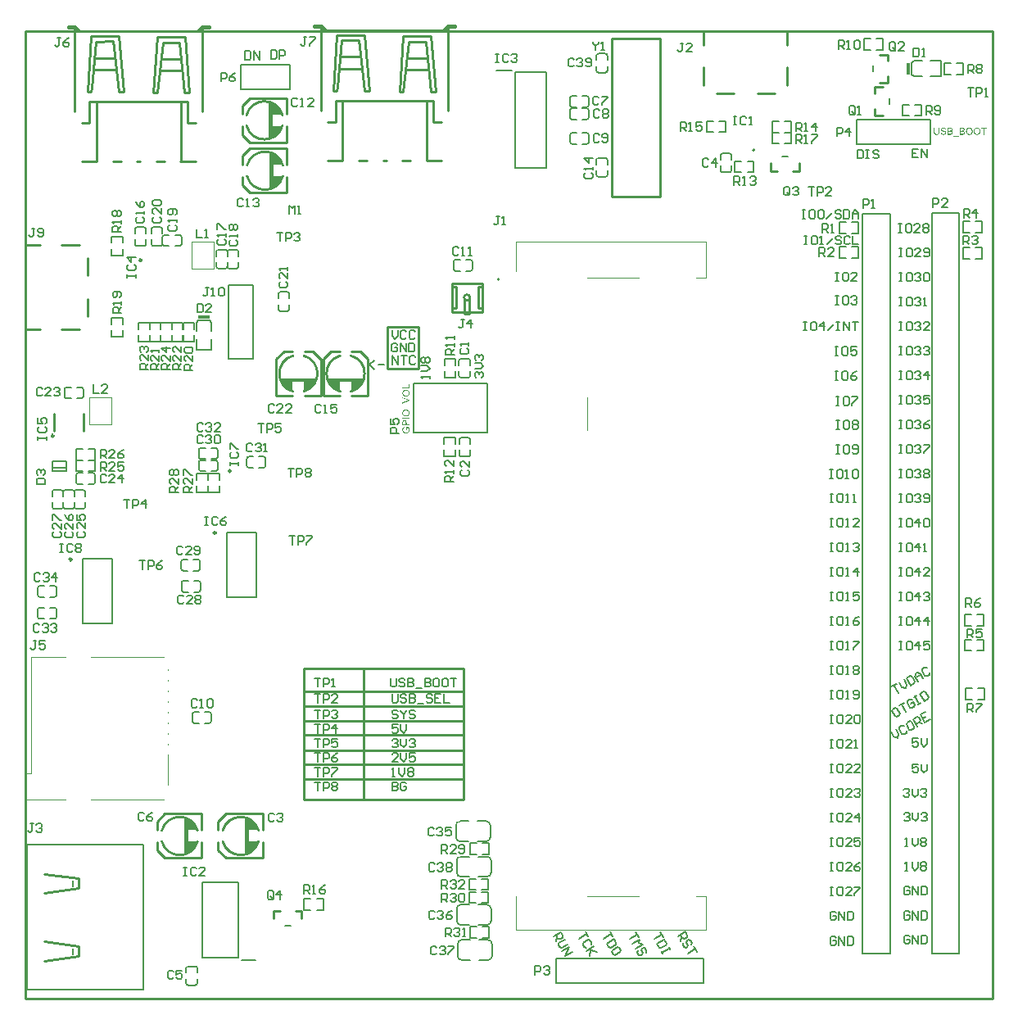
<source format=gto>
G04*
G04 #@! TF.GenerationSoftware,Altium Limited,Altium Designer,21.1.1 (26)*
G04*
G04 Layer_Color=65535*
%FSLAX25Y25*%
%MOIN*%
G70*
G04*
G04 #@! TF.SameCoordinates,B5F5DE5B-2645-439E-AC59-352A346880EA*
G04*
G04*
G04 #@! TF.FilePolarity,Positive*
G04*
G01*
G75*
%ADD10C,0.01000*%
%ADD11C,0.00787*%
%ADD12C,0.00984*%
%ADD13C,0.00400*%
%ADD14C,0.00394*%
%ADD15C,0.00700*%
%ADD16R,0.04724X0.01181*%
%ADD17R,0.01181X0.04724*%
G36*
X100153Y364347D02*
X101806Y363560D01*
X103263Y362064D01*
X104405Y359662D01*
X100665D01*
X100704Y354977D01*
X104444D01*
X104208Y354387D01*
X103263Y353009D01*
X101806Y351237D01*
X99129Y349859D01*
Y364544D01*
X100035D01*
X100153Y364347D01*
D02*
G37*
G36*
X100353Y343847D02*
X102006Y343060D01*
X103463Y341564D01*
X104605Y339162D01*
X100865D01*
X100904Y334477D01*
X104644D01*
X104408Y333887D01*
X103463Y332509D01*
X102006Y330737D01*
X99329Y329359D01*
Y344044D01*
X100235D01*
X100353Y343847D01*
D02*
G37*
G36*
X137544Y251465D02*
X137347Y251347D01*
X136560Y249694D01*
X135064Y248237D01*
X132662Y247095D01*
Y250835D01*
X127977Y250796D01*
Y247056D01*
X127387Y247292D01*
X126009Y248237D01*
X124237Y249694D01*
X122859Y252371D01*
X137544D01*
Y251465D01*
D02*
G37*
G36*
X118344D02*
X118147Y251347D01*
X117360Y249694D01*
X115864Y248237D01*
X113462Y247095D01*
Y250835D01*
X108777Y250796D01*
Y247056D01*
X108187Y247292D01*
X106809Y248237D01*
X105037Y249694D01*
X103659Y252371D01*
X118344D01*
Y251465D01*
D02*
G37*
G36*
X90453Y73147D02*
X92106Y72360D01*
X93563Y70864D01*
X94705Y68462D01*
X90965D01*
X91004Y63777D01*
X94744D01*
X94508Y63187D01*
X93563Y61809D01*
X92106Y60037D01*
X89429Y58659D01*
Y73344D01*
X90335D01*
X90453Y73147D01*
D02*
G37*
G36*
X65653D02*
X67306Y72360D01*
X68763Y70864D01*
X69905Y68462D01*
X66165D01*
X66204Y63777D01*
X69944D01*
X69708Y63187D01*
X68763Y61809D01*
X67306Y60037D01*
X64629Y58659D01*
Y73344D01*
X65535D01*
X65653Y73147D01*
D02*
G37*
G36*
X156300Y248092D02*
X153421D01*
Y248474D01*
X155959D01*
Y249893D01*
X156300D01*
Y248092D01*
D02*
G37*
G36*
X154944Y247613D02*
X154981D01*
X155027Y247609D01*
X155077Y247601D01*
X155131Y247597D01*
X155252Y247576D01*
X155385Y247543D01*
X155518Y247497D01*
X155585Y247472D01*
X155651Y247439D01*
X155655D01*
X155668Y247430D01*
X155684Y247422D01*
X155709Y247405D01*
X155738Y247389D01*
X155768Y247368D01*
X155847Y247310D01*
X155930Y247239D01*
X156017Y247156D01*
X156100Y247056D01*
X156175Y246939D01*
Y246935D01*
X156184Y246927D01*
X156192Y246906D01*
X156204Y246881D01*
X156217Y246852D01*
X156229Y246819D01*
X156246Y246777D01*
X156263Y246731D01*
X156279Y246681D01*
X156296Y246627D01*
X156321Y246507D01*
X156342Y246378D01*
X156350Y246240D01*
Y246199D01*
X156346Y246174D01*
Y246136D01*
X156337Y246095D01*
X156333Y246049D01*
X156325Y245995D01*
X156300Y245883D01*
X156267Y245762D01*
X156217Y245637D01*
X156188Y245575D01*
X156154Y245513D01*
X156150Y245508D01*
X156146Y245500D01*
X156134Y245483D01*
X156117Y245458D01*
X156100Y245433D01*
X156075Y245404D01*
X156013Y245334D01*
X155938Y245255D01*
X155847Y245171D01*
X155743Y245096D01*
X155622Y245026D01*
X155618D01*
X155605Y245017D01*
X155589Y245009D01*
X155564Y245001D01*
X155530Y244988D01*
X155493Y244976D01*
X155451Y244959D01*
X155406Y244947D01*
X155351Y244930D01*
X155297Y244913D01*
X155173Y244888D01*
X155044Y244872D01*
X154902Y244864D01*
X154898D01*
X154894D01*
X154869D01*
X154832Y244868D01*
X154782D01*
X154723Y244876D01*
X154653Y244884D01*
X154574Y244897D01*
X154490Y244913D01*
X154403Y244930D01*
X154312Y244955D01*
X154220Y244988D01*
X154124Y245026D01*
X154033Y245067D01*
X153941Y245121D01*
X153858Y245180D01*
X153779Y245246D01*
X153775Y245250D01*
X153762Y245263D01*
X153742Y245288D01*
X153717Y245317D01*
X153683Y245354D01*
X153650Y245400D01*
X153613Y245454D01*
X153575Y245517D01*
X153538Y245583D01*
X153500Y245658D01*
X153467Y245741D01*
X153434Y245829D01*
X153409Y245924D01*
X153388Y246024D01*
X153375Y246128D01*
X153371Y246240D01*
Y246278D01*
X153375Y246307D01*
Y246344D01*
X153380Y246382D01*
X153388Y246432D01*
X153396Y246482D01*
X153417Y246590D01*
X153450Y246715D01*
X153500Y246835D01*
X153529Y246898D01*
X153563Y246960D01*
X153567Y246964D01*
X153571Y246973D01*
X153584Y246989D01*
X153596Y247014D01*
X153617Y247039D01*
X153642Y247073D01*
X153700Y247143D01*
X153775Y247218D01*
X153866Y247301D01*
X153975Y247380D01*
X154095Y247447D01*
X154099D01*
X154112Y247455D01*
X154129Y247463D01*
X154153Y247472D01*
X154187Y247488D01*
X154224Y247501D01*
X154270Y247518D01*
X154320Y247534D01*
X154374Y247547D01*
X154432Y247563D01*
X154499Y247580D01*
X154565Y247592D01*
X154711Y247609D01*
X154869Y247617D01*
X154873D01*
X154890D01*
X154911D01*
X154944Y247613D01*
D02*
G37*
G36*
X156300Y243512D02*
Y243112D01*
X153421Y241997D01*
Y242413D01*
X155514Y243162D01*
X155518D01*
X155526Y243166D01*
X155539Y243170D01*
X155555Y243179D01*
X155580Y243183D01*
X155605Y243191D01*
X155668Y243212D01*
X155738Y243237D01*
X155817Y243262D01*
X155984Y243312D01*
X155980D01*
X155971Y243316D01*
X155959Y243320D01*
X155942Y243324D01*
X155896Y243337D01*
X155834Y243358D01*
X155763Y243378D01*
X155684Y243403D01*
X155601Y243432D01*
X155514Y243466D01*
X153421Y244248D01*
Y244635D01*
X156300Y243512D01*
D02*
G37*
G36*
X157099Y239684D02*
X156845D01*
Y242026D01*
X157099D01*
Y239684D01*
D02*
G37*
G36*
X154944Y239564D02*
X154981D01*
X155027Y239560D01*
X155077Y239551D01*
X155131Y239547D01*
X155252Y239526D01*
X155385Y239493D01*
X155518Y239447D01*
X155585Y239422D01*
X155651Y239389D01*
X155655D01*
X155668Y239381D01*
X155684Y239372D01*
X155709Y239356D01*
X155738Y239339D01*
X155768Y239318D01*
X155847Y239260D01*
X155930Y239189D01*
X156017Y239106D01*
X156100Y239006D01*
X156175Y238890D01*
Y238886D01*
X156184Y238877D01*
X156192Y238857D01*
X156204Y238831D01*
X156217Y238802D01*
X156229Y238769D01*
X156246Y238727D01*
X156263Y238682D01*
X156279Y238632D01*
X156296Y238578D01*
X156321Y238457D01*
X156342Y238328D01*
X156350Y238191D01*
Y238149D01*
X156346Y238124D01*
Y238087D01*
X156337Y238045D01*
X156333Y238000D01*
X156325Y237945D01*
X156300Y237833D01*
X156267Y237713D01*
X156217Y237588D01*
X156188Y237525D01*
X156154Y237463D01*
X156150Y237459D01*
X156146Y237450D01*
X156134Y237434D01*
X156117Y237409D01*
X156100Y237384D01*
X156075Y237355D01*
X156013Y237284D01*
X155938Y237205D01*
X155847Y237122D01*
X155743Y237047D01*
X155622Y236976D01*
X155618D01*
X155605Y236968D01*
X155589Y236960D01*
X155564Y236951D01*
X155530Y236939D01*
X155493Y236926D01*
X155451Y236910D01*
X155406Y236897D01*
X155351Y236880D01*
X155297Y236864D01*
X155173Y236839D01*
X155044Y236822D01*
X154902Y236814D01*
X154898D01*
X154894D01*
X154869D01*
X154832Y236818D01*
X154782D01*
X154723Y236826D01*
X154653Y236835D01*
X154574Y236847D01*
X154490Y236864D01*
X154403Y236880D01*
X154312Y236905D01*
X154220Y236939D01*
X154124Y236976D01*
X154033Y237018D01*
X153941Y237072D01*
X153858Y237130D01*
X153779Y237197D01*
X153775Y237201D01*
X153762Y237213D01*
X153742Y237238D01*
X153717Y237267D01*
X153683Y237305D01*
X153650Y237351D01*
X153613Y237405D01*
X153575Y237467D01*
X153538Y237534D01*
X153500Y237609D01*
X153467Y237692D01*
X153434Y237779D01*
X153409Y237875D01*
X153388Y237975D01*
X153375Y238079D01*
X153371Y238191D01*
Y238228D01*
X153375Y238257D01*
Y238295D01*
X153380Y238332D01*
X153388Y238382D01*
X153396Y238432D01*
X153417Y238540D01*
X153450Y238665D01*
X153500Y238786D01*
X153529Y238848D01*
X153563Y238911D01*
X153567Y238915D01*
X153571Y238923D01*
X153584Y238940D01*
X153596Y238965D01*
X153617Y238990D01*
X153642Y239023D01*
X153700Y239094D01*
X153775Y239169D01*
X153866Y239252D01*
X153975Y239331D01*
X154095Y239397D01*
X154099D01*
X154112Y239406D01*
X154129Y239414D01*
X154153Y239422D01*
X154187Y239439D01*
X154224Y239451D01*
X154270Y239468D01*
X154320Y239485D01*
X154374Y239497D01*
X154432Y239514D01*
X154499Y239530D01*
X154565Y239543D01*
X154711Y239560D01*
X154869Y239568D01*
X154873D01*
X154890D01*
X154911D01*
X154944Y239564D01*
D02*
G37*
G36*
X156300Y235874D02*
X153421D01*
Y236257D01*
X156300D01*
Y235874D01*
D02*
G37*
G36*
X154320Y235320D02*
X154349Y235316D01*
X154386Y235312D01*
X154428Y235304D01*
X154474Y235296D01*
X154569Y235266D01*
X154619Y235250D01*
X154673Y235225D01*
X154727Y235196D01*
X154777Y235167D01*
X154827Y235129D01*
X154877Y235087D01*
X154881Y235083D01*
X154890Y235075D01*
X154902Y235063D01*
X154915Y235042D01*
X154936Y235017D01*
X154956Y234983D01*
X154981Y234942D01*
X155002Y234896D01*
X155027Y234842D01*
X155052Y234780D01*
X155073Y234713D01*
X155089Y234634D01*
X155106Y234551D01*
X155119Y234459D01*
X155127Y234355D01*
X155131Y234247D01*
Y233511D01*
X156300D01*
Y233128D01*
X153421D01*
Y234310D01*
X153425Y234372D01*
X153430Y234443D01*
X153434Y234518D01*
X153442Y234588D01*
X153450Y234651D01*
Y234659D01*
X153459Y234688D01*
X153467Y234726D01*
X153480Y234775D01*
X153500Y234830D01*
X153525Y234888D01*
X153554Y234950D01*
X153588Y235004D01*
X153592Y235013D01*
X153604Y235029D01*
X153629Y235054D01*
X153658Y235087D01*
X153696Y235125D01*
X153746Y235162D01*
X153800Y235204D01*
X153862Y235237D01*
X153871Y235241D01*
X153891Y235250D01*
X153929Y235266D01*
X153979Y235283D01*
X154037Y235296D01*
X154104Y235312D01*
X154178Y235320D01*
X154257Y235325D01*
X154262D01*
X154274D01*
X154291D01*
X154320Y235320D01*
D02*
G37*
G36*
X155905Y232562D02*
X155909Y232554D01*
X155921Y232537D01*
X155938Y232517D01*
X155955Y232492D01*
X155975Y232463D01*
X156000Y232425D01*
X156025Y232388D01*
X156079Y232300D01*
X156138Y232201D01*
X156192Y232097D01*
X156238Y231984D01*
Y231980D01*
X156242Y231972D01*
X156246Y231955D01*
X156254Y231934D01*
X156263Y231905D01*
X156275Y231872D01*
X156283Y231834D01*
X156292Y231797D01*
X156313Y231705D01*
X156333Y231601D01*
X156346Y231489D01*
X156350Y231373D01*
Y231331D01*
X156346Y231302D01*
Y231264D01*
X156342Y231219D01*
X156333Y231169D01*
X156329Y231115D01*
X156304Y230994D01*
X156275Y230865D01*
X156229Y230732D01*
X156204Y230665D01*
X156171Y230599D01*
X156167Y230595D01*
X156163Y230582D01*
X156150Y230566D01*
X156138Y230541D01*
X156117Y230511D01*
X156096Y230482D01*
X156038Y230403D01*
X155963Y230320D01*
X155871Y230233D01*
X155768Y230150D01*
X155647Y230075D01*
X155643D01*
X155630Y230066D01*
X155614Y230058D01*
X155585Y230046D01*
X155555Y230033D01*
X155514Y230021D01*
X155472Y230004D01*
X155422Y229987D01*
X155368Y229971D01*
X155306Y229954D01*
X155243Y229942D01*
X155177Y229929D01*
X155031Y229908D01*
X154877Y229900D01*
X154873D01*
X154857D01*
X154836D01*
X154807Y229904D01*
X154769D01*
X154723Y229908D01*
X154678Y229917D01*
X154623Y229921D01*
X154565Y229933D01*
X154503Y229942D01*
X154370Y229975D01*
X154233Y230016D01*
X154095Y230075D01*
X154091Y230079D01*
X154079Y230083D01*
X154062Y230091D01*
X154037Y230108D01*
X154004Y230125D01*
X153970Y230145D01*
X153891Y230204D01*
X153800Y230274D01*
X153712Y230362D01*
X153625Y230462D01*
X153588Y230520D01*
X153550Y230578D01*
X153546Y230582D01*
X153542Y230595D01*
X153534Y230611D01*
X153521Y230636D01*
X153509Y230670D01*
X153492Y230707D01*
X153475Y230749D01*
X153459Y230799D01*
X153442Y230853D01*
X153430Y230911D01*
X153413Y230973D01*
X153401Y231040D01*
X153380Y231185D01*
X153371Y231260D01*
Y231393D01*
X153375Y231418D01*
Y231452D01*
X153384Y231531D01*
X153396Y231618D01*
X153417Y231710D01*
X153442Y231809D01*
X153475Y231905D01*
Y231909D01*
X153480Y231918D01*
X153484Y231930D01*
X153492Y231947D01*
X153517Y231993D01*
X153546Y232051D01*
X153588Y232113D01*
X153638Y232180D01*
X153692Y232242D01*
X153758Y232300D01*
X153767Y232309D01*
X153791Y232325D01*
X153829Y232350D01*
X153883Y232383D01*
X153950Y232417D01*
X154033Y232454D01*
X154124Y232492D01*
X154228Y232521D01*
X154320Y232175D01*
X154316D01*
X154312Y232171D01*
X154299Y232167D01*
X154282Y232163D01*
X154245Y232151D01*
X154195Y232134D01*
X154137Y232109D01*
X154083Y232080D01*
X154025Y232051D01*
X153975Y232013D01*
X153970Y232009D01*
X153954Y231997D01*
X153933Y231972D01*
X153904Y231943D01*
X153871Y231905D01*
X153837Y231855D01*
X153804Y231801D01*
X153775Y231739D01*
X153771Y231730D01*
X153762Y231710D01*
X153750Y231672D01*
X153733Y231622D01*
X153721Y231564D01*
X153708Y231497D01*
X153700Y231423D01*
X153696Y231344D01*
Y231298D01*
X153700Y231277D01*
Y231252D01*
X153704Y231190D01*
X153717Y231119D01*
X153729Y231040D01*
X153750Y230965D01*
X153779Y230890D01*
X153783Y230882D01*
X153791Y230857D01*
X153812Y230823D01*
X153833Y230782D01*
X153866Y230732D01*
X153900Y230678D01*
X153941Y230628D01*
X153987Y230582D01*
X153991Y230578D01*
X154008Y230561D01*
X154037Y230541D01*
X154070Y230516D01*
X154112Y230487D01*
X154162Y230457D01*
X154216Y230428D01*
X154274Y230399D01*
X154278D01*
X154287Y230395D01*
X154299Y230391D01*
X154320Y230383D01*
X154345Y230374D01*
X154374Y230366D01*
X154407Y230353D01*
X154445Y230345D01*
X154532Y230324D01*
X154632Y230308D01*
X154736Y230295D01*
X154852Y230291D01*
X154857D01*
X154869D01*
X154890D01*
X154915Y230295D01*
X154948D01*
X154990Y230299D01*
X155031Y230304D01*
X155077Y230308D01*
X155181Y230324D01*
X155289Y230345D01*
X155397Y230378D01*
X155501Y230420D01*
X155505D01*
X155514Y230428D01*
X155526Y230433D01*
X155543Y230445D01*
X155589Y230474D01*
X155647Y230520D01*
X155709Y230574D01*
X155772Y230641D01*
X155830Y230719D01*
X155884Y230807D01*
Y230811D01*
X155888Y230819D01*
X155896Y230832D01*
X155905Y230853D01*
X155913Y230873D01*
X155921Y230903D01*
X155946Y230969D01*
X155967Y231052D01*
X155988Y231144D01*
X156005Y231244D01*
X156009Y231348D01*
Y231389D01*
X156005Y231414D01*
Y231439D01*
X155996Y231502D01*
X155988Y231576D01*
X155971Y231656D01*
X155946Y231743D01*
X155917Y231830D01*
Y231834D01*
X155913Y231843D01*
X155909Y231851D01*
X155901Y231868D01*
X155880Y231913D01*
X155855Y231963D01*
X155826Y232022D01*
X155792Y232084D01*
X155755Y232142D01*
X155713Y232192D01*
X155173D01*
Y231344D01*
X154832D01*
Y232567D01*
X155901D01*
X155905Y232562D01*
D02*
G37*
G36*
X373688Y354325D02*
X373717D01*
X373796Y354316D01*
X373883Y354304D01*
X373975Y354283D01*
X374074Y354258D01*
X374166Y354225D01*
X374170D01*
X374178Y354221D01*
X374191Y354212D01*
X374207Y354204D01*
X374249Y354183D01*
X374303Y354146D01*
X374366Y354104D01*
X374428Y354050D01*
X374486Y353988D01*
X374540Y353917D01*
Y353913D01*
X374545Y353908D01*
X374553Y353896D01*
X374561Y353884D01*
X374582Y353842D01*
X374607Y353788D01*
X374636Y353721D01*
X374657Y353642D01*
X374678Y353559D01*
X374686Y353467D01*
X374320Y353438D01*
Y353443D01*
Y353451D01*
X374316Y353463D01*
X374311Y353484D01*
X374299Y353530D01*
X374282Y353592D01*
X374257Y353659D01*
X374220Y353725D01*
X374174Y353788D01*
X374116Y353846D01*
X374108Y353850D01*
X374087Y353867D01*
X374045Y353892D01*
X373991Y353917D01*
X373920Y353942D01*
X373837Y353967D01*
X373733Y353983D01*
X373617Y353988D01*
X373559D01*
X373534Y353983D01*
X373500Y353979D01*
X373426Y353971D01*
X373342Y353954D01*
X373259Y353933D01*
X373180Y353900D01*
X373147Y353879D01*
X373113Y353859D01*
X373105Y353854D01*
X373089Y353838D01*
X373063Y353809D01*
X373039Y353775D01*
X373009Y353730D01*
X372985Y353680D01*
X372968Y353621D01*
X372959Y353555D01*
Y353547D01*
Y353530D01*
X372964Y353501D01*
X372972Y353467D01*
X372985Y353426D01*
X373005Y353384D01*
X373030Y353343D01*
X373068Y353301D01*
X373072Y353297D01*
X373093Y353285D01*
X373109Y353272D01*
X373126Y353264D01*
X373151Y353251D01*
X373180Y353235D01*
X373218Y353222D01*
X373259Y353205D01*
X373305Y353189D01*
X373359Y353168D01*
X373417Y353151D01*
X373484Y353131D01*
X373559Y353114D01*
X373642Y353093D01*
X373646D01*
X373663Y353089D01*
X373688Y353085D01*
X373717Y353077D01*
X373754Y353068D01*
X373800Y353056D01*
X373846Y353043D01*
X373896Y353031D01*
X374004Y353002D01*
X374108Y352973D01*
X374158Y352956D01*
X374203Y352939D01*
X374245Y352927D01*
X374278Y352910D01*
X374282D01*
X374291Y352906D01*
X374303Y352898D01*
X374320Y352889D01*
X374366Y352864D01*
X374420Y352831D01*
X374482Y352785D01*
X374545Y352735D01*
X374603Y352677D01*
X374653Y352615D01*
X374657Y352606D01*
X374674Y352586D01*
X374690Y352548D01*
X374715Y352498D01*
X374736Y352440D01*
X374757Y352369D01*
X374769Y352290D01*
X374773Y352207D01*
Y352203D01*
Y352199D01*
Y352186D01*
Y352170D01*
X374765Y352124D01*
X374757Y352066D01*
X374740Y351999D01*
X374719Y351928D01*
X374686Y351853D01*
X374640Y351774D01*
Y351770D01*
X374636Y351766D01*
X374615Y351741D01*
X374586Y351704D01*
X374545Y351662D01*
X374490Y351612D01*
X374424Y351558D01*
X374349Y351508D01*
X374262Y351462D01*
X374257D01*
X374249Y351458D01*
X374237Y351454D01*
X374220Y351446D01*
X374195Y351437D01*
X374166Y351425D01*
X374099Y351408D01*
X374020Y351388D01*
X373925Y351367D01*
X373821Y351354D01*
X373708Y351350D01*
X373642D01*
X373608Y351354D01*
X373571D01*
X373529Y351358D01*
X373480Y351363D01*
X373376Y351379D01*
X373267Y351396D01*
X373159Y351425D01*
X373055Y351462D01*
X373051D01*
X373043Y351467D01*
X373030Y351475D01*
X373014Y351483D01*
X372964Y351508D01*
X372905Y351546D01*
X372839Y351595D01*
X372768Y351654D01*
X372702Y351725D01*
X372639Y351803D01*
Y351808D01*
X372631Y351816D01*
X372627Y351829D01*
X372614Y351845D01*
X372606Y351866D01*
X372593Y351891D01*
X372564Y351953D01*
X372535Y352032D01*
X372510Y352120D01*
X372494Y352220D01*
X372485Y352324D01*
X372843Y352357D01*
Y352353D01*
Y352348D01*
X372847Y352336D01*
Y352319D01*
X372855Y352282D01*
X372868Y352228D01*
X372885Y352174D01*
X372901Y352111D01*
X372930Y352053D01*
X372959Y351999D01*
X372964Y351995D01*
X372976Y351978D01*
X372997Y351949D01*
X373030Y351920D01*
X373072Y351883D01*
X373118Y351845D01*
X373180Y351808D01*
X373247Y351774D01*
X373251D01*
X373255Y351770D01*
X373267Y351766D01*
X373280Y351762D01*
X373322Y351749D01*
X373376Y351733D01*
X373442Y351716D01*
X373517Y351704D01*
X373600Y351695D01*
X373692Y351691D01*
X373729D01*
X373771Y351695D01*
X373821Y351699D01*
X373879Y351708D01*
X373945Y351716D01*
X374012Y351733D01*
X374074Y351754D01*
X374083Y351758D01*
X374103Y351766D01*
X374133Y351783D01*
X374170Y351799D01*
X374207Y351829D01*
X374249Y351858D01*
X374291Y351891D01*
X374324Y351933D01*
X374328Y351937D01*
X374337Y351953D01*
X374349Y351974D01*
X374366Y352007D01*
X374382Y352041D01*
X374395Y352082D01*
X374403Y352128D01*
X374407Y352178D01*
Y352182D01*
Y352203D01*
X374403Y352228D01*
X374399Y352261D01*
X374386Y352294D01*
X374374Y352336D01*
X374353Y352378D01*
X374324Y352415D01*
X374320Y352419D01*
X374307Y352432D01*
X374291Y352448D01*
X374262Y352473D01*
X374228Y352498D01*
X374183Y352527D01*
X374129Y352556D01*
X374066Y352581D01*
X374062Y352586D01*
X374041Y352590D01*
X374008Y352602D01*
X373987Y352606D01*
X373958Y352615D01*
X373929Y352627D01*
X373891Y352636D01*
X373850Y352648D01*
X373800Y352660D01*
X373750Y352673D01*
X373692Y352690D01*
X373625Y352706D01*
X373554Y352723D01*
X373550D01*
X373538Y352727D01*
X373517Y352731D01*
X373492Y352740D01*
X373459Y352748D01*
X373421Y352756D01*
X373338Y352781D01*
X373247Y352810D01*
X373151Y352839D01*
X373068Y352869D01*
X373030Y352885D01*
X372997Y352902D01*
X372993D01*
X372989Y352906D01*
X372964Y352923D01*
X372926Y352943D01*
X372885Y352977D01*
X372835Y353014D01*
X372785Y353060D01*
X372735Y353114D01*
X372693Y353172D01*
X372689Y353181D01*
X372677Y353201D01*
X372660Y353235D01*
X372643Y353276D01*
X372627Y353330D01*
X372610Y353393D01*
X372598Y353459D01*
X372593Y353530D01*
Y353534D01*
Y353538D01*
Y353551D01*
Y353567D01*
X372602Y353609D01*
X372610Y353663D01*
X372623Y353725D01*
X372643Y353796D01*
X372673Y353867D01*
X372714Y353938D01*
Y353942D01*
X372718Y353946D01*
X372739Y353971D01*
X372768Y354004D01*
X372806Y354046D01*
X372855Y354092D01*
X372918Y354141D01*
X372993Y354187D01*
X373076Y354229D01*
X373080D01*
X373089Y354233D01*
X373101Y354237D01*
X373118Y354245D01*
X373138Y354254D01*
X373167Y354262D01*
X373230Y354279D01*
X373309Y354295D01*
X373400Y354312D01*
X373496Y354325D01*
X373604Y354329D01*
X373658D01*
X373688Y354325D01*
D02*
G37*
G36*
X371978Y352615D02*
Y352611D01*
Y352594D01*
Y352573D01*
Y352544D01*
X371974Y352507D01*
Y352465D01*
X371970Y352415D01*
X371965Y352365D01*
X371953Y352253D01*
X371936Y352136D01*
X371911Y352024D01*
X371895Y351970D01*
X371878Y351920D01*
Y351916D01*
X371874Y351907D01*
X371866Y351895D01*
X371857Y351878D01*
X371832Y351833D01*
X371795Y351774D01*
X371745Y351708D01*
X371687Y351641D01*
X371612Y351571D01*
X371520Y351508D01*
X371516D01*
X371508Y351500D01*
X371495Y351496D01*
X371474Y351483D01*
X371449Y351471D01*
X371416Y351458D01*
X371383Y351446D01*
X371341Y351429D01*
X371295Y351413D01*
X371246Y351400D01*
X371192Y351388D01*
X371129Y351375D01*
X371067Y351367D01*
X371000Y351358D01*
X370850Y351350D01*
X370813D01*
X370784Y351354D01*
X370751D01*
X370709Y351358D01*
X370663Y351363D01*
X370618Y351367D01*
X370514Y351383D01*
X370401Y351408D01*
X370293Y351442D01*
X370189Y351487D01*
X370185D01*
X370177Y351496D01*
X370164Y351504D01*
X370147Y351512D01*
X370102Y351546D01*
X370047Y351591D01*
X369985Y351650D01*
X369927Y351716D01*
X369869Y351799D01*
X369823Y351891D01*
Y351895D01*
X369819Y351903D01*
X369815Y351920D01*
X369806Y351941D01*
X369798Y351966D01*
X369790Y351999D01*
X369777Y352036D01*
X369769Y352082D01*
X369760Y352132D01*
X369748Y352186D01*
X369740Y352244D01*
X369731Y352307D01*
X369723Y352378D01*
X369719Y352452D01*
X369715Y352532D01*
Y352615D01*
Y354279D01*
X370097D01*
Y352615D01*
Y352611D01*
Y352598D01*
Y352577D01*
Y352552D01*
X370102Y352523D01*
Y352486D01*
X370106Y352407D01*
X370114Y352315D01*
X370127Y352224D01*
X370143Y352136D01*
X370151Y352099D01*
X370164Y352061D01*
X370168Y352053D01*
X370177Y352032D01*
X370197Y352003D01*
X370222Y351962D01*
X370251Y351920D01*
X370293Y351874D01*
X370343Y351829D01*
X370401Y351791D01*
X370409Y351787D01*
X370430Y351774D01*
X370468Y351762D01*
X370518Y351745D01*
X370576Y351725D01*
X370651Y351712D01*
X370730Y351699D01*
X370817Y351695D01*
X370859D01*
X370884Y351699D01*
X370921D01*
X370959Y351704D01*
X371050Y351720D01*
X371150Y351741D01*
X371246Y351774D01*
X371337Y351820D01*
X371379Y351849D01*
X371416Y351883D01*
X371420Y351887D01*
X371425Y351891D01*
X371433Y351903D01*
X371445Y351920D01*
X371458Y351945D01*
X371474Y351970D01*
X371491Y352007D01*
X371508Y352045D01*
X371524Y352091D01*
X371537Y352145D01*
X371553Y352207D01*
X371566Y352274D01*
X371578Y352348D01*
X371587Y352428D01*
X371595Y352519D01*
Y352615D01*
Y354279D01*
X371978D01*
Y352615D01*
D02*
G37*
G36*
X391222Y353938D02*
X390273D01*
Y351400D01*
X389891D01*
Y353938D01*
X388942D01*
Y354279D01*
X391222D01*
Y353938D01*
D02*
G37*
G36*
X381363Y354275D02*
X381396D01*
X381471Y354266D01*
X381554Y354258D01*
X381641Y354241D01*
X381729Y354221D01*
X381808Y354191D01*
X381812D01*
X381816Y354187D01*
X381841Y354175D01*
X381879Y354154D01*
X381920Y354125D01*
X381970Y354087D01*
X382024Y354042D01*
X382074Y353983D01*
X382120Y353921D01*
X382124Y353913D01*
X382137Y353888D01*
X382157Y353854D01*
X382178Y353804D01*
X382199Y353746D01*
X382220Y353684D01*
X382232Y353613D01*
X382236Y353542D01*
Y353534D01*
Y353513D01*
X382232Y353476D01*
X382224Y353430D01*
X382211Y353376D01*
X382191Y353318D01*
X382166Y353259D01*
X382132Y353197D01*
X382128Y353189D01*
X382116Y353172D01*
X382091Y353139D01*
X382057Y353106D01*
X382016Y353064D01*
X381966Y353018D01*
X381904Y352977D01*
X381833Y352935D01*
X381837D01*
X381845Y352931D01*
X381858Y352927D01*
X381874Y352918D01*
X381924Y352902D01*
X381983Y352873D01*
X382045Y352835D01*
X382116Y352789D01*
X382178Y352735D01*
X382236Y352669D01*
X382241Y352660D01*
X382257Y352636D01*
X382282Y352598D01*
X382307Y352548D01*
X382332Y352482D01*
X382357Y352411D01*
X382374Y352328D01*
X382378Y352236D01*
Y352232D01*
Y352228D01*
Y352203D01*
X382374Y352161D01*
X382365Y352111D01*
X382357Y352053D01*
X382340Y351991D01*
X382319Y351924D01*
X382290Y351858D01*
X382286Y351849D01*
X382274Y351829D01*
X382257Y351799D01*
X382232Y351758D01*
X382199Y351716D01*
X382166Y351670D01*
X382124Y351625D01*
X382078Y351587D01*
X382074Y351583D01*
X382057Y351571D01*
X382028Y351554D01*
X381991Y351537D01*
X381945Y351512D01*
X381891Y351487D01*
X381833Y351467D01*
X381762Y351446D01*
X381754D01*
X381729Y351437D01*
X381687Y351433D01*
X381633Y351425D01*
X381567Y351417D01*
X381487Y351408D01*
X381400Y351404D01*
X381300Y351400D01*
X380202D01*
Y354279D01*
X381334D01*
X381363Y354275D01*
D02*
G37*
G36*
X376441D02*
X376475D01*
X376550Y354266D01*
X376633Y354258D01*
X376720Y354241D01*
X376807Y354221D01*
X376887Y354191D01*
X376891D01*
X376895Y354187D01*
X376920Y354175D01*
X376957Y354154D01*
X376999Y354125D01*
X377049Y354087D01*
X377103Y354042D01*
X377153Y353983D01*
X377199Y353921D01*
X377203Y353913D01*
X377215Y353888D01*
X377236Y353854D01*
X377257Y353804D01*
X377278Y353746D01*
X377298Y353684D01*
X377311Y353613D01*
X377315Y353542D01*
Y353534D01*
Y353513D01*
X377311Y353476D01*
X377303Y353430D01*
X377290Y353376D01*
X377269Y353318D01*
X377244Y353259D01*
X377211Y353197D01*
X377207Y353189D01*
X377194Y353172D01*
X377169Y353139D01*
X377136Y353106D01*
X377095Y353064D01*
X377045Y353018D01*
X376982Y352977D01*
X376911Y352935D01*
X376916D01*
X376924Y352931D01*
X376937Y352927D01*
X376953Y352918D01*
X377003Y352902D01*
X377061Y352873D01*
X377124Y352835D01*
X377194Y352789D01*
X377257Y352735D01*
X377315Y352669D01*
X377319Y352660D01*
X377336Y352636D01*
X377361Y352598D01*
X377386Y352548D01*
X377411Y352482D01*
X377436Y352411D01*
X377452Y352328D01*
X377456Y352236D01*
Y352232D01*
Y352228D01*
Y352203D01*
X377452Y352161D01*
X377444Y352111D01*
X377436Y352053D01*
X377419Y351991D01*
X377398Y351924D01*
X377369Y351858D01*
X377365Y351849D01*
X377352Y351829D01*
X377336Y351799D01*
X377311Y351758D01*
X377278Y351716D01*
X377244Y351670D01*
X377203Y351625D01*
X377157Y351587D01*
X377153Y351583D01*
X377136Y351571D01*
X377107Y351554D01*
X377070Y351537D01*
X377024Y351512D01*
X376970Y351487D01*
X376911Y351467D01*
X376841Y351446D01*
X376833D01*
X376807Y351437D01*
X376766Y351433D01*
X376712Y351425D01*
X376645Y351417D01*
X376566Y351408D01*
X376479Y351404D01*
X376379Y351400D01*
X375281D01*
Y354279D01*
X376412D01*
X376441Y354275D01*
D02*
G37*
G36*
X387357Y354325D02*
X387395D01*
X387432Y354320D01*
X387482Y354312D01*
X387532Y354304D01*
X387640Y354283D01*
X387765Y354250D01*
X387886Y354200D01*
X387948Y354171D01*
X388010Y354137D01*
X388015Y354133D01*
X388023Y354129D01*
X388039Y354117D01*
X388065Y354104D01*
X388089Y354083D01*
X388123Y354058D01*
X388193Y354000D01*
X388268Y353925D01*
X388351Y353834D01*
X388431Y353725D01*
X388497Y353605D01*
Y353601D01*
X388506Y353588D01*
X388514Y353572D01*
X388522Y353547D01*
X388539Y353513D01*
X388551Y353476D01*
X388568Y353430D01*
X388584Y353380D01*
X388597Y353326D01*
X388614Y353268D01*
X388630Y353201D01*
X388643Y353135D01*
X388659Y352989D01*
X388668Y352831D01*
Y352827D01*
Y352810D01*
Y352789D01*
X388664Y352756D01*
Y352719D01*
X388659Y352673D01*
X388651Y352623D01*
X388647Y352569D01*
X388626Y352448D01*
X388593Y352315D01*
X388547Y352182D01*
X388522Y352116D01*
X388489Y352049D01*
Y352045D01*
X388480Y352032D01*
X388472Y352016D01*
X388456Y351991D01*
X388439Y351962D01*
X388418Y351933D01*
X388360Y351853D01*
X388289Y351770D01*
X388206Y351683D01*
X388106Y351600D01*
X387990Y351525D01*
X387985D01*
X387977Y351517D01*
X387956Y351508D01*
X387931Y351496D01*
X387902Y351483D01*
X387869Y351471D01*
X387827Y351454D01*
X387782Y351437D01*
X387732Y351421D01*
X387678Y351404D01*
X387557Y351379D01*
X387428Y351358D01*
X387291Y351350D01*
X387249D01*
X387224Y351354D01*
X387187D01*
X387145Y351363D01*
X387099Y351367D01*
X387045Y351375D01*
X386933Y351400D01*
X386812Y351433D01*
X386687Y351483D01*
X386625Y351512D01*
X386563Y351546D01*
X386559Y351550D01*
X386550Y351554D01*
X386534Y351566D01*
X386509Y351583D01*
X386484Y351600D01*
X386455Y351625D01*
X386384Y351687D01*
X386305Y351762D01*
X386222Y351853D01*
X386147Y351957D01*
X386076Y352078D01*
Y352082D01*
X386068Y352095D01*
X386059Y352111D01*
X386051Y352136D01*
X386039Y352170D01*
X386026Y352207D01*
X386010Y352249D01*
X385997Y352294D01*
X385980Y352348D01*
X385964Y352403D01*
X385939Y352527D01*
X385922Y352656D01*
X385914Y352798D01*
Y352802D01*
Y352806D01*
Y352831D01*
X385918Y352869D01*
Y352918D01*
X385926Y352977D01*
X385935Y353047D01*
X385947Y353126D01*
X385964Y353210D01*
X385980Y353297D01*
X386005Y353389D01*
X386039Y353480D01*
X386076Y353576D01*
X386118Y353667D01*
X386172Y353759D01*
X386230Y353842D01*
X386297Y353921D01*
X386301Y353925D01*
X386313Y353938D01*
X386338Y353958D01*
X386367Y353983D01*
X386405Y354017D01*
X386450Y354050D01*
X386505Y354087D01*
X386567Y354125D01*
X386633Y354162D01*
X386708Y354200D01*
X386791Y354233D01*
X386879Y354266D01*
X386975Y354291D01*
X387074Y354312D01*
X387178Y354325D01*
X387291Y354329D01*
X387328D01*
X387357Y354325D01*
D02*
G37*
G36*
X384229D02*
X384266D01*
X384304Y354320D01*
X384354Y354312D01*
X384404Y354304D01*
X384512Y354283D01*
X384637Y354250D01*
X384757Y354200D01*
X384820Y354171D01*
X384882Y354137D01*
X384886Y354133D01*
X384895Y354129D01*
X384911Y354117D01*
X384936Y354104D01*
X384961Y354083D01*
X384994Y354058D01*
X385065Y354000D01*
X385140Y353925D01*
X385223Y353834D01*
X385302Y353725D01*
X385369Y353605D01*
Y353601D01*
X385377Y353588D01*
X385385Y353572D01*
X385394Y353547D01*
X385410Y353513D01*
X385423Y353476D01*
X385439Y353430D01*
X385456Y353380D01*
X385469Y353326D01*
X385485Y353268D01*
X385502Y353201D01*
X385514Y353135D01*
X385531Y352989D01*
X385539Y352831D01*
Y352827D01*
Y352810D01*
Y352789D01*
X385535Y352756D01*
Y352719D01*
X385531Y352673D01*
X385523Y352623D01*
X385519Y352569D01*
X385498Y352448D01*
X385465Y352315D01*
X385419Y352182D01*
X385394Y352116D01*
X385361Y352049D01*
Y352045D01*
X385352Y352032D01*
X385344Y352016D01*
X385327Y351991D01*
X385311Y351962D01*
X385290Y351933D01*
X385231Y351853D01*
X385161Y351770D01*
X385078Y351683D01*
X384978Y351600D01*
X384861Y351525D01*
X384857D01*
X384849Y351517D01*
X384828Y351508D01*
X384803Y351496D01*
X384774Y351483D01*
X384741Y351471D01*
X384699Y351454D01*
X384653Y351437D01*
X384603Y351421D01*
X384549Y351404D01*
X384429Y351379D01*
X384300Y351358D01*
X384162Y351350D01*
X384121D01*
X384096Y351354D01*
X384058D01*
X384017Y351363D01*
X383971Y351367D01*
X383917Y351375D01*
X383805Y351400D01*
X383684Y351433D01*
X383559Y351483D01*
X383497Y351512D01*
X383434Y351546D01*
X383430Y351550D01*
X383422Y351554D01*
X383405Y351566D01*
X383380Y351583D01*
X383355Y351600D01*
X383326Y351625D01*
X383256Y351687D01*
X383176Y351762D01*
X383093Y351853D01*
X383018Y351957D01*
X382948Y352078D01*
Y352082D01*
X382939Y352095D01*
X382931Y352111D01*
X382923Y352136D01*
X382910Y352170D01*
X382898Y352207D01*
X382881Y352249D01*
X382869Y352294D01*
X382852Y352348D01*
X382835Y352403D01*
X382810Y352527D01*
X382794Y352656D01*
X382785Y352798D01*
Y352802D01*
Y352806D01*
Y352831D01*
X382790Y352869D01*
Y352918D01*
X382798Y352977D01*
X382806Y353047D01*
X382819Y353126D01*
X382835Y353210D01*
X382852Y353297D01*
X382877Y353389D01*
X382910Y353480D01*
X382948Y353576D01*
X382989Y353667D01*
X383043Y353759D01*
X383102Y353842D01*
X383168Y353921D01*
X383172Y353925D01*
X383185Y353938D01*
X383210Y353958D01*
X383239Y353983D01*
X383276Y354017D01*
X383322Y354050D01*
X383376Y354087D01*
X383439Y354125D01*
X383505Y354162D01*
X383580Y354200D01*
X383663Y354233D01*
X383751Y354266D01*
X383846Y354291D01*
X383946Y354312D01*
X384050Y354325D01*
X384162Y354329D01*
X384200D01*
X384229Y354325D01*
D02*
G37*
G36*
X379948Y350601D02*
X377606D01*
Y350855D01*
X379948D01*
Y350601D01*
D02*
G37*
%LPC*%
G36*
X154865Y247226D02*
X154861D01*
X154848D01*
X154832D01*
X154807D01*
X154777Y247222D01*
X154740D01*
X154703Y247218D01*
X154657Y247210D01*
X154561Y247197D01*
X154461Y247177D01*
X154353Y247147D01*
X154253Y247106D01*
X154249D01*
X154241Y247102D01*
X154228Y247093D01*
X154212Y247085D01*
X154162Y247056D01*
X154104Y247018D01*
X154037Y246969D01*
X153970Y246906D01*
X153904Y246835D01*
X153846Y246756D01*
Y246752D01*
X153837Y246748D01*
X153833Y246736D01*
X153821Y246715D01*
X153812Y246694D01*
X153800Y246669D01*
X153771Y246607D01*
X153746Y246532D01*
X153721Y246444D01*
X153704Y246344D01*
X153700Y246240D01*
Y246203D01*
X153704Y246174D01*
X153708Y246136D01*
X153717Y246099D01*
X153725Y246053D01*
X153733Y246003D01*
X153767Y245895D01*
X153791Y245837D01*
X153816Y245779D01*
X153850Y245716D01*
X153887Y245658D01*
X153929Y245600D01*
X153979Y245546D01*
X153983Y245542D01*
X153991Y245533D01*
X154008Y245521D01*
X154033Y245500D01*
X154062Y245479D01*
X154099Y245454D01*
X154145Y245429D01*
X154199Y245400D01*
X154257Y245375D01*
X154328Y245346D01*
X154403Y245321D01*
X154486Y245300D01*
X154578Y245280D01*
X154682Y245267D01*
X154790Y245259D01*
X154906Y245255D01*
X154911D01*
X154927D01*
X154956D01*
X154994Y245259D01*
X155035Y245263D01*
X155085Y245271D01*
X155143Y245280D01*
X155202Y245288D01*
X155335Y245321D01*
X155401Y245346D01*
X155472Y245371D01*
X155539Y245404D01*
X155605Y245442D01*
X155668Y245483D01*
X155726Y245533D01*
X155730Y245537D01*
X155738Y245546D01*
X155755Y245562D01*
X155772Y245583D01*
X155797Y245612D01*
X155822Y245646D01*
X155847Y245683D01*
X155876Y245725D01*
X155905Y245775D01*
X155930Y245829D01*
X155955Y245887D01*
X155980Y245949D01*
X155996Y246016D01*
X156013Y246082D01*
X156021Y246157D01*
X156025Y246236D01*
Y246257D01*
X156021Y246278D01*
Y246307D01*
X156017Y246344D01*
X156009Y246386D01*
X156000Y246436D01*
X155988Y246486D01*
X155971Y246544D01*
X155951Y246598D01*
X155930Y246661D01*
X155901Y246719D01*
X155863Y246777D01*
X155826Y246835D01*
X155780Y246894D01*
X155726Y246948D01*
X155722Y246952D01*
X155713Y246960D01*
X155693Y246973D01*
X155668Y246993D01*
X155639Y247014D01*
X155601Y247035D01*
X155555Y247060D01*
X155505Y247089D01*
X155447Y247114D01*
X155381Y247139D01*
X155310Y247160D01*
X155235Y247185D01*
X155152Y247201D01*
X155060Y247214D01*
X154965Y247222D01*
X154865Y247226D01*
D02*
G37*
G36*
Y239177D02*
X154861D01*
X154848D01*
X154832D01*
X154807D01*
X154777Y239173D01*
X154740D01*
X154703Y239169D01*
X154657Y239160D01*
X154561Y239148D01*
X154461Y239127D01*
X154353Y239098D01*
X154253Y239056D01*
X154249D01*
X154241Y239052D01*
X154228Y239044D01*
X154212Y239035D01*
X154162Y239006D01*
X154104Y238969D01*
X154037Y238919D01*
X153970Y238857D01*
X153904Y238786D01*
X153846Y238707D01*
Y238703D01*
X153837Y238698D01*
X153833Y238686D01*
X153821Y238665D01*
X153812Y238644D01*
X153800Y238619D01*
X153771Y238557D01*
X153746Y238482D01*
X153721Y238395D01*
X153704Y238295D01*
X153700Y238191D01*
Y238153D01*
X153704Y238124D01*
X153708Y238087D01*
X153717Y238049D01*
X153725Y238004D01*
X153733Y237954D01*
X153767Y237846D01*
X153791Y237787D01*
X153816Y237729D01*
X153850Y237667D01*
X153887Y237609D01*
X153929Y237550D01*
X153979Y237496D01*
X153983Y237492D01*
X153991Y237484D01*
X154008Y237471D01*
X154033Y237450D01*
X154062Y237430D01*
X154099Y237405D01*
X154145Y237380D01*
X154199Y237351D01*
X154257Y237326D01*
X154328Y237297D01*
X154403Y237271D01*
X154486Y237251D01*
X154578Y237230D01*
X154682Y237217D01*
X154790Y237209D01*
X154906Y237205D01*
X154911D01*
X154927D01*
X154956D01*
X154994Y237209D01*
X155035Y237213D01*
X155085Y237222D01*
X155143Y237230D01*
X155202Y237238D01*
X155335Y237271D01*
X155401Y237297D01*
X155472Y237321D01*
X155539Y237355D01*
X155605Y237392D01*
X155668Y237434D01*
X155726Y237484D01*
X155730Y237488D01*
X155738Y237496D01*
X155755Y237513D01*
X155772Y237534D01*
X155797Y237563D01*
X155822Y237596D01*
X155847Y237633D01*
X155876Y237675D01*
X155905Y237725D01*
X155930Y237779D01*
X155955Y237837D01*
X155980Y237900D01*
X155996Y237966D01*
X156013Y238033D01*
X156021Y238108D01*
X156025Y238187D01*
Y238208D01*
X156021Y238228D01*
Y238257D01*
X156017Y238295D01*
X156009Y238336D01*
X156000Y238386D01*
X155988Y238436D01*
X155971Y238495D01*
X155951Y238549D01*
X155930Y238611D01*
X155901Y238669D01*
X155863Y238727D01*
X155826Y238786D01*
X155780Y238844D01*
X155726Y238898D01*
X155722Y238902D01*
X155713Y238911D01*
X155693Y238923D01*
X155668Y238944D01*
X155639Y238965D01*
X155601Y238985D01*
X155555Y239010D01*
X155505Y239039D01*
X155447Y239065D01*
X155381Y239089D01*
X155310Y239110D01*
X155235Y239135D01*
X155152Y239152D01*
X155060Y239164D01*
X154965Y239173D01*
X154865Y239177D01*
D02*
G37*
G36*
X154270Y234934D02*
X154266D01*
X154262D01*
X154241D01*
X154203Y234929D01*
X154162Y234921D01*
X154116Y234913D01*
X154062Y234896D01*
X154012Y234871D01*
X153962Y234842D01*
X153958Y234838D01*
X153941Y234825D01*
X153920Y234805D01*
X153891Y234780D01*
X153862Y234742D01*
X153837Y234701D01*
X153812Y234655D01*
X153791Y234601D01*
Y234597D01*
X153787Y234580D01*
X153783Y234555D01*
X153775Y234522D01*
X153771Y234472D01*
X153767Y234409D01*
X153762Y234335D01*
Y233511D01*
X154790D01*
Y234285D01*
X154786Y234314D01*
Y234343D01*
X154782Y234376D01*
X154773Y234455D01*
X154757Y234543D01*
X154732Y234630D01*
X154698Y234709D01*
X154678Y234746D01*
X154653Y234775D01*
X154644Y234784D01*
X154628Y234801D01*
X154594Y234825D01*
X154553Y234855D01*
X154499Y234884D01*
X154432Y234909D01*
X154357Y234925D01*
X154270Y234934D01*
D02*
G37*
G36*
X381267Y353938D02*
X380585D01*
Y353072D01*
X381292D01*
X381346Y353077D01*
X381404Y353081D01*
X381463Y353085D01*
X381521Y353093D01*
X381567Y353101D01*
X381575Y353106D01*
X381592Y353110D01*
X381616Y353122D01*
X381650Y353139D01*
X381683Y353155D01*
X381720Y353181D01*
X381758Y353214D01*
X381787Y353247D01*
X381791Y353251D01*
X381800Y353264D01*
X381812Y353289D01*
X381824Y353318D01*
X381837Y353351D01*
X381849Y353393D01*
X381858Y353443D01*
X381862Y353497D01*
Y353505D01*
Y353522D01*
X381858Y353547D01*
X381854Y353580D01*
X381845Y353621D01*
X381833Y353663D01*
X381816Y353705D01*
X381791Y353746D01*
X381787Y353750D01*
X381779Y353763D01*
X381762Y353784D01*
X381741Y353804D01*
X381712Y353829D01*
X381679Y353854D01*
X381637Y353879D01*
X381592Y353896D01*
X381587D01*
X381567Y353904D01*
X381537Y353908D01*
X381492Y353917D01*
X381429Y353925D01*
X381359Y353929D01*
X381267Y353938D01*
D02*
G37*
G36*
X381342Y352731D02*
X380585D01*
Y351741D01*
X381404D01*
X381492Y351745D01*
X381529Y351749D01*
X381562Y351754D01*
X381567D01*
X381583Y351758D01*
X381608Y351762D01*
X381637Y351770D01*
X381708Y351795D01*
X381779Y351829D01*
X381783Y351833D01*
X381795Y351841D01*
X381812Y351853D01*
X381833Y351870D01*
X381854Y351895D01*
X381883Y351920D01*
X381904Y351953D01*
X381928Y351991D01*
X381933Y351995D01*
X381937Y352007D01*
X381945Y352032D01*
X381958Y352061D01*
X381970Y352095D01*
X381978Y352136D01*
X381983Y352186D01*
X381987Y352236D01*
Y352244D01*
Y352261D01*
X381983Y352294D01*
X381974Y352332D01*
X381966Y352373D01*
X381949Y352419D01*
X381928Y352465D01*
X381899Y352511D01*
X381895Y352515D01*
X381883Y352532D01*
X381866Y352552D01*
X381841Y352577D01*
X381808Y352606D01*
X381766Y352636D01*
X381720Y352660D01*
X381666Y352681D01*
X381658Y352685D01*
X381641Y352690D01*
X381604Y352698D01*
X381558Y352706D01*
X381500Y352715D01*
X381429Y352723D01*
X381342Y352731D01*
D02*
G37*
G36*
X376346Y353938D02*
X375663D01*
Y353072D01*
X376371D01*
X376425Y353077D01*
X376483Y353081D01*
X376541Y353085D01*
X376600Y353093D01*
X376645Y353101D01*
X376654Y353106D01*
X376670Y353110D01*
X376695Y353122D01*
X376729Y353139D01*
X376762Y353155D01*
X376799Y353181D01*
X376837Y353214D01*
X376866Y353247D01*
X376870Y353251D01*
X376878Y353264D01*
X376891Y353289D01*
X376903Y353318D01*
X376916Y353351D01*
X376928Y353393D01*
X376937Y353443D01*
X376941Y353497D01*
Y353505D01*
Y353522D01*
X376937Y353547D01*
X376932Y353580D01*
X376924Y353621D01*
X376911Y353663D01*
X376895Y353705D01*
X376870Y353746D01*
X376866Y353750D01*
X376857Y353763D01*
X376841Y353784D01*
X376820Y353804D01*
X376791Y353829D01*
X376758Y353854D01*
X376716Y353879D01*
X376670Y353896D01*
X376666D01*
X376645Y353904D01*
X376616Y353908D01*
X376570Y353917D01*
X376508Y353925D01*
X376437Y353929D01*
X376346Y353938D01*
D02*
G37*
G36*
X376421Y352731D02*
X375663D01*
Y351741D01*
X376483D01*
X376570Y351745D01*
X376608Y351749D01*
X376641Y351754D01*
X376645D01*
X376662Y351758D01*
X376687Y351762D01*
X376716Y351770D01*
X376787Y351795D01*
X376857Y351829D01*
X376862Y351833D01*
X376874Y351841D01*
X376891Y351853D01*
X376911Y351870D01*
X376932Y351895D01*
X376961Y351920D01*
X376982Y351953D01*
X377007Y351991D01*
X377011Y351995D01*
X377015Y352007D01*
X377024Y352032D01*
X377036Y352061D01*
X377049Y352095D01*
X377057Y352136D01*
X377061Y352186D01*
X377065Y352236D01*
Y352244D01*
Y352261D01*
X377061Y352294D01*
X377053Y352332D01*
X377045Y352373D01*
X377028Y352419D01*
X377007Y352465D01*
X376978Y352511D01*
X376974Y352515D01*
X376961Y352532D01*
X376945Y352552D01*
X376920Y352577D01*
X376887Y352606D01*
X376845Y352636D01*
X376799Y352660D01*
X376745Y352681D01*
X376737Y352685D01*
X376720Y352690D01*
X376683Y352698D01*
X376637Y352706D01*
X376579Y352715D01*
X376508Y352723D01*
X376421Y352731D01*
D02*
G37*
G36*
X387291Y354000D02*
X387253D01*
X387224Y353996D01*
X387187Y353992D01*
X387149Y353983D01*
X387104Y353975D01*
X387054Y353967D01*
X386945Y353933D01*
X386887Y353908D01*
X386829Y353884D01*
X386767Y353850D01*
X386708Y353813D01*
X386650Y353771D01*
X386596Y353721D01*
X386592Y353717D01*
X386583Y353709D01*
X386571Y353692D01*
X386550Y353667D01*
X386529Y353638D01*
X386505Y353601D01*
X386479Y353555D01*
X386450Y353501D01*
X386425Y353443D01*
X386396Y353372D01*
X386371Y353297D01*
X386351Y353214D01*
X386330Y353122D01*
X386317Y353018D01*
X386309Y352910D01*
X386305Y352794D01*
Y352789D01*
Y352773D01*
Y352744D01*
X386309Y352706D01*
X386313Y352665D01*
X386321Y352615D01*
X386330Y352556D01*
X386338Y352498D01*
X386371Y352365D01*
X386396Y352299D01*
X386421Y352228D01*
X386455Y352161D01*
X386492Y352095D01*
X386534Y352032D01*
X386583Y351974D01*
X386588Y351970D01*
X386596Y351962D01*
X386613Y351945D01*
X386633Y351928D01*
X386663Y351903D01*
X386696Y351878D01*
X386733Y351853D01*
X386775Y351824D01*
X386825Y351795D01*
X386879Y351770D01*
X386937Y351745D01*
X387000Y351720D01*
X387066Y351704D01*
X387133Y351687D01*
X387208Y351679D01*
X387287Y351675D01*
X387307D01*
X387328Y351679D01*
X387357D01*
X387395Y351683D01*
X387436Y351691D01*
X387486Y351699D01*
X387536Y351712D01*
X387594Y351729D01*
X387649Y351749D01*
X387711Y351770D01*
X387769Y351799D01*
X387827Y351837D01*
X387886Y351874D01*
X387944Y351920D01*
X387998Y351974D01*
X388002Y351978D01*
X388010Y351987D01*
X388023Y352007D01*
X388044Y352032D01*
X388065Y352061D01*
X388085Y352099D01*
X388110Y352145D01*
X388139Y352195D01*
X388164Y352253D01*
X388189Y352319D01*
X388210Y352390D01*
X388235Y352465D01*
X388252Y352548D01*
X388264Y352640D01*
X388273Y352735D01*
X388277Y352835D01*
Y352839D01*
Y352852D01*
Y352869D01*
Y352893D01*
X388273Y352923D01*
Y352960D01*
X388268Y352997D01*
X388260Y353043D01*
X388247Y353139D01*
X388227Y353239D01*
X388198Y353347D01*
X388156Y353447D01*
Y353451D01*
X388152Y353459D01*
X388143Y353472D01*
X388135Y353488D01*
X388106Y353538D01*
X388069Y353596D01*
X388019Y353663D01*
X387956Y353730D01*
X387886Y353796D01*
X387807Y353854D01*
X387802D01*
X387798Y353863D01*
X387786Y353867D01*
X387765Y353879D01*
X387744Y353888D01*
X387719Y353900D01*
X387657Y353929D01*
X387582Y353954D01*
X387495Y353979D01*
X387395Y353996D01*
X387291Y354000D01*
D02*
G37*
G36*
X384162D02*
X384125D01*
X384096Y353996D01*
X384058Y353992D01*
X384021Y353983D01*
X383975Y353975D01*
X383925Y353967D01*
X383817Y353933D01*
X383759Y353908D01*
X383701Y353884D01*
X383638Y353850D01*
X383580Y353813D01*
X383522Y353771D01*
X383468Y353721D01*
X383464Y353717D01*
X383455Y353709D01*
X383443Y353692D01*
X383422Y353667D01*
X383401Y353638D01*
X383376Y353601D01*
X383351Y353555D01*
X383322Y353501D01*
X383297Y353443D01*
X383268Y353372D01*
X383243Y353297D01*
X383222Y353214D01*
X383202Y353122D01*
X383189Y353018D01*
X383181Y352910D01*
X383176Y352794D01*
Y352789D01*
Y352773D01*
Y352744D01*
X383181Y352706D01*
X383185Y352665D01*
X383193Y352615D01*
X383202Y352556D01*
X383210Y352498D01*
X383243Y352365D01*
X383268Y352299D01*
X383293Y352228D01*
X383326Y352161D01*
X383364Y352095D01*
X383405Y352032D01*
X383455Y351974D01*
X383459Y351970D01*
X383468Y351962D01*
X383484Y351945D01*
X383505Y351928D01*
X383534Y351903D01*
X383568Y351878D01*
X383605Y351853D01*
X383647Y351824D01*
X383697Y351795D01*
X383751Y351770D01*
X383809Y351745D01*
X383871Y351720D01*
X383938Y351704D01*
X384004Y351687D01*
X384079Y351679D01*
X384158Y351675D01*
X384179D01*
X384200Y351679D01*
X384229D01*
X384266Y351683D01*
X384308Y351691D01*
X384358Y351699D01*
X384408Y351712D01*
X384466Y351729D01*
X384520Y351749D01*
X384583Y351770D01*
X384641Y351799D01*
X384699Y351837D01*
X384757Y351874D01*
X384816Y351920D01*
X384870Y351974D01*
X384874Y351978D01*
X384882Y351987D01*
X384895Y352007D01*
X384915Y352032D01*
X384936Y352061D01*
X384957Y352099D01*
X384982Y352145D01*
X385011Y352195D01*
X385036Y352253D01*
X385061Y352319D01*
X385082Y352390D01*
X385107Y352465D01*
X385123Y352548D01*
X385136Y352640D01*
X385144Y352735D01*
X385148Y352835D01*
Y352839D01*
Y352852D01*
Y352869D01*
Y352893D01*
X385144Y352923D01*
Y352960D01*
X385140Y352997D01*
X385132Y353043D01*
X385119Y353139D01*
X385098Y353239D01*
X385069Y353347D01*
X385028Y353447D01*
Y353451D01*
X385023Y353459D01*
X385015Y353472D01*
X385007Y353488D01*
X384978Y353538D01*
X384940Y353596D01*
X384890Y353663D01*
X384828Y353730D01*
X384757Y353796D01*
X384678Y353854D01*
X384674D01*
X384670Y353863D01*
X384658Y353867D01*
X384637Y353879D01*
X384616Y353888D01*
X384591Y353900D01*
X384528Y353929D01*
X384454Y353954D01*
X384366Y353979D01*
X384266Y353996D01*
X384162Y354000D01*
D02*
G37*
%LPD*%
D10*
X132465Y246938D02*
G03*
X132465Y261505I-1978J7283D01*
G01*
X128083Y261504D02*
G03*
X128083Y246937I1978J-7283D01*
G01*
X113265Y246938D02*
G03*
X113265Y261505I-1978J7283D01*
G01*
X108883Y261504D02*
G03*
X108883Y246937I1978J-7283D01*
G01*
X104562Y359465D02*
G03*
X89995Y359465I-7283J-1978D01*
G01*
X89996Y355083D02*
G03*
X104562Y355083I7283J1978D01*
G01*
X55496Y63883D02*
G03*
X70063Y63883I7283J1978D01*
G01*
X70062Y68265D02*
G03*
X55495Y68265I-7283J-1978D01*
G01*
X94862D02*
G03*
X80295Y68265I-7283J-1978D01*
G01*
X80296Y63883D02*
G03*
X94863Y63883I7283J1978D01*
G01*
X11600Y228900D02*
G03*
X11600Y228900I-500J0D01*
G01*
X104762Y338965D02*
G03*
X90195Y338965I-7283J-1978D01*
G01*
X90196Y334583D02*
G03*
X104762Y334583I7283J1978D01*
G01*
X180885Y285163D02*
G03*
X180885Y285163I-1180J0D01*
G01*
X121284Y245245D02*
X127815D01*
X132785D02*
X139394D01*
X124355Y263355D02*
X127815D01*
X132785D02*
X136245D01*
X121284Y245245D02*
Y260284D01*
X139394Y245245D02*
Y260166D01*
X121284Y260284D02*
X124355Y263355D01*
X136245D02*
X139316Y260284D01*
X102084Y245245D02*
X108615D01*
X113585D02*
X120194D01*
X105155Y263355D02*
X108615D01*
X113585D02*
X117045D01*
X102084Y245245D02*
Y260284D01*
X120194Y245245D02*
Y260166D01*
X102084Y260284D02*
X105155Y263355D01*
X117045D02*
X120116Y260284D01*
X106255Y348284D02*
Y354815D01*
Y359785D02*
Y366394D01*
X88145Y351355D02*
Y354815D01*
Y359785D02*
Y363245D01*
X91216Y348284D02*
X106255D01*
X91334Y366394D02*
X106255D01*
X88145Y351355D02*
X91216Y348284D01*
X88145Y363245D02*
X91216Y366316D01*
X113200Y89100D02*
X178200D01*
X113200Y95300D02*
X178300D01*
X113200Y100800D02*
X178100D01*
X113200Y107200D02*
X178300D01*
X113200Y112800D02*
X178100D01*
X113200Y118900D02*
X178100D01*
X113200Y124800D02*
X178200D01*
X137500Y80800D02*
Y134200D01*
X113200D02*
X178300D01*
Y80768D02*
Y134200D01*
X113200Y80768D02*
X178400D01*
X113200D02*
Y134200D01*
X147300Y256400D02*
Y273400D01*
X160000D01*
Y256400D02*
Y273400D01*
X147300Y256400D02*
X160000D01*
X25406Y294321D02*
Y301211D01*
X22Y306408D02*
X22Y272392D01*
X25418Y277599D02*
Y284489D01*
X557Y306408D02*
X5815D01*
X14722D02*
X21879D01*
X757Y272392D02*
X5815D01*
X14722D02*
X21879D01*
X109850Y35659D02*
X112448D01*
X109850D02*
X112448D01*
X109850D02*
X112448D01*
Y32450D02*
Y35659D01*
X100952Y32450D02*
Y35659D01*
X103550D01*
X53645Y72045D02*
X56716Y75116D01*
X53645Y60155D02*
X56716Y57084D01*
X56834Y75194D02*
X71755D01*
X56716Y57084D02*
X71755D01*
X53645Y68585D02*
Y72045D01*
Y60155D02*
Y63615D01*
X71755Y68585D02*
Y75194D01*
Y57084D02*
Y63615D01*
X96555Y57084D02*
Y63615D01*
Y68585D02*
Y75194D01*
X78445Y60155D02*
Y63615D01*
Y68585D02*
Y72045D01*
X81516Y57084D02*
X96555D01*
X81634Y75194D02*
X96555D01*
X78445Y60155D02*
X81516Y57084D01*
X78445Y72045D02*
X81516Y75116D01*
X23702Y230857D02*
Y237943D01*
X11497Y230857D02*
Y237943D01*
X298013Y368162D02*
X304903D01*
X276084Y393546D02*
X310100Y393546D01*
X281291Y368151D02*
X288181D01*
X310100Y387753D02*
Y393012D01*
Y371690D02*
Y378847D01*
X276084Y387753D02*
Y392812D01*
Y371690D02*
Y378847D01*
X106455Y327784D02*
Y334315D01*
Y339285D02*
Y345894D01*
X88345Y330855D02*
Y334315D01*
Y339285D02*
Y342745D01*
X91416Y327784D02*
X106455D01*
X91534Y345894D02*
X106455D01*
X88345Y330855D02*
X91416Y327784D01*
X88345Y342745D02*
X91416Y345816D01*
X173602Y279258D02*
X185807D01*
X173603D02*
Y291069D01*
X185807Y279258D02*
Y291069D01*
X173603D02*
X185808D01*
X180768Y278549D02*
Y284612D01*
X178721Y278549D02*
X180768D01*
X178721D02*
Y284454D01*
X185768Y280832D02*
X185807Y280793D01*
X184272D02*
X185807D01*
X184272D02*
Y289651D01*
X185807D01*
X173696Y289603D02*
X173735Y289564D01*
X173696Y289603D02*
X175231D01*
Y280745D02*
Y289603D01*
X173696Y280745D02*
X175231D01*
X120150Y394962D02*
Y395947D01*
X117356D02*
X120150D01*
X122513Y393896D02*
X169757D01*
X172081Y394250D02*
Y395235D01*
X174954D01*
X120151Y394250D02*
Y395235D01*
X117357D02*
X120151D01*
X120191Y395195D02*
X121490Y393896D01*
X122475D01*
X170741D02*
X172081Y395235D01*
X169757Y393896D02*
X170741D01*
X172080Y394962D02*
Y395947D01*
X174953D01*
X120189Y395907D02*
X121488Y394608D01*
X122198Y393896D01*
X170740Y394608D02*
X172080Y395947D01*
X170034Y393896D02*
X170740Y394608D01*
X174994Y395235D02*
Y395943D01*
X117316Y395235D02*
Y395943D01*
X163226Y340826D02*
X169403Y340823D01*
X122951Y356701D02*
X126203Y356670D01*
Y365335D01*
X166124D01*
Y356669D02*
Y365335D01*
Y356669D02*
X169403Y356701D01*
X125288Y369298D02*
X126785D01*
X126903Y370991D01*
X128769Y389803D01*
X135658Y389845D01*
X135954Y387175D01*
X137963Y369300D01*
X139966Y369285D01*
X138017Y391864D02*
X139966Y369285D01*
X126658Y391883D02*
X138017Y391864D01*
X125288Y369298D02*
X126658Y391883D01*
X152173Y369027D02*
X153673D01*
X155993Y389244D01*
X162884D01*
X164873Y369027D01*
X166873D01*
X164973Y391627D02*
X166873Y369027D01*
X153573Y391627D02*
X164973D01*
X152173Y369027D02*
X153573Y391627D01*
X154882Y377945D02*
X163780D01*
X155237Y382709D02*
X163229D01*
X127791Y378335D02*
X136689D01*
X128146Y383099D02*
X136138D01*
X163336Y340832D02*
Y365290D01*
X129018Y340833D02*
Y365330D01*
X153386Y340826D02*
X156682D01*
X145507D02*
X146842D01*
X135667D02*
X138962D01*
X122911Y340823D02*
X129122Y340826D01*
X172069Y394459D02*
X172082Y361272D01*
X120151Y394250D02*
X120153Y361311D01*
X20051Y394562D02*
Y395547D01*
X17255D02*
X20051D01*
X22413Y393496D02*
X69657D01*
X71981Y393850D02*
Y394835D01*
X74854D01*
X20052Y393850D02*
Y394835D01*
X17256D02*
X20052D01*
X20090Y394795D02*
X21389Y393496D01*
X22375D01*
X70641D02*
X71981Y394835D01*
X69657Y393496D02*
X70641D01*
X71979Y394562D02*
Y395547D01*
X74853D01*
X20089Y395507D02*
X21388Y394208D01*
X22098Y393496D01*
X70640Y394208D02*
X71979Y395547D01*
X69933Y393496D02*
X70640Y394208D01*
X74893Y394835D02*
Y395543D01*
X17217Y394835D02*
Y395543D01*
X63126Y340426D02*
X69303Y340423D01*
X22851Y356301D02*
X26103Y356270D01*
Y364935D01*
X66024D01*
Y356269D02*
Y364935D01*
Y356269D02*
X69303Y356301D01*
X25188Y368898D02*
X26685D01*
X26803Y370591D01*
X28669Y389403D01*
X35558Y389445D01*
X35854Y386775D01*
X37863Y368900D01*
X39866Y368885D01*
X37917Y391464D02*
X39866Y368885D01*
X26558Y391483D02*
X37917Y391464D01*
X25188Y368898D02*
X26558Y391483D01*
X52073Y368627D02*
X53573D01*
X55893Y388844D01*
X62784D01*
X64773Y368627D01*
X66773D01*
X64873Y391227D02*
X66773Y368627D01*
X53473Y391227D02*
X64873D01*
X52073Y368627D02*
X53473Y391227D01*
X54782Y377545D02*
X63680D01*
X55137Y382309D02*
X63129D01*
X27691Y377935D02*
X36589D01*
X28046Y382699D02*
X36038D01*
X63236Y340432D02*
Y364891D01*
X28918Y340434D02*
Y364930D01*
X53286Y340426D02*
X56582D01*
X45406D02*
X46742D01*
X35566D02*
X38862D01*
X22811Y340423D02*
X29022Y340426D01*
X71969Y394059D02*
X71983Y360872D01*
X20052Y393850D02*
X20053Y360911D01*
X258149Y385275D02*
Y390511D01*
X238621D02*
X258149D01*
X238621Y326259D02*
Y390511D01*
Y326259D02*
X258149D01*
Y332125D01*
Y345413D02*
Y371987D01*
Y332125D02*
Y345413D01*
Y371987D02*
Y385275D01*
X312242Y336610D02*
X314840D01*
Y339818D01*
X303344Y336610D02*
Y339818D01*
Y336610D02*
X305943D01*
X303344D02*
X305943D01*
X303344D02*
X305943D01*
X350959Y381450D02*
Y384048D01*
X347750D02*
X350959D01*
X347750Y372552D02*
X350959D01*
Y375150D01*
Y372552D02*
Y375150D01*
Y372552D02*
Y375150D01*
X345641Y359352D02*
Y361950D01*
Y359352D02*
X348850D01*
X345641Y370848D02*
X348850D01*
X345641Y368250D02*
Y370848D01*
Y368250D02*
Y370848D01*
Y368250D02*
Y370848D01*
X7740Y15282D02*
X21520Y17251D01*
Y21188D01*
X7740Y23156D02*
X21520Y21188D01*
X7740Y50715D02*
X21520Y48747D01*
Y44810D02*
Y48747D01*
X7740Y42841D02*
X21520Y44810D01*
X0Y0D02*
X393701D01*
Y393701D01*
X0D02*
X393701D01*
X0Y0D02*
Y393701D01*
D11*
X189465Y56100D02*
G03*
X187890Y57675I-1575J0D01*
G01*
X187890Y49525D02*
G03*
X189465Y51100I0J1575D01*
G01*
X175528Y51100D02*
G03*
X177102Y49525I1575J0D01*
G01*
X177102Y57675D02*
G03*
X175528Y56100I0J-1575D01*
G01*
X189868Y22200D02*
G03*
X188294Y23775I-1575J0D01*
G01*
X188294Y15625D02*
G03*
X189868Y17200I0J1575D01*
G01*
X175932Y17200D02*
G03*
X177506Y15625I1575J0D01*
G01*
X177506Y23775D02*
G03*
X175932Y22200I0J-1575D01*
G01*
X189465Y36500D02*
G03*
X187890Y38075I-1575J0D01*
G01*
X187890Y29925D02*
G03*
X189465Y31500I0J1575D01*
G01*
X175528Y31500D02*
G03*
X177102Y29925I1575J0D01*
G01*
X177102Y38075D02*
G03*
X175528Y36500I0J-1575D01*
G01*
X189165Y70500D02*
G03*
X187590Y72075I-1575J0D01*
G01*
X187590Y63925D02*
G03*
X189165Y65500I0J1575D01*
G01*
X175227Y65500D02*
G03*
X176802Y63925I1575J0D01*
G01*
X176802Y72075D02*
G03*
X175227Y70500I0J-1575D01*
G01*
X235998Y334335D02*
G03*
X236864Y335201I0J866D01*
G01*
X232336D02*
G03*
X233202Y334335I866J0D01*
G01*
X236864Y341146D02*
G03*
X235998Y342012I-866J0D01*
G01*
X233202D02*
G03*
X232336Y341146I0J-866D01*
G01*
X233202Y384412D02*
G03*
X232336Y383546I0J-866D01*
G01*
X236864D02*
G03*
X235998Y384412I-866J0D01*
G01*
X232336Y377601D02*
G03*
X233202Y376735I866J0D01*
G01*
X235998D02*
G03*
X236864Y377601I0J866D01*
G01*
X75583Y115622D02*
G03*
X74717Y116488I-866J0D01*
G01*
Y111961D02*
G03*
X75583Y112827I0J866D01*
G01*
X68772Y116488D02*
G03*
X67906Y115622I0J-866D01*
G01*
Y112827D02*
G03*
X68772Y111961I866J0D01*
G01*
X66236Y13065D02*
G03*
X65369Y12199I0J-866D01*
G01*
X69897D02*
G03*
X69031Y13065I-866J0D01*
G01*
X65369Y6254D02*
G03*
X66235Y5388I866J0D01*
G01*
X69031D02*
G03*
X69897Y6254I0J866D01*
G01*
X12665Y158082D02*
G03*
X11799Y158948I-866J0D01*
G01*
Y154420D02*
G03*
X12665Y155287I0J866D01*
G01*
X5854Y158948D02*
G03*
X4988Y158082I0J-866D01*
G01*
Y155287D02*
G03*
X5854Y154420I866J0D01*
G01*
X12665Y166998D02*
G03*
X11799Y167864I-866J0D01*
G01*
Y163336D02*
G03*
X12665Y164202I0J866D01*
G01*
X5854Y167864D02*
G03*
X4988Y166998I0J-866D01*
G01*
Y164202D02*
G03*
X5854Y163336I866J0D01*
G01*
X71165Y168998D02*
G03*
X70299Y169864I-866J0D01*
G01*
Y165336D02*
G03*
X71165Y166202I0J866D01*
G01*
X64354Y169864D02*
G03*
X63488Y168998I0J-866D01*
G01*
Y166202D02*
G03*
X64354Y165336I866J0D01*
G01*
X71065Y177698D02*
G03*
X70199Y178564I-866J0D01*
G01*
Y174036D02*
G03*
X71065Y174902I0J866D01*
G01*
X64254Y178564D02*
G03*
X63388Y177698I0J-866D01*
G01*
Y174902D02*
G03*
X64254Y174036I866J0D01*
G01*
X78165Y223098D02*
G03*
X77299Y223964I-866J0D01*
G01*
Y219436D02*
G03*
X78165Y220302I0J866D01*
G01*
X71354Y223964D02*
G03*
X70488Y223098I0J-866D01*
G01*
Y220302D02*
G03*
X71354Y219436I866J0D01*
G01*
X78212Y218198D02*
G03*
X77346Y219064I-866J0D01*
G01*
Y214536D02*
G03*
X78212Y215402I0J866D01*
G01*
X71401Y219064D02*
G03*
X70535Y218198I0J-866D01*
G01*
Y215402D02*
G03*
X71401Y214536I866J0D01*
G01*
X97765Y219598D02*
G03*
X96899Y220464I-866J0D01*
G01*
Y215936D02*
G03*
X97765Y216802I0J866D01*
G01*
X90954Y220464D02*
G03*
X90088Y219598I0J-866D01*
G01*
Y216802D02*
G03*
X90954Y215936I866J0D01*
G01*
X23512Y247798D02*
G03*
X22646Y248664I-866J0D01*
G01*
Y244136D02*
G03*
X23512Y245002I0J866D01*
G01*
X16701Y248664D02*
G03*
X15835Y247798I0J-866D01*
G01*
Y245002D02*
G03*
X16701Y244136I866J0D01*
G01*
X20635Y210102D02*
G03*
X21501Y209236I866J0D01*
G01*
Y213764D02*
G03*
X20635Y212898I0J-866D01*
G01*
X27446Y209236D02*
G03*
X28312Y210102I0J866D01*
G01*
Y212898D02*
G03*
X27446Y213764I-866J0D01*
G01*
X20702Y206865D02*
G03*
X19836Y205999I0J-866D01*
G01*
X24364D02*
G03*
X23498Y206865I-866J0D01*
G01*
X19836Y200054D02*
G03*
X20702Y199188I866J0D01*
G01*
X23498D02*
G03*
X24364Y200054I0J866D01*
G01*
X16202Y206865D02*
G03*
X15336Y205999I0J-866D01*
G01*
X19864D02*
G03*
X18998Y206865I-866J0D01*
G01*
X15336Y200054D02*
G03*
X16202Y199188I866J0D01*
G01*
X18998D02*
G03*
X19864Y200054I0J866D01*
G01*
X11702Y206839D02*
G03*
X10836Y205972I0J-866D01*
G01*
X15364D02*
G03*
X14498Y206839I-866J0D01*
G01*
X10836Y200028D02*
G03*
X11702Y199161I866J0D01*
G01*
X14498D02*
G03*
X15364Y200028I0J866D01*
G01*
X103702Y287412D02*
G03*
X102836Y286546I0J-866D01*
G01*
X107364D02*
G03*
X106498Y287412I-866J0D01*
G01*
X102836Y280601D02*
G03*
X103702Y279735I866J0D01*
G01*
X106498D02*
G03*
X107364Y280601I0J866D01*
G01*
X85798Y296988D02*
G03*
X86664Y297854I0J866D01*
G01*
X82136D02*
G03*
X83002Y296988I866J0D01*
G01*
X86664Y303799D02*
G03*
X85798Y304665I-866J0D01*
G01*
X83002D02*
G03*
X82136Y303799I0J-866D01*
G01*
X81298Y296988D02*
G03*
X82164Y297854I0J866D01*
G01*
X77636D02*
G03*
X78502Y296988I866J0D01*
G01*
X82164Y303799D02*
G03*
X81298Y304665I-866J0D01*
G01*
X78502D02*
G03*
X77636Y303799I0J-866D01*
G01*
X55788Y307002D02*
G03*
X56654Y306136I866J0D01*
G01*
Y310664D02*
G03*
X55788Y309798I0J-866D01*
G01*
X62599Y306136D02*
G03*
X63465Y307002I0J866D01*
G01*
Y309798D02*
G03*
X62599Y310664I-866J0D01*
G01*
X54898Y306135D02*
G03*
X55764Y307001I0J866D01*
G01*
X51236D02*
G03*
X52102Y306135I866J0D01*
G01*
X55764Y312946D02*
G03*
X54898Y313812I-866J0D01*
G01*
X52102D02*
G03*
X51236Y312946I0J-866D01*
G01*
X48198Y306088D02*
G03*
X49064Y306954I0J866D01*
G01*
X44536D02*
G03*
X45402Y306088I866J0D01*
G01*
X49064Y312899D02*
G03*
X48198Y313765I-866J0D01*
G01*
X45402D02*
G03*
X44536Y312899I0J-866D01*
G01*
X174188Y296882D02*
G03*
X175054Y296016I866J0D01*
G01*
Y300544D02*
G03*
X174188Y299678I0J-866D01*
G01*
X180999Y296016D02*
G03*
X181865Y296882I0J866D01*
G01*
Y299678D02*
G03*
X180999Y300544I-866J0D01*
G01*
X221535Y363502D02*
G03*
X222401Y362636I866J0D01*
G01*
Y367164D02*
G03*
X221535Y366298I0J-866D01*
G01*
X228346Y362636D02*
G03*
X229212Y363502I0J866D01*
G01*
Y366298D02*
G03*
X228346Y367164I-866J0D01*
G01*
X221535Y358502D02*
G03*
X222401Y357636I866J0D01*
G01*
Y362164D02*
G03*
X221535Y361298I0J-866D01*
G01*
X228346Y357636D02*
G03*
X229212Y358502I0J866D01*
G01*
Y361298D02*
G03*
X228346Y362164I-866J0D01*
G01*
X221635Y348502D02*
G03*
X222501Y347636I866J0D01*
G01*
Y352164D02*
G03*
X221635Y351298I0J-866D01*
G01*
X228446Y347636D02*
G03*
X229312Y348502I0J866D01*
G01*
Y351298D02*
G03*
X228446Y352164I-866J0D01*
G01*
X286490Y336103D02*
G03*
X287356Y336969I0J866D01*
G01*
X282828D02*
G03*
X283695Y336103I866J0D01*
G01*
X287356Y342914D02*
G03*
X286490Y343780I-866J0D01*
G01*
X283695D02*
G03*
X282828Y342914I0J-866D01*
G01*
X296817Y345119D02*
G03*
X296817Y345119I-394J0D01*
G01*
X177302Y260239D02*
G03*
X176436Y259372I0J-866D01*
G01*
X180964D02*
G03*
X180098Y260239I-866J0D01*
G01*
X176436Y253428D02*
G03*
X177302Y252561I866J0D01*
G01*
X180098D02*
G03*
X180964Y253428I0J866D01*
G01*
X177402Y228165D02*
G03*
X176536Y227299I0J-866D01*
G01*
X181064D02*
G03*
X180198Y228165I-866J0D01*
G01*
X176536Y221354D02*
G03*
X177402Y220488I866J0D01*
G01*
X180198D02*
G03*
X181064Y221354I0J866D01*
G01*
X192798Y292571D02*
G03*
X192011Y292571I-394J0D01*
G01*
D02*
G03*
X192798Y292571I394J0D01*
G01*
X177102Y57675D02*
X180724D01*
X184268D02*
X187890D01*
X184268Y49525D02*
X187890D01*
X189465Y51100D02*
Y56100D01*
X177102Y49525D02*
X180724D01*
X175528Y51100D02*
Y56100D01*
X177506Y23775D02*
X181128D01*
X184672D02*
X188294D01*
X184672Y15625D02*
X188294D01*
X189868Y17200D02*
Y22200D01*
X177506Y15625D02*
X181128D01*
X175932Y17200D02*
Y22200D01*
X177102Y38075D02*
X180724D01*
X184268D02*
X187890D01*
X184268Y29925D02*
X187890D01*
X189465Y31500D02*
Y36500D01*
X177102Y29925D02*
X180724D01*
X175528Y31500D02*
Y36500D01*
X176802Y72075D02*
X180424D01*
X183968D02*
X187590D01*
X183968Y63925D02*
X187590D01*
X189165Y65500D02*
Y70500D01*
X176802Y63925D02*
X180424D01*
X175227Y65500D02*
Y70500D01*
X233202Y334335D02*
X235998D01*
X236864Y335221D02*
Y336992D01*
X232336Y335221D02*
Y336992D01*
X236864Y339354D02*
Y341126D01*
X232336Y339354D02*
Y341126D01*
X233202Y342012D02*
X235998D01*
X233202Y384412D02*
X235998D01*
X232336Y381754D02*
Y383526D01*
X236864Y381754D02*
Y383526D01*
X232336Y377621D02*
Y379392D01*
X236864Y377621D02*
Y379392D01*
X233202Y376735D02*
X235998D01*
X107600Y370000D02*
Y380000D01*
X87600Y370000D02*
X107600D01*
X87600D02*
Y380000D01*
X107600D01*
X216100Y16100D02*
X276100D01*
X216100Y6100D02*
X276100D01*
Y16100D01*
X216100Y6100D02*
Y16100D01*
X75583Y112827D02*
Y115622D01*
X72926Y116488D02*
X74698D01*
X72926Y111961D02*
X74698D01*
X68792Y116488D02*
X70564D01*
X68792Y111961D02*
X70564D01*
X67906Y112827D02*
Y115622D01*
X71917Y16646D02*
X86484D01*
X71917D02*
Y47354D01*
X86484D01*
Y16646D02*
Y47354D01*
X87861Y15661D02*
X93669D01*
X113461Y40464D02*
X116119D01*
X118481D02*
X121139D01*
X113461Y35936D02*
X116119D01*
X118481D02*
X121139D01*
X113461D02*
Y40464D01*
X121139Y35936D02*
Y40464D01*
X105519Y29557D02*
X107881D01*
X380112Y18388D02*
Y319412D01*
X369088Y18388D02*
X380112D01*
X369088D02*
Y319412D01*
X380112D01*
X351812Y18088D02*
Y319112D01*
X340788Y18088D02*
X351812D01*
X340788D02*
Y319112D01*
X351812D01*
X180588Y43364D02*
X183246D01*
X185608D02*
X188265D01*
X180588Y38836D02*
X183246D01*
X185608D02*
X188265D01*
X180588D02*
Y43364D01*
X188265Y38836D02*
Y43364D01*
X180988Y63164D02*
X183646D01*
X186008D02*
X188665D01*
X180988Y58636D02*
X183646D01*
X186008D02*
X188665D01*
X180988D02*
Y63164D01*
X188665Y58636D02*
Y63164D01*
X180961Y29264D02*
X183619D01*
X185981D02*
X188639D01*
X180961Y24736D02*
X183619D01*
X185981D02*
X188639D01*
X180961D02*
Y29264D01*
X188639Y24736D02*
Y29264D01*
X180588Y48664D02*
X183246D01*
X185608D02*
X188265D01*
X180588Y44136D02*
X183246D01*
X185608D02*
X188265D01*
X180588D02*
Y48664D01*
X188265Y44136D02*
Y48664D01*
X66236Y13065D02*
X69031D01*
X65369Y10408D02*
Y12179D01*
X69897Y10408D02*
Y12179D01*
X65369Y6274D02*
Y8046D01*
X69897Y6274D02*
Y8046D01*
X66235Y5388D02*
X69031D01*
X23198Y152511D02*
Y178889D01*
X35402Y152511D02*
Y178889D01*
X23198D02*
X35402D01*
X23198Y152511D02*
X35402D01*
X12665Y155287D02*
Y158082D01*
X10008Y158948D02*
X11779D01*
X10008Y154420D02*
X11779D01*
X5874Y158948D02*
X7646D01*
X5874Y154420D02*
X7646D01*
X4988Y155287D02*
Y158082D01*
X12665Y164202D02*
Y166998D01*
X10008Y167864D02*
X11779D01*
X10008Y163336D02*
X11779D01*
X5874Y167864D02*
X7646D01*
X5874Y163336D02*
X7646D01*
X4988Y164202D02*
Y166998D01*
X81898Y163311D02*
Y189689D01*
X94102Y163311D02*
Y189689D01*
X81898D02*
X94102D01*
X81898Y163311D02*
X94102D01*
X71165Y166202D02*
Y168998D01*
X68508Y169864D02*
X70280D01*
X68508Y165336D02*
X70280D01*
X64374Y169864D02*
X66146D01*
X64374Y165336D02*
X66146D01*
X63488Y166202D02*
Y168998D01*
X71065Y174902D02*
Y177698D01*
X68408Y178564D02*
X70179D01*
X68408Y174036D02*
X70179D01*
X64274Y178564D02*
X66046D01*
X64274Y174036D02*
X66046D01*
X63388Y174902D02*
Y177698D01*
X78165Y220302D02*
Y223098D01*
X75508Y223964D02*
X77280D01*
X75508Y219436D02*
X77280D01*
X71374Y223964D02*
X73146D01*
X71374Y219436D02*
X73146D01*
X70488Y220302D02*
Y223098D01*
X74436Y205988D02*
Y208646D01*
Y211008D02*
Y213665D01*
X78964Y205988D02*
Y208646D01*
Y211008D02*
Y213665D01*
X74436Y205988D02*
X78964D01*
X74436Y213665D02*
X78964D01*
X74264Y211008D02*
Y213665D01*
Y205988D02*
Y208646D01*
X69736Y211008D02*
Y213665D01*
Y205988D02*
Y208646D01*
Y213665D02*
X74264D01*
X69736Y205988D02*
X74264D01*
X78212Y215402D02*
Y218198D01*
X75554Y219064D02*
X77326D01*
X75554Y214536D02*
X77326D01*
X71421Y219064D02*
X73192D01*
X71421Y214536D02*
X73192D01*
X70535Y215402D02*
Y218198D01*
X97765Y216802D02*
Y219598D01*
X95108Y220464D02*
X96880D01*
X95108Y215936D02*
X96880D01*
X90974Y220464D02*
X92746D01*
X90974Y215936D02*
X92746D01*
X90088Y216802D02*
Y219598D01*
X23512Y245002D02*
Y247798D01*
X20854Y248664D02*
X22626D01*
X20854Y244136D02*
X22626D01*
X16721Y248664D02*
X18492D01*
X16721Y244136D02*
X18492D01*
X15835Y245002D02*
Y247798D01*
X20735Y223564D02*
X23392D01*
X25754D02*
X28412D01*
X20735Y219036D02*
X23392D01*
X25754D02*
X28412D01*
X20735D02*
Y223564D01*
X28412Y219036D02*
Y223564D01*
X25754Y214536D02*
X28412D01*
X20735D02*
X23392D01*
X25754Y219064D02*
X28412D01*
X20735D02*
X23392D01*
X28412Y214536D02*
Y219064D01*
X20735Y214536D02*
Y219064D01*
X20635Y210102D02*
Y212898D01*
X21520Y209236D02*
X23292D01*
X21520Y213764D02*
X23292D01*
X25654Y209236D02*
X27426D01*
X25654Y213764D02*
X27426D01*
X28312Y210102D02*
Y212898D01*
X20702Y206865D02*
X23498D01*
X19836Y204208D02*
Y205979D01*
X24364Y204208D02*
Y205979D01*
X19836Y200074D02*
Y201846D01*
X24364Y200074D02*
Y201846D01*
X20702Y199188D02*
X23498D01*
X16202Y206865D02*
X18998D01*
X15336Y204208D02*
Y205979D01*
X19864Y204208D02*
Y205979D01*
X15336Y200074D02*
Y201846D01*
X19864Y200074D02*
Y201846D01*
X16202Y199188D02*
X18998D01*
X11702Y206839D02*
X14498D01*
X10836Y204181D02*
Y205953D01*
X15364Y204181D02*
Y205953D01*
X10836Y200047D02*
Y201819D01*
X15364Y200047D02*
Y201819D01*
X11702Y199161D02*
X14498D01*
X11044Y215813D02*
X16556D01*
X11044Y214632D02*
X16556D01*
X11044Y218568D02*
X16556D01*
Y214632D02*
Y218568D01*
X11044Y214632D02*
Y218568D01*
X69490Y275050D02*
X70250Y275837D01*
X74950D02*
X75710Y275050D01*
Y271506D02*
Y275050D01*
X69490Y263888D02*
X75710D01*
X70250Y275837D02*
X74950D01*
X75710Y263888D02*
Y268357D01*
X69490Y271506D02*
Y275050D01*
Y263888D02*
Y268357D01*
X68664Y272354D02*
Y275012D01*
Y267335D02*
Y269992D01*
X64136Y272354D02*
Y275012D01*
Y267335D02*
Y269992D01*
Y275012D02*
X68664D01*
X64136Y267335D02*
X68664D01*
X64064Y272338D02*
Y274995D01*
Y267318D02*
Y269976D01*
X59536Y272338D02*
Y274995D01*
Y267318D02*
Y269976D01*
Y274995D02*
X64064D01*
X59536Y267318D02*
X64064D01*
X55036D02*
Y269976D01*
Y272338D02*
Y274995D01*
X59564Y267318D02*
Y269976D01*
Y272338D02*
Y274995D01*
X55036Y267318D02*
X59564D01*
X55036Y274995D02*
X59564D01*
X55064Y272338D02*
Y274995D01*
Y267318D02*
Y269976D01*
X50536Y272338D02*
Y274995D01*
Y267318D02*
Y269976D01*
Y274995D02*
X55064D01*
X50536Y267318D02*
X55064D01*
X46036Y267318D02*
Y269976D01*
Y272338D02*
Y274995D01*
X50564Y267318D02*
Y269976D01*
Y272338D02*
Y274995D01*
X46036Y267318D02*
X50564D01*
X46036Y274995D02*
X50564D01*
X103702Y287412D02*
X106498D01*
X102836Y284754D02*
Y286526D01*
X107364Y284754D02*
Y286526D01*
X102836Y280621D02*
Y282392D01*
X107364Y280621D02*
Y282392D01*
X103702Y279735D02*
X106498D01*
X82500Y260300D02*
Y290300D01*
Y260300D02*
X92500D01*
Y290300D01*
X82500D02*
X92500D01*
X83002Y296988D02*
X85798D01*
X86664Y297874D02*
Y299646D01*
X82136Y297874D02*
Y299646D01*
X86664Y302008D02*
Y303780D01*
X82136Y302008D02*
Y303780D01*
X83002Y304665D02*
X85798D01*
X78502Y296988D02*
X81298D01*
X82164Y297874D02*
Y299646D01*
X77636Y297874D02*
Y299646D01*
X82164Y302008D02*
Y303780D01*
X77636Y302008D02*
Y303780D01*
X78502Y304665D02*
X81298D01*
X55788Y307002D02*
Y309798D01*
X56674Y306136D02*
X58446D01*
X56674Y310664D02*
X58446D01*
X60808Y306136D02*
X62580D01*
X60808Y310664D02*
X62580D01*
X63465Y307002D02*
Y309798D01*
X52102Y306135D02*
X54898D01*
X55764Y307020D02*
Y308792D01*
X51236Y307020D02*
Y308792D01*
X55764Y311154D02*
Y312926D01*
X51236Y311154D02*
Y312926D01*
X52102Y313812D02*
X54898D01*
X45402Y306088D02*
X48198D01*
X49064Y306974D02*
Y308746D01*
X44536Y306974D02*
Y308746D01*
X49064Y311108D02*
Y312879D01*
X44536Y311108D02*
Y312879D01*
X45402Y313765D02*
X48198D01*
X34936Y269361D02*
Y272019D01*
Y274381D02*
Y277039D01*
X39464Y269361D02*
Y272019D01*
Y274381D02*
Y277039D01*
X34936Y269361D02*
X39464D01*
X34936Y277039D02*
X39464D01*
X39464Y307408D02*
Y310065D01*
Y302388D02*
Y305046D01*
X34936Y307408D02*
Y310065D01*
Y302388D02*
Y305046D01*
Y310065D02*
X39464D01*
X34936Y302388D02*
X39464D01*
X174188Y296882D02*
Y299678D01*
X175074Y296016D02*
X176846D01*
X175074Y300544D02*
X176846D01*
X179208Y296016D02*
X180980D01*
X179208Y300544D02*
X180980D01*
X181865Y296882D02*
Y299678D01*
X221535Y363502D02*
Y366298D01*
X222421Y362636D02*
X224192D01*
X222421Y367164D02*
X224192D01*
X226554Y362636D02*
X228326D01*
X226554Y367164D02*
X228326D01*
X229212Y363502D02*
Y366298D01*
X221535Y358502D02*
Y361298D01*
X222421Y357636D02*
X224192D01*
X222421Y362164D02*
X224192D01*
X226554Y357636D02*
X228326D01*
X226554Y362164D02*
X228326D01*
X229212Y358502D02*
Y361298D01*
X221635Y348502D02*
Y351298D01*
X222520Y347636D02*
X224292D01*
X222520Y352164D02*
X224292D01*
X226654Y347636D02*
X228426D01*
X226654Y352164D02*
X228426D01*
X229312Y348502D02*
Y351298D01*
X307911Y342712D02*
X310273D01*
X303980Y347805D02*
Y352332D01*
X311658Y347805D02*
Y352332D01*
X303980D02*
X306638D01*
X309000D02*
X311658D01*
X303980Y347805D02*
X306638D01*
X309000D02*
X311658D01*
X283695Y336103D02*
X286490D01*
X287356Y336989D02*
Y338761D01*
X282828Y336989D02*
Y338761D01*
X287356Y341123D02*
Y342895D01*
X282828Y341123D02*
Y342895D01*
X283695Y343780D02*
X286490D01*
X284858Y352505D02*
Y357032D01*
X277180Y352505D02*
Y357032D01*
X282200Y352505D02*
X284858D01*
X277180D02*
X279838D01*
X282200Y357032D02*
X284858D01*
X277180D02*
X279838D01*
X303980Y352305D02*
Y356832D01*
X311658Y352305D02*
Y356832D01*
X303980D02*
X306638D01*
X309000D02*
X311658D01*
X303980Y352305D02*
X306638D01*
X309000D02*
X311658D01*
X288780Y336105D02*
Y340632D01*
X296458Y336105D02*
Y340632D01*
X288780D02*
X291438D01*
X293800D02*
X296458D01*
X288780Y336105D02*
X291438D01*
X293800D02*
X296458D01*
X368206Y375190D02*
X372675D01*
X361513D02*
X365057D01*
X368206Y381410D02*
X372675D01*
X360726Y375950D02*
Y380650D01*
X372675Y375190D02*
Y381410D01*
X361513D02*
X365057D01*
X360726Y380650D02*
X361513Y381410D01*
X360726Y375950D02*
X361513Y375190D01*
X381665Y376036D02*
Y380564D01*
X373988Y376036D02*
Y380564D01*
X379008Y376036D02*
X381665D01*
X373988D02*
X376646D01*
X379008Y380564D02*
X381665D01*
X373988D02*
X376646D01*
X344857Y377119D02*
Y379481D01*
X348965Y385936D02*
Y390464D01*
X341288Y385936D02*
Y390464D01*
X346308Y385936D02*
X348965D01*
X341288D02*
X343946D01*
X346308Y390464D02*
X348965D01*
X341288D02*
X343946D01*
X351743Y363919D02*
Y366281D01*
X357035Y359096D02*
Y363624D01*
X364712Y359096D02*
Y363624D01*
X357035D02*
X359692D01*
X362054D02*
X364712D01*
X357035Y359096D02*
X359692D01*
X362054D02*
X364712D01*
X368200Y347600D02*
Y357600D01*
X338200Y347600D02*
X368200D01*
X338200D02*
Y357600D01*
X368200D01*
X177302Y260239D02*
X180098D01*
X176436Y257581D02*
Y259353D01*
X180964Y257581D02*
Y259353D01*
X176436Y253447D02*
Y255219D01*
X180964Y253447D02*
Y255219D01*
X177302Y252561D02*
X180098D01*
X170536Y252588D02*
X175064D01*
X170536Y260265D02*
X175064D01*
X170536Y252588D02*
Y255246D01*
Y257608D02*
Y260265D01*
X175064Y252588D02*
Y255246D01*
Y257608D02*
Y260265D01*
X170436Y228165D02*
X174964D01*
X170436Y220488D02*
X174964D01*
Y225508D02*
Y228165D01*
Y220488D02*
Y223146D01*
X170436Y225508D02*
Y228165D01*
Y220488D02*
Y223146D01*
X177402Y228165D02*
X180198D01*
X176536Y225508D02*
Y227279D01*
X181064Y225508D02*
Y227279D01*
X176536Y221374D02*
Y223146D01*
X181064Y221374D02*
Y223146D01*
X177402Y220488D02*
X180198D01*
X157800Y250100D02*
X187800D01*
Y230100D02*
Y250100D01*
X157800Y230100D02*
X187800D01*
X157800D02*
Y250100D01*
X331388Y311236D02*
Y315764D01*
X339065Y311236D02*
Y315764D01*
X331388D02*
X334046D01*
X336408D02*
X339065D01*
X331388Y311236D02*
X334046D01*
X336408D02*
X339065D01*
X331388Y301336D02*
Y305864D01*
X339065Y301336D02*
Y305864D01*
X331388D02*
X334046D01*
X336408D02*
X339065D01*
X331388Y301336D02*
X334046D01*
X336408D02*
X339065D01*
X390265Y121736D02*
Y126264D01*
X382588Y121736D02*
Y126264D01*
X387608Y121736D02*
X390265D01*
X382588D02*
X385246D01*
X387608Y126264D02*
X390265D01*
X382588D02*
X385246D01*
X390112Y141436D02*
Y145964D01*
X382435Y141436D02*
Y145964D01*
X387454Y141436D02*
X390112D01*
X382435D02*
X385092D01*
X387454Y145964D02*
X390112D01*
X382435D02*
X385092D01*
X389212Y301036D02*
Y305564D01*
X381535Y301036D02*
Y305564D01*
X386554Y301036D02*
X389212D01*
X381535D02*
X384192D01*
X386554Y305564D02*
X389212D01*
X381535D02*
X384192D01*
X381488Y316264D02*
X384146D01*
X386508D02*
X389165D01*
X381488Y311736D02*
X384146D01*
X386508D02*
X389165D01*
X381488D02*
Y316264D01*
X389165Y311736D02*
Y316264D01*
X19158Y18038D02*
Y20401D01*
Y45597D02*
Y47960D01*
X47898Y3471D02*
Y62526D01*
X654D02*
X47898D01*
X654Y3471D02*
X47898D01*
X615D02*
Y62526D01*
X199201Y376888D02*
X211799D01*
Y337912D02*
Y376888D01*
X199201Y337912D02*
X211799D01*
X199201D02*
Y376888D01*
X191720Y377557D02*
X197823D01*
X382435Y156164D02*
X385092D01*
X387454D02*
X390112D01*
X382435Y151636D02*
X385092D01*
X387454D02*
X390112D01*
X382435D02*
Y156164D01*
X390112Y151636D02*
Y156164D01*
D12*
X18847Y178653D02*
G03*
X18847Y178653I-492J0D01*
G01*
X77547Y189453D02*
G03*
X77547Y189453I-492J0D01*
G01*
X83612Y214596D02*
G03*
X83612Y214596I-492J0D01*
G01*
X47228Y300348D02*
G03*
X47228Y300348I-492J0D01*
G01*
D13*
X2168Y91740D02*
X2173Y139035D01*
X205Y80768D02*
X210Y91740D01*
X58066Y133470D02*
Y133840D01*
Y129147D02*
Y129494D01*
Y124830D02*
Y125171D01*
Y120506D02*
Y120854D01*
Y116180D02*
Y116530D01*
Y111852D02*
Y112205D01*
Y107535D02*
Y107876D01*
Y103206D02*
Y103559D01*
Y86850D02*
Y99230D01*
X26620Y80768D02*
X56150D01*
X205D02*
X16400D01*
X2174Y139035D02*
X16400D01*
X26620D02*
X56150D01*
D14*
X210Y91740D02*
X2168D01*
X26061Y244542D02*
X35018D01*
X26061Y233538D02*
Y244542D01*
Y233538D02*
X35018D01*
Y244542D01*
X67561Y307942D02*
X76518D01*
X67561Y296937D02*
Y307942D01*
Y296937D02*
X76518D01*
Y307942D01*
X199491Y295917D02*
Y307925D01*
X277050D01*
Y293161D02*
Y307925D01*
X273113Y293161D02*
X277050D01*
X228625D02*
X249491D01*
X228625Y231153D02*
Y244736D01*
Y41587D02*
X249491D01*
X273113D02*
X277050D01*
Y28004D02*
Y41587D01*
X199491Y28004D02*
X277050D01*
X199491D02*
Y41587D01*
D15*
X117697Y130316D02*
X120029D01*
X118863D01*
Y126817D01*
X121195D02*
Y130316D01*
X122945D01*
X123528Y129733D01*
Y128566D01*
X122945Y127983D01*
X121195D01*
X124694Y126817D02*
X125861D01*
X125277D01*
Y130316D01*
X124694Y129733D01*
X148603Y130316D02*
Y127400D01*
X149186Y126817D01*
X150353D01*
X150936Y127400D01*
Y130316D01*
X154435Y129733D02*
X153852Y130316D01*
X152685D01*
X152102Y129733D01*
Y129149D01*
X152685Y128566D01*
X153852D01*
X154435Y127983D01*
Y127400D01*
X153852Y126817D01*
X152685D01*
X152102Y127400D01*
X155601Y130316D02*
Y126817D01*
X157351D01*
X157934Y127400D01*
Y127983D01*
X157351Y128566D01*
X155601D01*
X157351D01*
X157934Y129149D01*
Y129733D01*
X157351Y130316D01*
X155601D01*
X159100Y126234D02*
X161433D01*
X162599Y130316D02*
Y126817D01*
X164348D01*
X164931Y127400D01*
Y127983D01*
X164348Y128566D01*
X162599D01*
X164348D01*
X164931Y129149D01*
Y129733D01*
X164348Y130316D01*
X162599D01*
X167847D02*
X166681D01*
X166098Y129733D01*
Y127400D01*
X166681Y126817D01*
X167847D01*
X168430Y127400D01*
Y129733D01*
X167847Y130316D01*
X171346D02*
X170180D01*
X169597Y129733D01*
Y127400D01*
X170180Y126817D01*
X171346D01*
X171929Y127400D01*
Y129733D01*
X171346Y130316D01*
X173095D02*
X175428D01*
X174262D01*
Y126817D01*
X117697Y123854D02*
X120029D01*
X118863D01*
Y120355D01*
X121195D02*
Y123854D01*
X122945D01*
X123528Y123271D01*
Y122104D01*
X122945Y121521D01*
X121195D01*
X127027Y120355D02*
X124694D01*
X127027Y122688D01*
Y123271D01*
X126444Y123854D01*
X125277D01*
X124694Y123271D01*
X149186Y123854D02*
Y120938D01*
X149770Y120355D01*
X150936D01*
X151519Y120938D01*
Y123854D01*
X155018Y123271D02*
X154435Y123854D01*
X153269D01*
X152685Y123271D01*
Y122688D01*
X153269Y122104D01*
X154435D01*
X155018Y121521D01*
Y120938D01*
X154435Y120355D01*
X153269D01*
X152685Y120938D01*
X156184Y123854D02*
Y120355D01*
X157934D01*
X158517Y120938D01*
Y121521D01*
X157934Y122104D01*
X156184D01*
X157934D01*
X158517Y122688D01*
Y123271D01*
X157934Y123854D01*
X156184D01*
X159683Y119772D02*
X162016D01*
X165515Y123271D02*
X164931Y123854D01*
X163765D01*
X163182Y123271D01*
Y122688D01*
X163765Y122104D01*
X164931D01*
X165515Y121521D01*
Y120938D01*
X164931Y120355D01*
X163765D01*
X163182Y120938D01*
X169013Y123854D02*
X166681D01*
Y120355D01*
X169013D01*
X166681Y122104D02*
X167847D01*
X170180Y123854D02*
Y120355D01*
X172512D01*
X117697Y117392D02*
X120029D01*
X118863D01*
Y113893D01*
X121195D02*
Y117392D01*
X122945D01*
X123528Y116809D01*
Y115643D01*
X122945Y115059D01*
X121195D01*
X124694Y116809D02*
X125277Y117392D01*
X126444D01*
X127027Y116809D01*
Y116226D01*
X126444Y115643D01*
X125861D01*
X126444D01*
X127027Y115059D01*
Y114476D01*
X126444Y113893D01*
X125277D01*
X124694Y114476D01*
X151519Y116809D02*
X150936Y117392D01*
X149770D01*
X149186Y116809D01*
Y116226D01*
X149770Y115643D01*
X150936D01*
X151519Y115059D01*
Y114476D01*
X150936Y113893D01*
X149770D01*
X149186Y114476D01*
X152685Y117392D02*
Y116809D01*
X153852Y115643D01*
X155018Y116809D01*
Y117392D01*
X153852Y115643D02*
Y113893D01*
X158517Y116809D02*
X157934Y117392D01*
X156767D01*
X156184Y116809D01*
Y116226D01*
X156767Y115643D01*
X157934D01*
X158517Y115059D01*
Y114476D01*
X157934Y113893D01*
X156767D01*
X156184Y114476D01*
X117697Y111513D02*
X120029D01*
X118863D01*
Y108015D01*
X121195D02*
Y111513D01*
X122945D01*
X123528Y110930D01*
Y109764D01*
X122945Y109181D01*
X121195D01*
X126444Y108015D02*
Y111513D01*
X124694Y109764D01*
X127027D01*
X151519Y111513D02*
X149186D01*
Y109764D01*
X150353Y110347D01*
X150936D01*
X151519Y109764D01*
Y108598D01*
X150936Y108015D01*
X149770D01*
X149186Y108598D01*
X152685Y111513D02*
Y109181D01*
X153852Y108015D01*
X155018Y109181D01*
Y111513D01*
X117697Y105635D02*
X120029D01*
X118863D01*
Y102136D01*
X121195D02*
Y105635D01*
X122945D01*
X123528Y105052D01*
Y103885D01*
X122945Y103302D01*
X121195D01*
X127027Y105635D02*
X124694D01*
Y103885D01*
X125861Y104469D01*
X126444D01*
X127027Y103885D01*
Y102719D01*
X126444Y102136D01*
X125277D01*
X124694Y102719D01*
X149186Y105052D02*
X149770Y105635D01*
X150936D01*
X151519Y105052D01*
Y104469D01*
X150936Y103885D01*
X150353D01*
X150936D01*
X151519Y103302D01*
Y102719D01*
X150936Y102136D01*
X149770D01*
X149186Y102719D01*
X152685Y105635D02*
Y103302D01*
X153852Y102136D01*
X155018Y103302D01*
Y105635D01*
X156184Y105052D02*
X156767Y105635D01*
X157934D01*
X158517Y105052D01*
Y104469D01*
X157934Y103885D01*
X157351D01*
X157934D01*
X158517Y103302D01*
Y102719D01*
X157934Y102136D01*
X156767D01*
X156184Y102719D01*
X117697Y99756D02*
X120029D01*
X118863D01*
Y96257D01*
X121195D02*
Y99756D01*
X122945D01*
X123528Y99173D01*
Y98007D01*
X122945Y97424D01*
X121195D01*
X127027Y99756D02*
X125861Y99173D01*
X124694Y98007D01*
Y96840D01*
X125277Y96257D01*
X126444D01*
X127027Y96840D01*
Y97424D01*
X126444Y98007D01*
X124694D01*
X151519Y96257D02*
X149186D01*
X151519Y98590D01*
Y99173D01*
X150936Y99756D01*
X149770D01*
X149186Y99173D01*
X152685Y99756D02*
Y97424D01*
X153852Y96257D01*
X155018Y97424D01*
Y99756D01*
X158517D02*
X156184D01*
Y98007D01*
X157351Y98590D01*
X157934D01*
X158517Y98007D01*
Y96840D01*
X157934Y96257D01*
X156767D01*
X156184Y96840D01*
X117697Y93878D02*
X120029D01*
X118863D01*
Y90379D01*
X121195D02*
Y93878D01*
X122945D01*
X123528Y93294D01*
Y92128D01*
X122945Y91545D01*
X121195D01*
X124694Y93878D02*
X127027D01*
Y93294D01*
X124694Y90962D01*
Y90379D01*
X149186D02*
X150353D01*
X149770D01*
Y93878D01*
X149186Y93294D01*
X152102Y93878D02*
Y91545D01*
X153269Y90379D01*
X154435Y91545D01*
Y93878D01*
X155601Y93294D02*
X156184Y93878D01*
X157351D01*
X157934Y93294D01*
Y92711D01*
X157351Y92128D01*
X157934Y91545D01*
Y90962D01*
X157351Y90379D01*
X156184D01*
X155601Y90962D01*
Y91545D01*
X156184Y92128D01*
X155601Y92711D01*
Y93294D01*
X156184Y92128D02*
X157351D01*
X117697Y87999D02*
X120029D01*
X118863D01*
Y84500D01*
X121195D02*
Y87999D01*
X122945D01*
X123528Y87416D01*
Y86249D01*
X122945Y85666D01*
X121195D01*
X124694Y87416D02*
X125277Y87999D01*
X126444D01*
X127027Y87416D01*
Y86833D01*
X126444Y86249D01*
X127027Y85666D01*
Y85083D01*
X126444Y84500D01*
X125277D01*
X124694Y85083D01*
Y85666D01*
X125277Y86249D01*
X124694Y86833D01*
Y87416D01*
X125277Y86249D02*
X126444D01*
X149186Y87999D02*
Y84500D01*
X150936D01*
X151519Y85083D01*
Y85666D01*
X150936Y86249D01*
X149186D01*
X150936D01*
X151519Y86833D01*
Y87416D01*
X150936Y87999D01*
X149186D01*
X155018Y87416D02*
X154435Y87999D01*
X153269D01*
X152685Y87416D01*
Y85083D01*
X153269Y84500D01*
X154435D01*
X155018Y85083D01*
Y86249D01*
X153852D01*
X99800Y385799D02*
Y382300D01*
X101549D01*
X102133Y382883D01*
Y385216D01*
X101549Y385799D01*
X99800D01*
X103299Y382300D02*
Y385799D01*
X105048D01*
X105631Y385216D01*
Y384049D01*
X105048Y383466D01*
X103299D01*
X89400Y385539D02*
Y382040D01*
X91149D01*
X91733Y382623D01*
Y384956D01*
X91149Y385539D01*
X89400D01*
X92899Y382040D02*
Y385539D01*
X95231Y382040D01*
Y385539D01*
X141849Y256000D02*
X140100Y257749D01*
X141849Y259499D01*
X143599Y257749D02*
X145931D01*
X149400Y258000D02*
Y261499D01*
X151733Y258000D01*
Y261499D01*
X152899D02*
X155231D01*
X154065D01*
Y258000D01*
X158730Y260916D02*
X158147Y261499D01*
X156981D01*
X156398Y260916D01*
Y258583D01*
X156981Y258000D01*
X158147D01*
X158730Y258583D01*
X151433Y266016D02*
X150849Y266599D01*
X149683D01*
X149100Y266016D01*
Y263683D01*
X149683Y263100D01*
X150849D01*
X151433Y263683D01*
Y264849D01*
X150266D01*
X152599Y263100D02*
Y266599D01*
X154931Y263100D01*
Y266599D01*
X156098D02*
Y263100D01*
X157847D01*
X158430Y263683D01*
Y266016D01*
X157847Y266599D01*
X156098D01*
X149200Y271799D02*
Y269466D01*
X150366Y268300D01*
X151533Y269466D01*
Y271799D01*
X155031Y271216D02*
X154448Y271799D01*
X153282D01*
X152699Y271216D01*
Y268883D01*
X153282Y268300D01*
X154448D01*
X155031Y268883D01*
X158530Y271216D02*
X157947Y271799D01*
X156781D01*
X156198Y271216D01*
Y268883D01*
X156781Y268300D01*
X157947D01*
X158530Y268883D01*
X183383Y252600D02*
X182800Y253183D01*
Y254349D01*
X183383Y254933D01*
X183966D01*
X184549Y254349D01*
Y253766D01*
Y254349D01*
X185132Y254933D01*
X185715D01*
X186299Y254349D01*
Y253183D01*
X185715Y252600D01*
X182800Y256099D02*
X185132D01*
X186299Y257265D01*
X185132Y258431D01*
X182800D01*
X183383Y259598D02*
X182800Y260181D01*
Y261347D01*
X183383Y261930D01*
X183966D01*
X184549Y261347D01*
Y260764D01*
Y261347D01*
X185132Y261930D01*
X185715D01*
X186299Y261347D01*
Y260181D01*
X185715Y259598D01*
X164505Y252200D02*
Y253366D01*
Y252783D01*
X161006D01*
X161589Y252200D01*
X161006Y255116D02*
X163339D01*
X164505Y256282D01*
X163339Y257448D01*
X161006D01*
X161589Y258615D02*
X161006Y259198D01*
Y260364D01*
X161589Y260947D01*
X162172D01*
X162755Y260364D01*
X163339Y260947D01*
X163922D01*
X164505Y260364D01*
Y259198D01*
X163922Y258615D01*
X163339D01*
X162755Y259198D01*
X162172Y258615D01*
X161589D01*
X162755Y259198D02*
Y260364D01*
X338600Y345291D02*
Y341792D01*
X340349D01*
X340933Y342375D01*
Y344708D01*
X340349Y345291D01*
X338600D01*
X342099D02*
X343265D01*
X342682D01*
Y341792D01*
X342099D01*
X343265D01*
X347347Y344708D02*
X346764Y345291D01*
X345598D01*
X345015Y344708D01*
Y344125D01*
X345598Y343542D01*
X346764D01*
X347347Y342958D01*
Y342375D01*
X346764Y341792D01*
X345598D01*
X345015Y342375D01*
X363433Y345667D02*
X361100D01*
Y342169D01*
X363433D01*
X361100Y343918D02*
X362266D01*
X364599Y342169D02*
Y345667D01*
X366931Y342169D01*
Y345667D01*
X265500Y25400D02*
X268530Y27149D01*
X269405Y25634D01*
X269191Y24838D01*
X268181Y24255D01*
X267385Y24468D01*
X266510Y25983D01*
X267093Y24973D02*
X266666Y23380D01*
X270941Y21808D02*
X271154Y22604D01*
X270571Y23614D01*
X269775Y23828D01*
X269269Y23536D01*
X269056Y22740D01*
X269639Y21730D01*
X269426Y20933D01*
X268921Y20641D01*
X268124Y20855D01*
X267541Y21865D01*
X267754Y22661D01*
X272029Y21089D02*
X273195Y19069D01*
X272612Y20079D01*
X269582Y18330D01*
X258330Y26949D02*
X259496Y24929D01*
X258913Y25939D01*
X255883Y24190D01*
X260080Y23919D02*
X257049Y22170D01*
X257924Y20655D01*
X258721Y20441D01*
X260741Y21608D01*
X260954Y22404D01*
X260080Y23919D01*
X261829Y20889D02*
X262412Y19879D01*
X262121Y20384D01*
X259090Y18635D01*
X258799Y19140D01*
X259382Y18130D01*
X248330Y27049D02*
X249496Y25029D01*
X248913Y26039D01*
X245883Y24290D01*
X247049Y22270D02*
X250080Y24019D01*
X249653Y22426D01*
X251246Y21999D01*
X248216Y20250D01*
X252490Y18678D02*
X252704Y19474D01*
X252121Y20484D01*
X251324Y20698D01*
X250819Y20406D01*
X250606Y19610D01*
X251189Y18599D01*
X250975Y17803D01*
X250470Y17511D01*
X249674Y17725D01*
X249090Y18735D01*
X249304Y19531D01*
X237830Y27149D02*
X238996Y25129D01*
X238413Y26139D01*
X235383Y24390D01*
X239580Y24119D02*
X236549Y22370D01*
X237424Y20855D01*
X238221Y20641D01*
X240241Y21808D01*
X240454Y22604D01*
X239580Y24119D01*
X242204Y19574D02*
X241621Y20584D01*
X240824Y20798D01*
X238804Y19631D01*
X238590Y18835D01*
X239174Y17825D01*
X239970Y17611D01*
X241990Y18778D01*
X242204Y19574D01*
X227830Y27149D02*
X228996Y25129D01*
X228413Y26139D01*
X225383Y24390D01*
X230241Y21808D02*
X230454Y22604D01*
X229871Y23614D01*
X229075Y23828D01*
X227054Y22661D01*
X226841Y21865D01*
X227424Y20855D01*
X228221Y20641D01*
X231329Y21089D02*
X228299Y19340D01*
X229309Y19923D01*
X232495Y19069D01*
X230105Y19710D01*
X229465Y17320D01*
X214800Y25300D02*
X217830Y27049D01*
X218705Y25534D01*
X218491Y24738D01*
X217481Y24155D01*
X216685Y24368D01*
X215810Y25883D01*
X216393Y24873D02*
X215966Y23280D01*
X219580Y24019D02*
X217054Y22561D01*
X216841Y21765D01*
X217424Y20755D01*
X218221Y20541D01*
X220746Y21999D01*
X218299Y19240D02*
X221329Y20989D01*
X219465Y17220D01*
X222495Y18969D01*
X359933Y25116D02*
X359349Y25699D01*
X358183D01*
X357600Y25116D01*
Y22783D01*
X358183Y22200D01*
X359349D01*
X359933Y22783D01*
Y23949D01*
X358766D01*
X361099Y22200D02*
Y25699D01*
X363431Y22200D01*
Y25699D01*
X364598D02*
Y22200D01*
X366347D01*
X366930Y22783D01*
Y25116D01*
X366347Y25699D01*
X364598D01*
X359833Y34916D02*
X359249Y35499D01*
X358083D01*
X357500Y34916D01*
Y32583D01*
X358083Y32000D01*
X359249D01*
X359833Y32583D01*
Y33749D01*
X358666D01*
X360999Y32000D02*
Y35499D01*
X363331Y32000D01*
Y35499D01*
X364498D02*
Y32000D01*
X366247D01*
X366830Y32583D01*
Y34916D01*
X366247Y35499D01*
X364498D01*
X359833Y45016D02*
X359249Y45599D01*
X358083D01*
X357500Y45016D01*
Y42683D01*
X358083Y42100D01*
X359249D01*
X359833Y42683D01*
Y43849D01*
X358666D01*
X360999Y42100D02*
Y45599D01*
X363331Y42100D01*
Y45599D01*
X364498D02*
Y42100D01*
X366247D01*
X366830Y42683D01*
Y45016D01*
X366247Y45599D01*
X364498D01*
X357900Y52000D02*
X359066D01*
X358483D01*
Y55499D01*
X357900Y54916D01*
X360816Y55499D02*
Y53166D01*
X361982Y52000D01*
X363148Y53166D01*
Y55499D01*
X364315Y54916D02*
X364898Y55499D01*
X366064D01*
X366647Y54916D01*
Y54333D01*
X366064Y53749D01*
X366647Y53166D01*
Y52583D01*
X366064Y52000D01*
X364898D01*
X364315Y52583D01*
Y53166D01*
X364898Y53749D01*
X364315Y54333D01*
Y54916D01*
X364898Y53749D02*
X366064D01*
X357500Y75016D02*
X358083Y75599D01*
X359249D01*
X359833Y75016D01*
Y74433D01*
X359249Y73849D01*
X358666D01*
X359249D01*
X359833Y73266D01*
Y72683D01*
X359249Y72100D01*
X358083D01*
X357500Y72683D01*
X360999Y75599D02*
Y73266D01*
X362165Y72100D01*
X363331Y73266D01*
Y75599D01*
X364498Y75016D02*
X365081Y75599D01*
X366247D01*
X366830Y75016D01*
Y74433D01*
X366247Y73849D01*
X365664D01*
X366247D01*
X366830Y73266D01*
Y72683D01*
X366247Y72100D01*
X365081D01*
X364498Y72683D01*
X363433Y95399D02*
X361100D01*
Y93649D01*
X362266Y94233D01*
X362849D01*
X363433Y93649D01*
Y92483D01*
X362849Y91900D01*
X361683D01*
X361100Y92483D01*
X364599Y95399D02*
Y93066D01*
X365765Y91900D01*
X366931Y93066D01*
Y95399D01*
X357900Y61900D02*
X359066D01*
X358483D01*
Y65399D01*
X357900Y64816D01*
X360816Y65399D02*
Y63066D01*
X361982Y61900D01*
X363148Y63066D01*
Y65399D01*
X364315Y64816D02*
X364898Y65399D01*
X366064D01*
X366647Y64816D01*
Y64233D01*
X366064Y63649D01*
X366647Y63066D01*
Y62483D01*
X366064Y61900D01*
X364898D01*
X364315Y62483D01*
Y63066D01*
X364898Y63649D01*
X364315Y64233D01*
Y64816D01*
X364898Y63649D02*
X366064D01*
X357400Y84816D02*
X357983Y85399D01*
X359149D01*
X359733Y84816D01*
Y84233D01*
X359149Y83649D01*
X358566D01*
X359149D01*
X359733Y83066D01*
Y82483D01*
X359149Y81900D01*
X357983D01*
X357400Y82483D01*
X360899Y85399D02*
Y83066D01*
X362065Y81900D01*
X363231Y83066D01*
Y85399D01*
X364398Y84816D02*
X364981Y85399D01*
X366147D01*
X366730Y84816D01*
Y84233D01*
X366147Y83649D01*
X365564D01*
X366147D01*
X366730Y83066D01*
Y82483D01*
X366147Y81900D01*
X364981D01*
X364398Y82483D01*
X363333Y105799D02*
X361000D01*
Y104049D01*
X362166Y104633D01*
X362749D01*
X363333Y104049D01*
Y102883D01*
X362749Y102300D01*
X361583D01*
X361000Y102883D01*
X364499Y105799D02*
Y103466D01*
X365665Y102300D01*
X366831Y103466D01*
Y105799D01*
X352251Y108430D02*
X353417Y106410D01*
X355010Y105983D01*
X355437Y107576D01*
X354271Y109596D01*
X357592Y110841D02*
X356796Y111054D01*
X355786Y110471D01*
X355572Y109675D01*
X356738Y107654D01*
X357535Y107441D01*
X358545Y108024D01*
X358759Y108821D01*
X359826Y112804D02*
X358816Y112221D01*
X358602Y111424D01*
X359769Y109404D01*
X360565Y109190D01*
X361575Y109774D01*
X361789Y110570D01*
X360622Y112590D01*
X359826Y112804D01*
X363090Y110648D02*
X361341Y113678D01*
X362856Y114553D01*
X363652Y114340D01*
X364236Y113330D01*
X364022Y112533D01*
X362507Y111658D01*
X363517Y112241D02*
X365110Y111815D01*
X366391Y116594D02*
X364371Y115428D01*
X366120Y112398D01*
X368141Y113564D01*
X365246Y113913D02*
X366256Y114496D01*
X353966Y118205D02*
X352956Y117622D01*
X352742Y116825D01*
X353908Y114805D01*
X354705Y114592D01*
X355715Y115175D01*
X355928Y115971D01*
X354762Y117991D01*
X353966Y118205D01*
X355481Y119079D02*
X357501Y120246D01*
X356491Y119663D01*
X358240Y116633D01*
X360822Y121490D02*
X360026Y121704D01*
X359016Y121121D01*
X358802Y120324D01*
X359969Y118304D01*
X360765Y118090D01*
X361775Y118674D01*
X361989Y119470D01*
X361406Y120480D01*
X360396Y119897D01*
X361541Y122578D02*
X362551Y123162D01*
X362046Y122870D01*
X363795Y119840D01*
X363290Y119548D01*
X364300Y120131D01*
X364066Y124036D02*
X365815Y121006D01*
X367331Y121881D01*
X367544Y122678D01*
X366378Y124697D01*
X365581Y124911D01*
X364066Y124036D01*
X352451Y126830D02*
X354471Y127996D01*
X353461Y127413D01*
X355210Y124383D01*
X355481Y128579D02*
X356647Y126559D01*
X358240Y126133D01*
X358667Y127726D01*
X357501Y129746D01*
X358511Y130329D02*
X360260Y127299D01*
X361775Y128174D01*
X361989Y128970D01*
X360822Y130990D01*
X360026Y131204D01*
X358511Y130329D01*
X363290Y129048D02*
X362124Y131068D01*
X362551Y132662D01*
X364144Y132235D01*
X365310Y130215D01*
X364436Y131730D01*
X362416Y130563D01*
X366883Y134489D02*
X366086Y134703D01*
X365076Y134119D01*
X364863Y133323D01*
X366029Y131303D01*
X366826Y131089D01*
X367835Y131673D01*
X368049Y132469D01*
X355600Y145299D02*
X356766D01*
X356183D01*
Y141800D01*
X355600D01*
X356766D01*
X360265Y145299D02*
X359099D01*
X358516Y144716D01*
Y142383D01*
X359099Y141800D01*
X360265D01*
X360848Y142383D01*
Y144716D01*
X360265Y145299D01*
X363764Y141800D02*
Y145299D01*
X362015Y143549D01*
X364347D01*
X367846Y145299D02*
X365513D01*
Y143549D01*
X366680Y144133D01*
X367263D01*
X367846Y143549D01*
Y142383D01*
X367263Y141800D01*
X366097D01*
X365513Y142383D01*
X355600Y155299D02*
X356766D01*
X356183D01*
Y151800D01*
X355600D01*
X356766D01*
X360265Y155299D02*
X359099D01*
X358516Y154716D01*
Y152383D01*
X359099Y151800D01*
X360265D01*
X360848Y152383D01*
Y154716D01*
X360265Y155299D01*
X363764Y151800D02*
Y155299D01*
X362015Y153549D01*
X364347D01*
X367263Y151800D02*
Y155299D01*
X365513Y153549D01*
X367846D01*
X355600Y165299D02*
X356766D01*
X356183D01*
Y161800D01*
X355600D01*
X356766D01*
X360265Y165299D02*
X359099D01*
X358516Y164716D01*
Y162383D01*
X359099Y161800D01*
X360265D01*
X360848Y162383D01*
Y164716D01*
X360265Y165299D01*
X363764Y161800D02*
Y165299D01*
X362015Y163549D01*
X364347D01*
X365513Y164716D02*
X366097Y165299D01*
X367263D01*
X367846Y164716D01*
Y164133D01*
X367263Y163549D01*
X366680D01*
X367263D01*
X367846Y162966D01*
Y162383D01*
X367263Y161800D01*
X366097D01*
X365513Y162383D01*
X355600Y175299D02*
X356766D01*
X356183D01*
Y171800D01*
X355600D01*
X356766D01*
X360265Y175299D02*
X359099D01*
X358516Y174716D01*
Y172383D01*
X359099Y171800D01*
X360265D01*
X360848Y172383D01*
Y174716D01*
X360265Y175299D01*
X363764Y171800D02*
Y175299D01*
X362015Y173549D01*
X364347D01*
X367846Y171800D02*
X365513D01*
X367846Y174133D01*
Y174716D01*
X367263Y175299D01*
X366097D01*
X365513Y174716D01*
X355600Y185299D02*
X356766D01*
X356183D01*
Y181800D01*
X355600D01*
X356766D01*
X360265Y185299D02*
X359099D01*
X358516Y184716D01*
Y182383D01*
X359099Y181800D01*
X360265D01*
X360848Y182383D01*
Y184716D01*
X360265Y185299D01*
X363764Y181800D02*
Y185299D01*
X362015Y183549D01*
X364347D01*
X365513Y181800D02*
X366680D01*
X366097D01*
Y185299D01*
X365513Y184716D01*
X355600Y195299D02*
X356766D01*
X356183D01*
Y191800D01*
X355600D01*
X356766D01*
X360265Y195299D02*
X359099D01*
X358516Y194716D01*
Y192383D01*
X359099Y191800D01*
X360265D01*
X360848Y192383D01*
Y194716D01*
X360265Y195299D01*
X363764Y191800D02*
Y195299D01*
X362015Y193549D01*
X364347D01*
X365513Y194716D02*
X366097Y195299D01*
X367263D01*
X367846Y194716D01*
Y192383D01*
X367263Y191800D01*
X366097D01*
X365513Y192383D01*
Y194716D01*
X355600Y205299D02*
X356766D01*
X356183D01*
Y201800D01*
X355600D01*
X356766D01*
X360265Y205299D02*
X359099D01*
X358516Y204716D01*
Y202383D01*
X359099Y201800D01*
X360265D01*
X360848Y202383D01*
Y204716D01*
X360265Y205299D01*
X362015Y204716D02*
X362598Y205299D01*
X363764D01*
X364347Y204716D01*
Y204133D01*
X363764Y203549D01*
X363181D01*
X363764D01*
X364347Y202966D01*
Y202383D01*
X363764Y201800D01*
X362598D01*
X362015Y202383D01*
X365513D02*
X366097Y201800D01*
X367263D01*
X367846Y202383D01*
Y204716D01*
X367263Y205299D01*
X366097D01*
X365513Y204716D01*
Y204133D01*
X366097Y203549D01*
X367846D01*
X355600Y215299D02*
X356766D01*
X356183D01*
Y211800D01*
X355600D01*
X356766D01*
X360265Y215299D02*
X359099D01*
X358516Y214716D01*
Y212383D01*
X359099Y211800D01*
X360265D01*
X360848Y212383D01*
Y214716D01*
X360265Y215299D01*
X362015Y214716D02*
X362598Y215299D01*
X363764D01*
X364347Y214716D01*
Y214133D01*
X363764Y213549D01*
X363181D01*
X363764D01*
X364347Y212966D01*
Y212383D01*
X363764Y211800D01*
X362598D01*
X362015Y212383D01*
X365513Y214716D02*
X366097Y215299D01*
X367263D01*
X367846Y214716D01*
Y214133D01*
X367263Y213549D01*
X367846Y212966D01*
Y212383D01*
X367263Y211800D01*
X366097D01*
X365513Y212383D01*
Y212966D01*
X366097Y213549D01*
X365513Y214133D01*
Y214716D01*
X366097Y213549D02*
X367263D01*
X355600Y225299D02*
X356766D01*
X356183D01*
Y221800D01*
X355600D01*
X356766D01*
X360265Y225299D02*
X359099D01*
X358516Y224716D01*
Y222383D01*
X359099Y221800D01*
X360265D01*
X360848Y222383D01*
Y224716D01*
X360265Y225299D01*
X362015Y224716D02*
X362598Y225299D01*
X363764D01*
X364347Y224716D01*
Y224133D01*
X363764Y223549D01*
X363181D01*
X363764D01*
X364347Y222966D01*
Y222383D01*
X363764Y221800D01*
X362598D01*
X362015Y222383D01*
X365513Y225299D02*
X367846D01*
Y224716D01*
X365513Y222383D01*
Y221800D01*
X355600Y235299D02*
X356766D01*
X356183D01*
Y231800D01*
X355600D01*
X356766D01*
X360265Y235299D02*
X359099D01*
X358516Y234716D01*
Y232383D01*
X359099Y231800D01*
X360265D01*
X360848Y232383D01*
Y234716D01*
X360265Y235299D01*
X362015Y234716D02*
X362598Y235299D01*
X363764D01*
X364347Y234716D01*
Y234133D01*
X363764Y233549D01*
X363181D01*
X363764D01*
X364347Y232966D01*
Y232383D01*
X363764Y231800D01*
X362598D01*
X362015Y232383D01*
X367846Y235299D02*
X366680Y234716D01*
X365513Y233549D01*
Y232383D01*
X366097Y231800D01*
X367263D01*
X367846Y232383D01*
Y232966D01*
X367263Y233549D01*
X365513D01*
X355600Y245299D02*
X356766D01*
X356183D01*
Y241800D01*
X355600D01*
X356766D01*
X360265Y245299D02*
X359099D01*
X358516Y244716D01*
Y242383D01*
X359099Y241800D01*
X360265D01*
X360848Y242383D01*
Y244716D01*
X360265Y245299D01*
X362015Y244716D02*
X362598Y245299D01*
X363764D01*
X364347Y244716D01*
Y244133D01*
X363764Y243549D01*
X363181D01*
X363764D01*
X364347Y242966D01*
Y242383D01*
X363764Y241800D01*
X362598D01*
X362015Y242383D01*
X367846Y245299D02*
X365513D01*
Y243549D01*
X366680Y244133D01*
X367263D01*
X367846Y243549D01*
Y242383D01*
X367263Y241800D01*
X366097D01*
X365513Y242383D01*
X355600Y255299D02*
X356766D01*
X356183D01*
Y251800D01*
X355600D01*
X356766D01*
X360265Y255299D02*
X359099D01*
X358516Y254716D01*
Y252383D01*
X359099Y251800D01*
X360265D01*
X360848Y252383D01*
Y254716D01*
X360265Y255299D01*
X362015Y254716D02*
X362598Y255299D01*
X363764D01*
X364347Y254716D01*
Y254133D01*
X363764Y253549D01*
X363181D01*
X363764D01*
X364347Y252966D01*
Y252383D01*
X363764Y251800D01*
X362598D01*
X362015Y252383D01*
X367263Y251800D02*
Y255299D01*
X365513Y253549D01*
X367846D01*
X355600Y265299D02*
X356766D01*
X356183D01*
Y261800D01*
X355600D01*
X356766D01*
X360265Y265299D02*
X359099D01*
X358516Y264716D01*
Y262383D01*
X359099Y261800D01*
X360265D01*
X360848Y262383D01*
Y264716D01*
X360265Y265299D01*
X362015Y264716D02*
X362598Y265299D01*
X363764D01*
X364347Y264716D01*
Y264133D01*
X363764Y263549D01*
X363181D01*
X363764D01*
X364347Y262966D01*
Y262383D01*
X363764Y261800D01*
X362598D01*
X362015Y262383D01*
X365513Y264716D02*
X366097Y265299D01*
X367263D01*
X367846Y264716D01*
Y264133D01*
X367263Y263549D01*
X366680D01*
X367263D01*
X367846Y262966D01*
Y262383D01*
X367263Y261800D01*
X366097D01*
X365513Y262383D01*
X355600Y275299D02*
X356766D01*
X356183D01*
Y271800D01*
X355600D01*
X356766D01*
X360265Y275299D02*
X359099D01*
X358516Y274716D01*
Y272383D01*
X359099Y271800D01*
X360265D01*
X360848Y272383D01*
Y274716D01*
X360265Y275299D01*
X362015Y274716D02*
X362598Y275299D01*
X363764D01*
X364347Y274716D01*
Y274133D01*
X363764Y273549D01*
X363181D01*
X363764D01*
X364347Y272966D01*
Y272383D01*
X363764Y271800D01*
X362598D01*
X362015Y272383D01*
X367846Y271800D02*
X365513D01*
X367846Y274133D01*
Y274716D01*
X367263Y275299D01*
X366097D01*
X365513Y274716D01*
X355600Y285299D02*
X356766D01*
X356183D01*
Y281800D01*
X355600D01*
X356766D01*
X360265Y285299D02*
X359099D01*
X358516Y284716D01*
Y282383D01*
X359099Y281800D01*
X360265D01*
X360848Y282383D01*
Y284716D01*
X360265Y285299D01*
X362015Y284716D02*
X362598Y285299D01*
X363764D01*
X364347Y284716D01*
Y284133D01*
X363764Y283549D01*
X363181D01*
X363764D01*
X364347Y282966D01*
Y282383D01*
X363764Y281800D01*
X362598D01*
X362015Y282383D01*
X365513Y281800D02*
X366680D01*
X366097D01*
Y285299D01*
X365513Y284716D01*
X355600Y295299D02*
X356766D01*
X356183D01*
Y291800D01*
X355600D01*
X356766D01*
X360265Y295299D02*
X359099D01*
X358516Y294716D01*
Y292383D01*
X359099Y291800D01*
X360265D01*
X360848Y292383D01*
Y294716D01*
X360265Y295299D01*
X362015Y294716D02*
X362598Y295299D01*
X363764D01*
X364347Y294716D01*
Y294133D01*
X363764Y293549D01*
X363181D01*
X363764D01*
X364347Y292966D01*
Y292383D01*
X363764Y291800D01*
X362598D01*
X362015Y292383D01*
X365513Y294716D02*
X366097Y295299D01*
X367263D01*
X367846Y294716D01*
Y292383D01*
X367263Y291800D01*
X366097D01*
X365513Y292383D01*
Y294716D01*
X355600Y305299D02*
X356766D01*
X356183D01*
Y301800D01*
X355600D01*
X356766D01*
X360265Y305299D02*
X359099D01*
X358516Y304716D01*
Y302383D01*
X359099Y301800D01*
X360265D01*
X360848Y302383D01*
Y304716D01*
X360265Y305299D01*
X364347Y301800D02*
X362015D01*
X364347Y304133D01*
Y304716D01*
X363764Y305299D01*
X362598D01*
X362015Y304716D01*
X365513Y302383D02*
X366097Y301800D01*
X367263D01*
X367846Y302383D01*
Y304716D01*
X367263Y305299D01*
X366097D01*
X365513Y304716D01*
Y304133D01*
X366097Y303549D01*
X367846D01*
X355300Y315199D02*
X356466D01*
X355883D01*
Y311700D01*
X355300D01*
X356466D01*
X359965Y315199D02*
X358799D01*
X358216Y314616D01*
Y312283D01*
X358799Y311700D01*
X359965D01*
X360548Y312283D01*
Y314616D01*
X359965Y315199D01*
X364047Y311700D02*
X361715D01*
X364047Y314033D01*
Y314616D01*
X363464Y315199D01*
X362298D01*
X361715Y314616D01*
X365213D02*
X365797Y315199D01*
X366963D01*
X367546Y314616D01*
Y314033D01*
X366963Y313449D01*
X367546Y312866D01*
Y312283D01*
X366963Y311700D01*
X365797D01*
X365213Y312283D01*
Y312866D01*
X365797Y313449D01*
X365213Y314033D01*
Y314616D01*
X365797Y313449D02*
X366963D01*
X329833Y24616D02*
X329249Y25199D01*
X328083D01*
X327500Y24616D01*
Y22283D01*
X328083Y21700D01*
X329249D01*
X329833Y22283D01*
Y23449D01*
X328666D01*
X330999Y21700D02*
Y25199D01*
X333331Y21700D01*
Y25199D01*
X334498D02*
Y21700D01*
X336247D01*
X336830Y22283D01*
Y24616D01*
X336247Y25199D01*
X334498D01*
X329833Y34816D02*
X329249Y35399D01*
X328083D01*
X327500Y34816D01*
Y32483D01*
X328083Y31900D01*
X329249D01*
X329833Y32483D01*
Y33649D01*
X328666D01*
X330999Y31900D02*
Y35399D01*
X333331Y31900D01*
Y35399D01*
X334498D02*
Y31900D01*
X336247D01*
X336830Y32483D01*
Y34816D01*
X336247Y35399D01*
X334498D01*
X327500Y45399D02*
X328666D01*
X328083D01*
Y41900D01*
X327500D01*
X328666D01*
X332165Y45399D02*
X330999D01*
X330416Y44816D01*
Y42483D01*
X330999Y41900D01*
X332165D01*
X332748Y42483D01*
Y44816D01*
X332165Y45399D01*
X336247Y41900D02*
X333915D01*
X336247Y44233D01*
Y44816D01*
X335664Y45399D01*
X334498D01*
X333915Y44816D01*
X337414Y45399D02*
X339746D01*
Y44816D01*
X337414Y42483D01*
Y41900D01*
X327500Y55399D02*
X328666D01*
X328083D01*
Y51900D01*
X327500D01*
X328666D01*
X332165Y55399D02*
X330999D01*
X330416Y54816D01*
Y52483D01*
X330999Y51900D01*
X332165D01*
X332748Y52483D01*
Y54816D01*
X332165Y55399D01*
X336247Y51900D02*
X333915D01*
X336247Y54233D01*
Y54816D01*
X335664Y55399D01*
X334498D01*
X333915Y54816D01*
X339746Y55399D02*
X338580Y54816D01*
X337414Y53649D01*
Y52483D01*
X337997Y51900D01*
X339163D01*
X339746Y52483D01*
Y53066D01*
X339163Y53649D01*
X337414D01*
X327500Y65399D02*
X328666D01*
X328083D01*
Y61900D01*
X327500D01*
X328666D01*
X332165Y65399D02*
X330999D01*
X330416Y64816D01*
Y62483D01*
X330999Y61900D01*
X332165D01*
X332748Y62483D01*
Y64816D01*
X332165Y65399D01*
X336247Y61900D02*
X333915D01*
X336247Y64233D01*
Y64816D01*
X335664Y65399D01*
X334498D01*
X333915Y64816D01*
X339746Y65399D02*
X337414D01*
Y63649D01*
X338580Y64233D01*
X339163D01*
X339746Y63649D01*
Y62483D01*
X339163Y61900D01*
X337997D01*
X337414Y62483D01*
X327500Y75399D02*
X328666D01*
X328083D01*
Y71900D01*
X327500D01*
X328666D01*
X332165Y75399D02*
X330999D01*
X330416Y74816D01*
Y72483D01*
X330999Y71900D01*
X332165D01*
X332748Y72483D01*
Y74816D01*
X332165Y75399D01*
X336247Y71900D02*
X333915D01*
X336247Y74233D01*
Y74816D01*
X335664Y75399D01*
X334498D01*
X333915Y74816D01*
X339163Y71900D02*
Y75399D01*
X337414Y73649D01*
X339746D01*
X327500Y85399D02*
X328666D01*
X328083D01*
Y81900D01*
X327500D01*
X328666D01*
X332165Y85399D02*
X330999D01*
X330416Y84816D01*
Y82483D01*
X330999Y81900D01*
X332165D01*
X332748Y82483D01*
Y84816D01*
X332165Y85399D01*
X336247Y81900D02*
X333915D01*
X336247Y84233D01*
Y84816D01*
X335664Y85399D01*
X334498D01*
X333915Y84816D01*
X337414D02*
X337997Y85399D01*
X339163D01*
X339746Y84816D01*
Y84233D01*
X339163Y83649D01*
X338580D01*
X339163D01*
X339746Y83066D01*
Y82483D01*
X339163Y81900D01*
X337997D01*
X337414Y82483D01*
X327500Y95399D02*
X328666D01*
X328083D01*
Y91900D01*
X327500D01*
X328666D01*
X332165Y95399D02*
X330999D01*
X330416Y94816D01*
Y92483D01*
X330999Y91900D01*
X332165D01*
X332748Y92483D01*
Y94816D01*
X332165Y95399D01*
X336247Y91900D02*
X333915D01*
X336247Y94233D01*
Y94816D01*
X335664Y95399D01*
X334498D01*
X333915Y94816D01*
X339746Y91900D02*
X337414D01*
X339746Y94233D01*
Y94816D01*
X339163Y95399D01*
X337997D01*
X337414Y94816D01*
X327500Y105399D02*
X328666D01*
X328083D01*
Y101900D01*
X327500D01*
X328666D01*
X332165Y105399D02*
X330999D01*
X330416Y104816D01*
Y102483D01*
X330999Y101900D01*
X332165D01*
X332748Y102483D01*
Y104816D01*
X332165Y105399D01*
X336247Y101900D02*
X333915D01*
X336247Y104233D01*
Y104816D01*
X335664Y105399D01*
X334498D01*
X333915Y104816D01*
X337414Y101900D02*
X338580D01*
X337997D01*
Y105399D01*
X337414Y104816D01*
X327500Y115399D02*
X328666D01*
X328083D01*
Y111900D01*
X327500D01*
X328666D01*
X332165Y115399D02*
X330999D01*
X330416Y114816D01*
Y112483D01*
X330999Y111900D01*
X332165D01*
X332748Y112483D01*
Y114816D01*
X332165Y115399D01*
X336247Y111900D02*
X333915D01*
X336247Y114233D01*
Y114816D01*
X335664Y115399D01*
X334498D01*
X333915Y114816D01*
X337414D02*
X337997Y115399D01*
X339163D01*
X339746Y114816D01*
Y112483D01*
X339163Y111900D01*
X337997D01*
X337414Y112483D01*
Y114816D01*
X327500Y125399D02*
X328666D01*
X328083D01*
Y121900D01*
X327500D01*
X328666D01*
X332165Y125399D02*
X330999D01*
X330416Y124816D01*
Y122483D01*
X330999Y121900D01*
X332165D01*
X332748Y122483D01*
Y124816D01*
X332165Y125399D01*
X333915Y121900D02*
X335081D01*
X334498D01*
Y125399D01*
X333915Y124816D01*
X336830Y122483D02*
X337414Y121900D01*
X338580D01*
X339163Y122483D01*
Y124816D01*
X338580Y125399D01*
X337414D01*
X336830Y124816D01*
Y124233D01*
X337414Y123649D01*
X339163D01*
X327500Y135399D02*
X328666D01*
X328083D01*
Y131900D01*
X327500D01*
X328666D01*
X332165Y135399D02*
X330999D01*
X330416Y134816D01*
Y132483D01*
X330999Y131900D01*
X332165D01*
X332748Y132483D01*
Y134816D01*
X332165Y135399D01*
X333915Y131900D02*
X335081D01*
X334498D01*
Y135399D01*
X333915Y134816D01*
X336830D02*
X337414Y135399D01*
X338580D01*
X339163Y134816D01*
Y134233D01*
X338580Y133649D01*
X339163Y133066D01*
Y132483D01*
X338580Y131900D01*
X337414D01*
X336830Y132483D01*
Y133066D01*
X337414Y133649D01*
X336830Y134233D01*
Y134816D01*
X337414Y133649D02*
X338580D01*
X327500Y145399D02*
X328666D01*
X328083D01*
Y141900D01*
X327500D01*
X328666D01*
X332165Y145399D02*
X330999D01*
X330416Y144816D01*
Y142483D01*
X330999Y141900D01*
X332165D01*
X332748Y142483D01*
Y144816D01*
X332165Y145399D01*
X333915Y141900D02*
X335081D01*
X334498D01*
Y145399D01*
X333915Y144816D01*
X336830Y145399D02*
X339163D01*
Y144816D01*
X336830Y142483D01*
Y141900D01*
X327500Y155399D02*
X328666D01*
X328083D01*
Y151900D01*
X327500D01*
X328666D01*
X332165Y155399D02*
X330999D01*
X330416Y154816D01*
Y152483D01*
X330999Y151900D01*
X332165D01*
X332748Y152483D01*
Y154816D01*
X332165Y155399D01*
X333915Y151900D02*
X335081D01*
X334498D01*
Y155399D01*
X333915Y154816D01*
X339163Y155399D02*
X337997Y154816D01*
X336830Y153649D01*
Y152483D01*
X337414Y151900D01*
X338580D01*
X339163Y152483D01*
Y153066D01*
X338580Y153649D01*
X336830D01*
X327500Y165399D02*
X328666D01*
X328083D01*
Y161900D01*
X327500D01*
X328666D01*
X332165Y165399D02*
X330999D01*
X330416Y164816D01*
Y162483D01*
X330999Y161900D01*
X332165D01*
X332748Y162483D01*
Y164816D01*
X332165Y165399D01*
X333915Y161900D02*
X335081D01*
X334498D01*
Y165399D01*
X333915Y164816D01*
X339163Y165399D02*
X336830D01*
Y163649D01*
X337997Y164233D01*
X338580D01*
X339163Y163649D01*
Y162483D01*
X338580Y161900D01*
X337414D01*
X336830Y162483D01*
X327500Y175399D02*
X328666D01*
X328083D01*
Y171900D01*
X327500D01*
X328666D01*
X332165Y175399D02*
X330999D01*
X330416Y174816D01*
Y172483D01*
X330999Y171900D01*
X332165D01*
X332748Y172483D01*
Y174816D01*
X332165Y175399D01*
X333915Y171900D02*
X335081D01*
X334498D01*
Y175399D01*
X333915Y174816D01*
X338580Y171900D02*
Y175399D01*
X336830Y173649D01*
X339163D01*
X327500Y185399D02*
X328666D01*
X328083D01*
Y181900D01*
X327500D01*
X328666D01*
X332165Y185399D02*
X330999D01*
X330416Y184816D01*
Y182483D01*
X330999Y181900D01*
X332165D01*
X332748Y182483D01*
Y184816D01*
X332165Y185399D01*
X333915Y181900D02*
X335081D01*
X334498D01*
Y185399D01*
X333915Y184816D01*
X336830D02*
X337414Y185399D01*
X338580D01*
X339163Y184816D01*
Y184233D01*
X338580Y183649D01*
X337997D01*
X338580D01*
X339163Y183066D01*
Y182483D01*
X338580Y181900D01*
X337414D01*
X336830Y182483D01*
X327500Y195399D02*
X328666D01*
X328083D01*
Y191900D01*
X327500D01*
X328666D01*
X332165Y195399D02*
X330999D01*
X330416Y194816D01*
Y192483D01*
X330999Y191900D01*
X332165D01*
X332748Y192483D01*
Y194816D01*
X332165Y195399D01*
X333915Y191900D02*
X335081D01*
X334498D01*
Y195399D01*
X333915Y194816D01*
X339163Y191900D02*
X336830D01*
X339163Y194233D01*
Y194816D01*
X338580Y195399D01*
X337414D01*
X336830Y194816D01*
X327500Y205399D02*
X328666D01*
X328083D01*
Y201900D01*
X327500D01*
X328666D01*
X332165Y205399D02*
X330999D01*
X330416Y204816D01*
Y202483D01*
X330999Y201900D01*
X332165D01*
X332748Y202483D01*
Y204816D01*
X332165Y205399D01*
X333915Y201900D02*
X335081D01*
X334498D01*
Y205399D01*
X333915Y204816D01*
X336830Y201900D02*
X337997D01*
X337414D01*
Y205399D01*
X336830Y204816D01*
X327300Y215099D02*
X328466D01*
X327883D01*
Y211600D01*
X327300D01*
X328466D01*
X331965Y215099D02*
X330799D01*
X330216Y214516D01*
Y212183D01*
X330799Y211600D01*
X331965D01*
X332548Y212183D01*
Y214516D01*
X331965Y215099D01*
X333715Y211600D02*
X334881D01*
X334298D01*
Y215099D01*
X333715Y214516D01*
X336630D02*
X337213Y215099D01*
X338380D01*
X338963Y214516D01*
Y212183D01*
X338380Y211600D01*
X337213D01*
X336630Y212183D01*
Y214516D01*
X330100Y225199D02*
X331266D01*
X330683D01*
Y221700D01*
X330100D01*
X331266D01*
X334765Y225199D02*
X333599D01*
X333016Y224616D01*
Y222283D01*
X333599Y221700D01*
X334765D01*
X335348Y222283D01*
Y224616D01*
X334765Y225199D01*
X336515Y222283D02*
X337098Y221700D01*
X338264D01*
X338847Y222283D01*
Y224616D01*
X338264Y225199D01*
X337098D01*
X336515Y224616D01*
Y224033D01*
X337098Y223449D01*
X338847D01*
X330100Y235199D02*
X331266D01*
X330683D01*
Y231700D01*
X330100D01*
X331266D01*
X334765Y235199D02*
X333599D01*
X333016Y234616D01*
Y232283D01*
X333599Y231700D01*
X334765D01*
X335348Y232283D01*
Y234616D01*
X334765Y235199D01*
X336515Y234616D02*
X337098Y235199D01*
X338264D01*
X338847Y234616D01*
Y234033D01*
X338264Y233449D01*
X338847Y232866D01*
Y232283D01*
X338264Y231700D01*
X337098D01*
X336515Y232283D01*
Y232866D01*
X337098Y233449D01*
X336515Y234033D01*
Y234616D01*
X337098Y233449D02*
X338264D01*
X329900Y244799D02*
X331066D01*
X330483D01*
Y241300D01*
X329900D01*
X331066D01*
X334565Y244799D02*
X333399D01*
X332816Y244216D01*
Y241883D01*
X333399Y241300D01*
X334565D01*
X335148Y241883D01*
Y244216D01*
X334565Y244799D01*
X336315D02*
X338647D01*
Y244216D01*
X336315Y241883D01*
Y241300D01*
X329500Y255099D02*
X330666D01*
X330083D01*
Y251600D01*
X329500D01*
X330666D01*
X334165Y255099D02*
X332999D01*
X332416Y254516D01*
Y252183D01*
X332999Y251600D01*
X334165D01*
X334748Y252183D01*
Y254516D01*
X334165Y255099D01*
X338247D02*
X337081Y254516D01*
X335915Y253349D01*
Y252183D01*
X336498Y251600D01*
X337664D01*
X338247Y252183D01*
Y252766D01*
X337664Y253349D01*
X335915D01*
X329500Y265099D02*
X330666D01*
X330083D01*
Y261600D01*
X329500D01*
X330666D01*
X334165Y265099D02*
X332999D01*
X332416Y264516D01*
Y262183D01*
X332999Y261600D01*
X334165D01*
X334748Y262183D01*
Y264516D01*
X334165Y265099D01*
X338247D02*
X335915D01*
Y263349D01*
X337081Y263933D01*
X337664D01*
X338247Y263349D01*
Y262183D01*
X337664Y261600D01*
X336498D01*
X335915Y262183D01*
X316700Y275299D02*
X317866D01*
X317283D01*
Y271800D01*
X316700D01*
X317866D01*
X321365Y275299D02*
X320199D01*
X319616Y274716D01*
Y272383D01*
X320199Y271800D01*
X321365D01*
X321948Y272383D01*
Y274716D01*
X321365Y275299D01*
X324864Y271800D02*
Y275299D01*
X323115Y273549D01*
X325447D01*
X326613Y271800D02*
X328946Y274133D01*
X330112Y275299D02*
X331279D01*
X330696D01*
Y271800D01*
X330112D01*
X331279D01*
X333028D02*
Y275299D01*
X335361Y271800D01*
Y275299D01*
X336527D02*
X338860D01*
X337693D01*
Y271800D01*
X329700Y285899D02*
X330866D01*
X330283D01*
Y282400D01*
X329700D01*
X330866D01*
X334365Y285899D02*
X333199D01*
X332616Y285316D01*
Y282983D01*
X333199Y282400D01*
X334365D01*
X334948Y282983D01*
Y285316D01*
X334365Y285899D01*
X336115Y285316D02*
X336698Y285899D01*
X337864D01*
X338447Y285316D01*
Y284733D01*
X337864Y284149D01*
X337281D01*
X337864D01*
X338447Y283566D01*
Y282983D01*
X337864Y282400D01*
X336698D01*
X336115Y282983D01*
X329700Y295399D02*
X330866D01*
X330283D01*
Y291900D01*
X329700D01*
X330866D01*
X334365Y295399D02*
X333199D01*
X332616Y294816D01*
Y292483D01*
X333199Y291900D01*
X334365D01*
X334948Y292483D01*
Y294816D01*
X334365Y295399D01*
X338447Y291900D02*
X336115D01*
X338447Y294233D01*
Y294816D01*
X337864Y295399D01*
X336698D01*
X336115Y294816D01*
X316900Y310299D02*
X318066D01*
X317483D01*
Y306800D01*
X316900D01*
X318066D01*
X321565Y310299D02*
X320399D01*
X319816Y309716D01*
Y307383D01*
X320399Y306800D01*
X321565D01*
X322148Y307383D01*
Y309716D01*
X321565Y310299D01*
X323315Y306800D02*
X324481D01*
X323898D01*
Y310299D01*
X323315Y309716D01*
X326230Y306800D02*
X328563Y309133D01*
X332062Y309716D02*
X331479Y310299D01*
X330312D01*
X329729Y309716D01*
Y309133D01*
X330312Y308549D01*
X331479D01*
X332062Y307966D01*
Y307383D01*
X331479Y306800D01*
X330312D01*
X329729Y307383D01*
X335561Y309716D02*
X334978Y310299D01*
X333811D01*
X333228Y309716D01*
Y307383D01*
X333811Y306800D01*
X334978D01*
X335561Y307383D01*
X336727Y310299D02*
Y306800D01*
X339059D01*
X316200Y320899D02*
X317366D01*
X316783D01*
Y317400D01*
X316200D01*
X317366D01*
X320865Y320899D02*
X319699D01*
X319116Y320316D01*
Y317983D01*
X319699Y317400D01*
X320865D01*
X321448Y317983D01*
Y320316D01*
X320865Y320899D01*
X322615Y320316D02*
X323198Y320899D01*
X324364D01*
X324947Y320316D01*
Y317983D01*
X324364Y317400D01*
X323198D01*
X322615Y317983D01*
Y320316D01*
X326114Y317400D02*
X328446Y319733D01*
X331945Y320316D02*
X331362Y320899D01*
X330195D01*
X329612Y320316D01*
Y319733D01*
X330195Y319149D01*
X331362D01*
X331945Y318566D01*
Y317983D01*
X331362Y317400D01*
X330195D01*
X329612Y317983D01*
X333111Y320899D02*
Y317400D01*
X334861D01*
X335444Y317983D01*
Y320316D01*
X334861Y320899D01*
X333111D01*
X336610Y317400D02*
Y319733D01*
X337776Y320899D01*
X338943Y319733D01*
Y317400D01*
Y319149D01*
X336610D01*
X223233Y382016D02*
X222649Y382599D01*
X221483D01*
X220900Y382016D01*
Y379683D01*
X221483Y379100D01*
X222649D01*
X223233Y379683D01*
X224399Y382016D02*
X224982Y382599D01*
X226148D01*
X226731Y382016D01*
Y381433D01*
X226148Y380849D01*
X225565D01*
X226148D01*
X226731Y380266D01*
Y379683D01*
X226148Y379100D01*
X224982D01*
X224399Y379683D01*
X227898D02*
X228481Y379100D01*
X229647D01*
X230230Y379683D01*
Y382016D01*
X229647Y382599D01*
X228481D01*
X227898Y382016D01*
Y381433D01*
X228481Y380849D01*
X230230D01*
X227984Y335933D02*
X227401Y335349D01*
Y334183D01*
X227984Y333600D01*
X230317D01*
X230900Y334183D01*
Y335349D01*
X230317Y335933D01*
X230900Y337099D02*
Y338265D01*
Y337682D01*
X227401D01*
X227984Y337099D01*
X230900Y341764D02*
X227401D01*
X229151Y340015D01*
Y342347D01*
X79500Y373100D02*
Y376599D01*
X81249D01*
X81833Y376016D01*
Y374849D01*
X81249Y374266D01*
X79500D01*
X85331Y376599D02*
X84165Y376016D01*
X82999Y374849D01*
Y373683D01*
X83582Y373100D01*
X84748D01*
X85331Y373683D01*
Y374266D01*
X84748Y374849D01*
X82999D01*
X113300Y42600D02*
Y46099D01*
X115049D01*
X115633Y45516D01*
Y44349D01*
X115049Y43766D01*
X113300D01*
X114466D02*
X115633Y42600D01*
X116799D02*
X117965D01*
X117382D01*
Y46099D01*
X116799Y45516D01*
X122047Y46099D02*
X120881Y45516D01*
X119715Y44349D01*
Y43183D01*
X120298Y42600D01*
X121464D01*
X122047Y43183D01*
Y43766D01*
X121464Y44349D01*
X119715D01*
X100833Y40983D02*
Y43316D01*
X100249Y43899D01*
X99083D01*
X98500Y43316D01*
Y40983D01*
X99083Y40400D01*
X100249D01*
X99666Y41566D02*
X100833Y40400D01*
X100249D02*
X100833Y40983D01*
X103748Y40400D02*
Y43899D01*
X101999Y42149D01*
X104331D01*
X64329Y53399D02*
X65496D01*
X64913D01*
Y49900D01*
X64329D01*
X65496D01*
X69578Y52816D02*
X68995Y53399D01*
X67828D01*
X67245Y52816D01*
Y50483D01*
X67828Y49900D01*
X68995D01*
X69578Y50483D01*
X73077Y49900D02*
X70744D01*
X73077Y52233D01*
Y52816D01*
X72494Y53399D01*
X71327D01*
X70744Y52816D01*
X48233Y75116D02*
X47649Y75699D01*
X46483D01*
X45900Y75116D01*
Y72783D01*
X46483Y72200D01*
X47649D01*
X48233Y72783D01*
X51731Y75699D02*
X50565Y75116D01*
X49399Y73949D01*
Y72783D01*
X49982Y72200D01*
X51148D01*
X51731Y72783D01*
Y73366D01*
X51148Y73949D01*
X49399D01*
X369300Y322000D02*
Y325499D01*
X371049D01*
X371633Y324916D01*
Y323749D01*
X371049Y323166D01*
X369300D01*
X375131Y322000D02*
X372799D01*
X375131Y324333D01*
Y324916D01*
X374548Y325499D01*
X373382D01*
X372799Y324916D01*
X340900Y321700D02*
Y325199D01*
X342649D01*
X343233Y324616D01*
Y323449D01*
X342649Y322866D01*
X340900D01*
X344399Y321700D02*
X345565D01*
X344982D01*
Y325199D01*
X344399Y324616D01*
X106800Y215699D02*
X109133D01*
X107966D01*
Y212200D01*
X110299D02*
Y215699D01*
X112048D01*
X112631Y215116D01*
Y213949D01*
X112048Y213366D01*
X110299D01*
X113798Y215116D02*
X114381Y215699D01*
X115547D01*
X116130Y215116D01*
Y214533D01*
X115547Y213949D01*
X116130Y213366D01*
Y212783D01*
X115547Y212200D01*
X114381D01*
X113798Y212783D01*
Y213366D01*
X114381Y213949D01*
X113798Y214533D01*
Y215116D01*
X114381Y213949D02*
X115547D01*
X107400Y188199D02*
X109733D01*
X108566D01*
Y184700D01*
X110899D02*
Y188199D01*
X112648D01*
X113231Y187616D01*
Y186449D01*
X112648Y185866D01*
X110899D01*
X114398Y188199D02*
X116730D01*
Y187616D01*
X114398Y185283D01*
Y184700D01*
X46300Y178099D02*
X48633D01*
X47466D01*
Y174600D01*
X49799D02*
Y178099D01*
X51548D01*
X52131Y177516D01*
Y176349D01*
X51548Y175766D01*
X49799D01*
X55630Y178099D02*
X54464Y177516D01*
X53298Y176349D01*
Y175183D01*
X53881Y174600D01*
X55047D01*
X55630Y175183D01*
Y175766D01*
X55047Y176349D01*
X53298D01*
X94700Y233899D02*
X97033D01*
X95866D01*
Y230400D01*
X98199D02*
Y233899D01*
X99948D01*
X100531Y233316D01*
Y232149D01*
X99948Y231566D01*
X98199D01*
X104030Y233899D02*
X101698D01*
Y232149D01*
X102864Y232733D01*
X103447D01*
X104030Y232149D01*
Y230983D01*
X103447Y230400D01*
X102281D01*
X101698Y230983D01*
X40095Y202999D02*
X42427D01*
X41261D01*
Y199500D01*
X43594D02*
Y202999D01*
X45343D01*
X45926Y202416D01*
Y201249D01*
X45343Y200666D01*
X43594D01*
X48842Y199500D02*
Y202999D01*
X47093Y201249D01*
X49425D01*
X102303Y311599D02*
X104635D01*
X103469D01*
Y308100D01*
X105802D02*
Y311599D01*
X107551D01*
X108134Y311016D01*
Y309849D01*
X107551Y309266D01*
X105802D01*
X109300Y311016D02*
X109884Y311599D01*
X111050D01*
X111633Y311016D01*
Y310433D01*
X111050Y309849D01*
X110467D01*
X111050D01*
X111633Y309266D01*
Y308683D01*
X111050Y308100D01*
X109884D01*
X109300Y308683D01*
X169400Y44700D02*
Y48199D01*
X171149D01*
X171733Y47616D01*
Y46449D01*
X171149Y45866D01*
X169400D01*
X170566D02*
X171733Y44700D01*
X172899Y47616D02*
X173482Y48199D01*
X174648D01*
X175231Y47616D01*
Y47033D01*
X174648Y46449D01*
X174065D01*
X174648D01*
X175231Y45866D01*
Y45283D01*
X174648Y44700D01*
X173482D01*
X172899Y45283D01*
X178730Y44700D02*
X176398D01*
X178730Y47033D01*
Y47616D01*
X178147Y48199D01*
X176981D01*
X176398Y47616D01*
X170900Y25200D02*
Y28699D01*
X172649D01*
X173233Y28116D01*
Y26949D01*
X172649Y26366D01*
X170900D01*
X172066D02*
X173233Y25200D01*
X174399Y28116D02*
X174982Y28699D01*
X176148D01*
X176731Y28116D01*
Y27533D01*
X176148Y26949D01*
X175565D01*
X176148D01*
X176731Y26366D01*
Y25783D01*
X176148Y25200D01*
X174982D01*
X174399Y25783D01*
X177898Y25200D02*
X179064D01*
X178481D01*
Y28699D01*
X177898Y28116D01*
X169400Y39200D02*
Y42699D01*
X171149D01*
X171733Y42116D01*
Y40949D01*
X171149Y40366D01*
X169400D01*
X170566D02*
X171733Y39200D01*
X172899Y42116D02*
X173482Y42699D01*
X174648D01*
X175231Y42116D01*
Y41533D01*
X174648Y40949D01*
X174065D01*
X174648D01*
X175231Y40366D01*
Y39783D01*
X174648Y39200D01*
X173482D01*
X172899Y39783D01*
X176398Y42116D02*
X176981Y42699D01*
X178147D01*
X178730Y42116D01*
Y39783D01*
X178147Y39200D01*
X176981D01*
X176398Y39783D01*
Y42116D01*
X169300Y59000D02*
Y62499D01*
X171049D01*
X171633Y61916D01*
Y60749D01*
X171049Y60166D01*
X169300D01*
X170466D02*
X171633Y59000D01*
X175131D02*
X172799D01*
X175131Y61333D01*
Y61916D01*
X174548Y62499D01*
X173382D01*
X172799Y61916D01*
X176298Y59583D02*
X176881Y59000D01*
X178047D01*
X178630Y59583D01*
Y61916D01*
X178047Y62499D01*
X176881D01*
X176298Y61916D01*
Y61333D01*
X176881Y60749D01*
X178630D01*
X62200Y205800D02*
X58701D01*
Y207549D01*
X59284Y208133D01*
X60451D01*
X61034Y207549D01*
Y205800D01*
Y206966D02*
X62200Y208133D01*
Y211631D02*
Y209299D01*
X59867Y211631D01*
X59284D01*
X58701Y211048D01*
Y209882D01*
X59284Y209299D01*
Y212798D02*
X58701Y213381D01*
Y214547D01*
X59284Y215130D01*
X59867D01*
X60451Y214547D01*
X61034Y215130D01*
X61617D01*
X62200Y214547D01*
Y213381D01*
X61617Y212798D01*
X61034D01*
X60451Y213381D01*
X59867Y212798D01*
X59284D01*
X60451Y213381D02*
Y214547D01*
X67800Y205900D02*
X64301D01*
Y207649D01*
X64884Y208233D01*
X66051D01*
X66634Y207649D01*
Y205900D01*
Y207066D02*
X67800Y208233D01*
Y211731D02*
Y209399D01*
X65467Y211731D01*
X64884D01*
X64301Y211148D01*
Y209982D01*
X64884Y209399D01*
X64301Y212898D02*
Y215230D01*
X64884D01*
X67217Y212898D01*
X67800D01*
X30500Y219793D02*
Y223292D01*
X32249D01*
X32833Y222709D01*
Y221542D01*
X32249Y220959D01*
X30500D01*
X31666D02*
X32833Y219793D01*
X36331D02*
X33999D01*
X36331Y222126D01*
Y222709D01*
X35748Y223292D01*
X34582D01*
X33999Y222709D01*
X39830Y223292D02*
X38664Y222709D01*
X37498Y221542D01*
Y220376D01*
X38081Y219793D01*
X39247D01*
X39830Y220376D01*
Y220959D01*
X39247Y221542D01*
X37498D01*
X30600Y214600D02*
Y218099D01*
X32349D01*
X32933Y217516D01*
Y216349D01*
X32349Y215766D01*
X30600D01*
X31766D02*
X32933Y214600D01*
X36432D02*
X34099D01*
X36432Y216933D01*
Y217516D01*
X35848Y218099D01*
X34682D01*
X34099Y217516D01*
X39930Y218099D02*
X37598D01*
Y216349D01*
X38764Y216933D01*
X39347D01*
X39930Y216349D01*
Y215183D01*
X39347Y214600D01*
X38181D01*
X37598Y215183D01*
X58900Y255900D02*
X55401D01*
Y257649D01*
X55984Y258233D01*
X57151D01*
X57734Y257649D01*
Y255900D01*
Y257066D02*
X58900Y258233D01*
Y261731D02*
Y259399D01*
X56567Y261731D01*
X55984D01*
X55401Y261148D01*
Y259982D01*
X55984Y259399D01*
X58900Y264647D02*
X55401D01*
X57151Y262898D01*
Y265230D01*
X50000Y256000D02*
X46501D01*
Y257749D01*
X47084Y258333D01*
X48251D01*
X48834Y257749D01*
Y256000D01*
Y257166D02*
X50000Y258333D01*
Y261831D02*
Y259499D01*
X47667Y261831D01*
X47084D01*
X46501Y261248D01*
Y260082D01*
X47084Y259499D01*
Y262998D02*
X46501Y263581D01*
Y264747D01*
X47084Y265330D01*
X47667D01*
X48251Y264747D01*
Y264164D01*
Y264747D01*
X48834Y265330D01*
X49417D01*
X50000Y264747D01*
Y263581D01*
X49417Y262998D01*
X63400Y255900D02*
X59901D01*
Y257649D01*
X60484Y258233D01*
X61651D01*
X62234Y257649D01*
Y255900D01*
Y257066D02*
X63400Y258233D01*
Y261731D02*
Y259399D01*
X61067Y261731D01*
X60484D01*
X59901Y261148D01*
Y259982D01*
X60484Y259399D01*
X63400Y265230D02*
Y262898D01*
X61067Y265230D01*
X60484D01*
X59901Y264647D01*
Y263481D01*
X60484Y262898D01*
X54400Y255900D02*
X50901D01*
Y257649D01*
X51484Y258233D01*
X52651D01*
X53234Y257649D01*
Y255900D01*
Y257066D02*
X54400Y258233D01*
Y261731D02*
Y259399D01*
X52067Y261731D01*
X51484D01*
X50901Y261148D01*
Y259982D01*
X51484Y259399D01*
X54400Y262898D02*
Y264064D01*
Y263481D01*
X50901D01*
X51484Y262898D01*
X68100Y255700D02*
X64601D01*
Y257449D01*
X65184Y258033D01*
X66351D01*
X66934Y257449D01*
Y255700D01*
Y256866D02*
X68100Y258033D01*
Y261531D02*
Y259199D01*
X65767Y261531D01*
X65184D01*
X64601Y260948D01*
Y259782D01*
X65184Y259199D01*
Y262698D02*
X64601Y263281D01*
Y264447D01*
X65184Y265030D01*
X67517D01*
X68100Y264447D01*
Y263281D01*
X67517Y262698D01*
X65184D01*
X39000Y278900D02*
X35501D01*
Y280649D01*
X36084Y281233D01*
X37251D01*
X37834Y280649D01*
Y278900D01*
Y280066D02*
X39000Y281233D01*
Y282399D02*
Y283565D01*
Y282982D01*
X35501D01*
X36084Y282399D01*
X38417Y285315D02*
X39000Y285898D01*
Y287064D01*
X38417Y287647D01*
X36084D01*
X35501Y287064D01*
Y285898D01*
X36084Y285315D01*
X36667D01*
X37251Y285898D01*
Y287647D01*
X38900Y311900D02*
X35401D01*
Y313649D01*
X35984Y314233D01*
X37151D01*
X37734Y313649D01*
Y311900D01*
Y313066D02*
X38900Y314233D01*
Y315399D02*
Y316565D01*
Y315982D01*
X35401D01*
X35984Y315399D01*
Y318315D02*
X35401Y318898D01*
Y320064D01*
X35984Y320647D01*
X36567D01*
X37151Y320064D01*
X37734Y320647D01*
X38317D01*
X38900Y320064D01*
Y318898D01*
X38317Y318315D01*
X37734D01*
X37151Y318898D01*
X36567Y318315D01*
X35984D01*
X37151Y318898D02*
Y320064D01*
X27600Y249899D02*
Y246400D01*
X29933D01*
X33432D02*
X31099D01*
X33432Y248733D01*
Y249316D01*
X32848Y249899D01*
X31682D01*
X31099Y249316D01*
X69600Y312999D02*
Y309500D01*
X71933D01*
X73099D02*
X74265D01*
X73682D01*
Y312999D01*
X73099Y312416D01*
X74533Y289299D02*
X73366D01*
X73949D01*
Y286383D01*
X73366Y285800D01*
X72783D01*
X72200Y286383D01*
X75699Y285800D02*
X76865D01*
X76282D01*
Y289299D01*
X75699Y288716D01*
X78615D02*
X79198Y289299D01*
X80364D01*
X80947Y288716D01*
Y286383D01*
X80364Y285800D01*
X79198D01*
X78615Y286383D01*
Y288716D01*
X3733Y313399D02*
X2566D01*
X3149D01*
Y310483D01*
X2566Y309900D01*
X1983D01*
X1400Y310483D01*
X4899D02*
X5482Y309900D01*
X6648D01*
X7231Y310483D01*
Y312816D01*
X6648Y313399D01*
X5482D01*
X4899Y312816D01*
Y312233D01*
X5482Y311649D01*
X7231D01*
X14000Y184999D02*
X15166D01*
X14583D01*
Y181500D01*
X14000D01*
X15166D01*
X19248Y184416D02*
X18665Y184999D01*
X17499D01*
X16916Y184416D01*
Y182083D01*
X17499Y181500D01*
X18665D01*
X19248Y182083D01*
X20415Y184416D02*
X20998Y184999D01*
X22164D01*
X22747Y184416D01*
Y183833D01*
X22164Y183249D01*
X22747Y182666D01*
Y182083D01*
X22164Y181500D01*
X20998D01*
X20415Y182083D01*
Y182666D01*
X20998Y183249D01*
X20415Y183833D01*
Y184416D01*
X20998Y183249D02*
X22164D01*
X83201Y217050D02*
Y218216D01*
Y217633D01*
X86700D01*
Y217050D01*
Y218216D01*
X83784Y222298D02*
X83201Y221715D01*
Y220549D01*
X83784Y219966D01*
X86117D01*
X86700Y220549D01*
Y221715D01*
X86117Y222298D01*
X83201Y223465D02*
Y225797D01*
X83784D01*
X86117Y223465D01*
X86700D01*
X73000Y195999D02*
X74166D01*
X73583D01*
Y192500D01*
X73000D01*
X74166D01*
X78248Y195416D02*
X77665Y195999D01*
X76499D01*
X75916Y195416D01*
Y193083D01*
X76499Y192500D01*
X77665D01*
X78248Y193083D01*
X81747Y195999D02*
X80581Y195416D01*
X79415Y194249D01*
Y193083D01*
X79998Y192500D01*
X81164D01*
X81747Y193083D01*
Y193666D01*
X81164Y194249D01*
X79415D01*
X5101Y227400D02*
Y228566D01*
Y227983D01*
X8600D01*
Y227400D01*
Y228566D01*
X5684Y232648D02*
X5101Y232065D01*
Y230899D01*
X5684Y230316D01*
X8017D01*
X8600Y230899D01*
Y232065D01*
X8017Y232648D01*
X5101Y236147D02*
Y233815D01*
X6851D01*
X6267Y234981D01*
Y235564D01*
X6851Y236147D01*
X8017D01*
X8600Y235564D01*
Y234398D01*
X8017Y233815D01*
X41301Y293300D02*
Y294466D01*
Y293883D01*
X44800D01*
Y293300D01*
Y294466D01*
X41884Y298548D02*
X41301Y297965D01*
Y296799D01*
X41884Y296216D01*
X44217D01*
X44800Y296799D01*
Y297965D01*
X44217Y298548D01*
X44800Y301464D02*
X41301D01*
X43051Y299715D01*
Y302047D01*
X4501Y209400D02*
X8000D01*
Y211149D01*
X7417Y211733D01*
X5084D01*
X4501Y211149D01*
Y209400D01*
X5084Y212899D02*
X4501Y213482D01*
Y214648D01*
X5084Y215231D01*
X5667D01*
X6251Y214648D01*
Y214065D01*
Y214648D01*
X6834Y215231D01*
X7417D01*
X8000Y214648D01*
Y213482D01*
X7417Y212899D01*
X69900Y282599D02*
Y279100D01*
X71649D01*
X72233Y279683D01*
Y282016D01*
X71649Y282599D01*
X69900D01*
X75731Y279100D02*
X73399D01*
X75731Y281433D01*
Y282016D01*
X75148Y282599D01*
X73982D01*
X73399Y282016D01*
X166533Y54516D02*
X165949Y55099D01*
X164783D01*
X164200Y54516D01*
Y52183D01*
X164783Y51600D01*
X165949D01*
X166533Y52183D01*
X167699Y54516D02*
X168282Y55099D01*
X169448D01*
X170031Y54516D01*
Y53933D01*
X169448Y53349D01*
X168865D01*
X169448D01*
X170031Y52766D01*
Y52183D01*
X169448Y51600D01*
X168282D01*
X167699Y52183D01*
X171198Y54516D02*
X171781Y55099D01*
X172947D01*
X173530Y54516D01*
Y53933D01*
X172947Y53349D01*
X173530Y52766D01*
Y52183D01*
X172947Y51600D01*
X171781D01*
X171198Y52183D01*
Y52766D01*
X171781Y53349D01*
X171198Y53933D01*
Y54516D01*
X171781Y53349D02*
X172947D01*
X167333Y20716D02*
X166749Y21299D01*
X165583D01*
X165000Y20716D01*
Y18383D01*
X165583Y17800D01*
X166749D01*
X167333Y18383D01*
X168499Y20716D02*
X169082Y21299D01*
X170248D01*
X170831Y20716D01*
Y20133D01*
X170248Y19549D01*
X169665D01*
X170248D01*
X170831Y18966D01*
Y18383D01*
X170248Y17800D01*
X169082D01*
X168499Y18383D01*
X171998Y21299D02*
X174330D01*
Y20716D01*
X171998Y18383D01*
Y17800D01*
X166533Y35116D02*
X165949Y35699D01*
X164783D01*
X164200Y35116D01*
Y32783D01*
X164783Y32200D01*
X165949D01*
X166533Y32783D01*
X167699Y35116D02*
X168282Y35699D01*
X169448D01*
X170031Y35116D01*
Y34533D01*
X169448Y33949D01*
X168865D01*
X169448D01*
X170031Y33366D01*
Y32783D01*
X169448Y32200D01*
X168282D01*
X167699Y32783D01*
X173530Y35699D02*
X172364Y35116D01*
X171198Y33949D01*
Y32783D01*
X171781Y32200D01*
X172947D01*
X173530Y32783D01*
Y33366D01*
X172947Y33949D01*
X171198D01*
X166233Y69016D02*
X165649Y69599D01*
X164483D01*
X163900Y69016D01*
Y66683D01*
X164483Y66100D01*
X165649D01*
X166233Y66683D01*
X167399Y69016D02*
X167982Y69599D01*
X169148D01*
X169731Y69016D01*
Y68433D01*
X169148Y67849D01*
X168565D01*
X169148D01*
X169731Y67266D01*
Y66683D01*
X169148Y66100D01*
X167982D01*
X167399Y66683D01*
X173230Y69599D02*
X170898D01*
Y67849D01*
X172064Y68433D01*
X172647D01*
X173230Y67849D01*
Y66683D01*
X172647Y66100D01*
X171481D01*
X170898Y66683D01*
X6033Y172516D02*
X5449Y173099D01*
X4283D01*
X3700Y172516D01*
Y170183D01*
X4283Y169600D01*
X5449D01*
X6033Y170183D01*
X7199Y172516D02*
X7782Y173099D01*
X8948D01*
X9531Y172516D01*
Y171933D01*
X8948Y171349D01*
X8365D01*
X8948D01*
X9531Y170766D01*
Y170183D01*
X8948Y169600D01*
X7782D01*
X7199Y170183D01*
X12447Y169600D02*
Y173099D01*
X10698Y171349D01*
X13030D01*
X5633Y151916D02*
X5049Y152499D01*
X3883D01*
X3300Y151916D01*
Y149583D01*
X3883Y149000D01*
X5049D01*
X5633Y149583D01*
X6799Y151916D02*
X7382Y152499D01*
X8548D01*
X9131Y151916D01*
Y151333D01*
X8548Y150749D01*
X7965D01*
X8548D01*
X9131Y150166D01*
Y149583D01*
X8548Y149000D01*
X7382D01*
X6799Y149583D01*
X10298Y151916D02*
X10881Y152499D01*
X12047D01*
X12630Y151916D01*
Y151333D01*
X12047Y150749D01*
X11464D01*
X12047D01*
X12630Y150166D01*
Y149583D01*
X12047Y149000D01*
X10881D01*
X10298Y149583D01*
X72233Y233616D02*
X71649Y234199D01*
X70483D01*
X69900Y233616D01*
Y231283D01*
X70483Y230700D01*
X71649D01*
X72233Y231283D01*
X73399Y233616D02*
X73982Y234199D01*
X75148D01*
X75731Y233616D01*
Y233033D01*
X75148Y232449D01*
X74565D01*
X75148D01*
X75731Y231866D01*
Y231283D01*
X75148Y230700D01*
X73982D01*
X73399Y231283D01*
X79230Y230700D02*
X76898D01*
X79230Y233033D01*
Y233616D01*
X78647Y234199D01*
X77481D01*
X76898Y233616D01*
X92433Y225383D02*
X91849Y225966D01*
X90683D01*
X90100Y225383D01*
Y223050D01*
X90683Y222467D01*
X91849D01*
X92433Y223050D01*
X93599Y225383D02*
X94182Y225966D01*
X95348D01*
X95931Y225383D01*
Y224799D01*
X95348Y224216D01*
X94765D01*
X95348D01*
X95931Y223633D01*
Y223050D01*
X95348Y222467D01*
X94182D01*
X93599Y223050D01*
X97098Y222467D02*
X98264D01*
X97681D01*
Y225966D01*
X97098Y225383D01*
X72133Y228716D02*
X71549Y229299D01*
X70383D01*
X69800Y228716D01*
Y226383D01*
X70383Y225800D01*
X71549D01*
X72133Y226383D01*
X73299Y228716D02*
X73882Y229299D01*
X75048D01*
X75631Y228716D01*
Y228133D01*
X75048Y227549D01*
X74465D01*
X75048D01*
X75631Y226966D01*
Y226383D01*
X75048Y225800D01*
X73882D01*
X73299Y226383D01*
X76798Y228716D02*
X77381Y229299D01*
X78547D01*
X79130Y228716D01*
Y226383D01*
X78547Y225800D01*
X77381D01*
X76798Y226383D01*
Y228716D01*
X64033Y183416D02*
X63449Y183999D01*
X62283D01*
X61700Y183416D01*
Y181083D01*
X62283Y180500D01*
X63449D01*
X64033Y181083D01*
X67531Y180500D02*
X65199D01*
X67531Y182833D01*
Y183416D01*
X66948Y183999D01*
X65782D01*
X65199Y183416D01*
X68698Y181083D02*
X69281Y180500D01*
X70447D01*
X71030Y181083D01*
Y183416D01*
X70447Y183999D01*
X69281D01*
X68698Y183416D01*
Y182833D01*
X69281Y182249D01*
X71030D01*
X64433Y163416D02*
X63849Y163999D01*
X62683D01*
X62100Y163416D01*
Y161083D01*
X62683Y160500D01*
X63849D01*
X64433Y161083D01*
X67931Y160500D02*
X65599D01*
X67931Y162833D01*
Y163416D01*
X67348Y163999D01*
X66182D01*
X65599Y163416D01*
X69098D02*
X69681Y163999D01*
X70847D01*
X71430Y163416D01*
Y162833D01*
X70847Y162249D01*
X71430Y161666D01*
Y161083D01*
X70847Y160500D01*
X69681D01*
X69098Y161083D01*
Y161666D01*
X69681Y162249D01*
X69098Y162833D01*
Y163416D01*
X69681Y162249D02*
X70847D01*
X11684Y189833D02*
X11101Y189249D01*
Y188083D01*
X11684Y187500D01*
X14017D01*
X14600Y188083D01*
Y189249D01*
X14017Y189833D01*
X14600Y193331D02*
Y190999D01*
X12267Y193331D01*
X11684D01*
X11101Y192748D01*
Y191582D01*
X11684Y190999D01*
X11101Y194498D02*
Y196830D01*
X11684D01*
X14017Y194498D01*
X14600D01*
X16484Y189833D02*
X15901Y189249D01*
Y188083D01*
X16484Y187500D01*
X18817D01*
X19400Y188083D01*
Y189249D01*
X18817Y189833D01*
X19400Y193331D02*
Y190999D01*
X17067Y193331D01*
X16484D01*
X15901Y192748D01*
Y191582D01*
X16484Y190999D01*
X15901Y196830D02*
X16484Y195664D01*
X17651Y194498D01*
X18817D01*
X19400Y195081D01*
Y196247D01*
X18817Y196830D01*
X18234D01*
X17651Y196247D01*
Y194498D01*
X21384Y189933D02*
X20801Y189349D01*
Y188183D01*
X21384Y187600D01*
X23717D01*
X24300Y188183D01*
Y189349D01*
X23717Y189933D01*
X24300Y193431D02*
Y191099D01*
X21967Y193431D01*
X21384D01*
X20801Y192848D01*
Y191682D01*
X21384Y191099D01*
X20801Y196930D02*
Y194598D01*
X22551D01*
X21967Y195764D01*
Y196347D01*
X22551Y196930D01*
X23717D01*
X24300Y196347D01*
Y195181D01*
X23717Y194598D01*
X32833Y212716D02*
X32249Y213299D01*
X31083D01*
X30500Y212716D01*
Y210383D01*
X31083Y209800D01*
X32249D01*
X32833Y210383D01*
X36331Y209800D02*
X33999D01*
X36331Y212133D01*
Y212716D01*
X35748Y213299D01*
X34582D01*
X33999Y212716D01*
X39247Y209800D02*
Y213299D01*
X37498Y211549D01*
X39830D01*
X6833Y248016D02*
X6249Y248599D01*
X5083D01*
X4500Y248016D01*
Y245683D01*
X5083Y245100D01*
X6249D01*
X6833Y245683D01*
X10331Y245100D02*
X7999D01*
X10331Y247433D01*
Y248016D01*
X9748Y248599D01*
X8582D01*
X7999Y248016D01*
X11498D02*
X12081Y248599D01*
X13247D01*
X13830Y248016D01*
Y247433D01*
X13247Y246849D01*
X12664D01*
X13247D01*
X13830Y246266D01*
Y245683D01*
X13247Y245100D01*
X12081D01*
X11498Y245683D01*
X101233Y241216D02*
X100649Y241799D01*
X99483D01*
X98900Y241216D01*
Y238883D01*
X99483Y238300D01*
X100649D01*
X101233Y238883D01*
X104731Y238300D02*
X102399D01*
X104731Y240633D01*
Y241216D01*
X104148Y241799D01*
X102982D01*
X102399Y241216D01*
X108230Y238300D02*
X105898D01*
X108230Y240633D01*
Y241216D01*
X107647Y241799D01*
X106481D01*
X105898Y241216D01*
X103784Y291633D02*
X103201Y291049D01*
Y289883D01*
X103784Y289300D01*
X106117D01*
X106700Y289883D01*
Y291049D01*
X106117Y291633D01*
X106700Y295131D02*
Y292799D01*
X104367Y295131D01*
X103784D01*
X103201Y294548D01*
Y293382D01*
X103784Y292799D01*
X106700Y296298D02*
Y297464D01*
Y296881D01*
X103201D01*
X103784Y296298D01*
X52284Y317933D02*
X51701Y317349D01*
Y316183D01*
X52284Y315600D01*
X54617D01*
X55200Y316183D01*
Y317349D01*
X54617Y317933D01*
X55200Y321431D02*
Y319099D01*
X52867Y321431D01*
X52284D01*
X51701Y320848D01*
Y319682D01*
X52284Y319099D01*
Y322598D02*
X51701Y323181D01*
Y324347D01*
X52284Y324930D01*
X54617D01*
X55200Y324347D01*
Y323181D01*
X54617Y322598D01*
X52284D01*
X58684Y314733D02*
X58101Y314149D01*
Y312983D01*
X58684Y312400D01*
X61017D01*
X61600Y312983D01*
Y314149D01*
X61017Y314733D01*
X61600Y315899D02*
Y317065D01*
Y316482D01*
X58101D01*
X58684Y315899D01*
X61017Y318815D02*
X61600Y319398D01*
Y320564D01*
X61017Y321147D01*
X58684D01*
X58101Y320564D01*
Y319398D01*
X58684Y318815D01*
X59267D01*
X59851Y319398D01*
Y321147D01*
X83384Y308633D02*
X82801Y308049D01*
Y306883D01*
X83384Y306300D01*
X85717D01*
X86300Y306883D01*
Y308049D01*
X85717Y308633D01*
X86300Y309799D02*
Y310965D01*
Y310382D01*
X82801D01*
X83384Y309799D01*
Y312715D02*
X82801Y313298D01*
Y314464D01*
X83384Y315047D01*
X83967D01*
X84551Y314464D01*
X85134Y315047D01*
X85717D01*
X86300Y314464D01*
Y313298D01*
X85717Y312715D01*
X85134D01*
X84551Y313298D01*
X83967Y312715D01*
X83384D01*
X84551Y313298D02*
Y314464D01*
X78684Y308833D02*
X78101Y308249D01*
Y307083D01*
X78684Y306500D01*
X81017D01*
X81600Y307083D01*
Y308249D01*
X81017Y308833D01*
X81600Y309999D02*
Y311165D01*
Y310582D01*
X78101D01*
X78684Y309999D01*
X78101Y312915D02*
Y315247D01*
X78684D01*
X81017Y312915D01*
X81600D01*
X45384Y317933D02*
X44801Y317349D01*
Y316183D01*
X45384Y315600D01*
X47717D01*
X48300Y316183D01*
Y317349D01*
X47717Y317933D01*
X48300Y319099D02*
Y320265D01*
Y319682D01*
X44801D01*
X45384Y319099D01*
X44801Y324347D02*
X45384Y323181D01*
X46551Y322015D01*
X47717D01*
X48300Y322598D01*
Y323764D01*
X47717Y324347D01*
X47134D01*
X46551Y323764D01*
Y322015D01*
X230800Y389299D02*
Y388716D01*
X231966Y387549D01*
X233133Y388716D01*
Y389299D01*
X231966Y387549D02*
Y385800D01*
X234299D02*
X235465D01*
X234882D01*
Y389299D01*
X234299Y388716D01*
X318700Y330099D02*
X321033D01*
X319866D01*
Y326600D01*
X322199D02*
Y330099D01*
X323948D01*
X324531Y329516D01*
Y328349D01*
X323948Y327766D01*
X322199D01*
X328030Y326600D02*
X325698D01*
X328030Y328933D01*
Y329516D01*
X327447Y330099D01*
X326281D01*
X325698Y329516D01*
X383500Y370499D02*
X385833D01*
X384666D01*
Y367000D01*
X386999D02*
Y370499D01*
X388748D01*
X389331Y369916D01*
Y368749D01*
X388748Y368166D01*
X386999D01*
X390498Y367000D02*
X391664D01*
X391081D01*
Y370499D01*
X390498Y369916D01*
X313592Y348068D02*
Y351567D01*
X315342D01*
X315925Y350984D01*
Y349818D01*
X315342Y349235D01*
X313592D01*
X314758D02*
X315925Y348068D01*
X317091D02*
X318257D01*
X317674D01*
Y351567D01*
X317091Y350984D01*
X320007Y351567D02*
X322339D01*
Y350984D01*
X320007Y348652D01*
Y348068D01*
X266592Y352969D02*
Y356467D01*
X268342D01*
X268925Y355884D01*
Y354718D01*
X268342Y354135D01*
X266592D01*
X267758D02*
X268925Y352969D01*
X270091D02*
X271257D01*
X270674D01*
Y356467D01*
X270091Y355884D01*
X275339Y356467D02*
X273007D01*
Y354718D01*
X274173Y355301D01*
X274756D01*
X275339Y354718D01*
Y353552D01*
X274756Y352969D01*
X273590D01*
X273007Y353552D01*
X313492Y352869D02*
Y356367D01*
X315242D01*
X315825Y355784D01*
Y354618D01*
X315242Y354035D01*
X313492D01*
X314658D02*
X315825Y352869D01*
X316991D02*
X318157D01*
X317574D01*
Y356367D01*
X316991Y355784D01*
X321656Y352869D02*
Y356367D01*
X319907Y354618D01*
X322239D01*
X288392Y330968D02*
Y334467D01*
X290142D01*
X290725Y333884D01*
Y332718D01*
X290142Y332135D01*
X288392D01*
X289559D02*
X290725Y330968D01*
X291891D02*
X293057D01*
X292474D01*
Y334467D01*
X291891Y333884D01*
X294807D02*
X295390Y334467D01*
X296556D01*
X297139Y333884D01*
Y333301D01*
X296556Y332718D01*
X295973D01*
X296556D01*
X297139Y332135D01*
Y331552D01*
X296556Y330968D01*
X295390D01*
X294807Y331552D01*
X174200Y210200D02*
X170701D01*
Y211949D01*
X171284Y212533D01*
X172451D01*
X173034Y211949D01*
Y210200D01*
Y211366D02*
X174200Y212533D01*
Y213699D02*
Y214865D01*
Y214282D01*
X170701D01*
X171284Y213699D01*
X174200Y218947D02*
Y216615D01*
X171867Y218947D01*
X171284D01*
X170701Y218364D01*
Y217198D01*
X171284Y216615D01*
X174500Y261900D02*
X171001D01*
Y263649D01*
X171584Y264233D01*
X172751D01*
X173334Y263649D01*
Y261900D01*
Y263066D02*
X174500Y264233D01*
Y265399D02*
Y266565D01*
Y265982D01*
X171001D01*
X171584Y265399D01*
X174500Y268315D02*
Y269481D01*
Y268898D01*
X171001D01*
X171584Y268315D01*
X330900Y386400D02*
Y389899D01*
X332649D01*
X333233Y389316D01*
Y388149D01*
X332649Y387566D01*
X330900D01*
X332066D02*
X333233Y386400D01*
X334399D02*
X335565D01*
X334982D01*
Y389899D01*
X334399Y389316D01*
X337315D02*
X337898Y389899D01*
X339064D01*
X339647Y389316D01*
Y386983D01*
X339064Y386400D01*
X337898D01*
X337315Y386983D01*
Y389316D01*
X366600Y359600D02*
Y363099D01*
X368349D01*
X368933Y362516D01*
Y361349D01*
X368349Y360766D01*
X366600D01*
X367766D02*
X368933Y359600D01*
X370099Y360183D02*
X370682Y359600D01*
X371848D01*
X372431Y360183D01*
Y362516D01*
X371848Y363099D01*
X370682D01*
X370099Y362516D01*
Y361933D01*
X370682Y361349D01*
X372431D01*
X383600Y376500D02*
Y379999D01*
X385349D01*
X385933Y379416D01*
Y378249D01*
X385349Y377666D01*
X383600D01*
X384766D02*
X385933Y376500D01*
X387099Y379416D02*
X387682Y379999D01*
X388848D01*
X389431Y379416D01*
Y378833D01*
X388848Y378249D01*
X389431Y377666D01*
Y377083D01*
X388848Y376500D01*
X387682D01*
X387099Y377083D01*
Y377666D01*
X387682Y378249D01*
X387099Y378833D01*
Y379416D01*
X387682Y378249D02*
X388848D01*
X383327Y116500D02*
Y119999D01*
X385076D01*
X385659Y119416D01*
Y118249D01*
X385076Y117666D01*
X383327D01*
X384493D02*
X385659Y116500D01*
X386826Y119999D02*
X389158D01*
Y119416D01*
X386826Y117083D01*
Y116500D01*
X382700Y159300D02*
Y162799D01*
X384449D01*
X385033Y162216D01*
Y161049D01*
X384449Y160466D01*
X382700D01*
X383866D02*
X385033Y159300D01*
X388531Y162799D02*
X387365Y162216D01*
X386199Y161049D01*
Y159883D01*
X386782Y159300D01*
X387948D01*
X388531Y159883D01*
Y160466D01*
X387948Y161049D01*
X386199D01*
X383300Y146800D02*
Y150299D01*
X385049D01*
X385633Y149716D01*
Y148549D01*
X385049Y147966D01*
X383300D01*
X384466D02*
X385633Y146800D01*
X389131Y150299D02*
X386799D01*
Y148549D01*
X387965Y149133D01*
X388548D01*
X389131Y148549D01*
Y147383D01*
X388548Y146800D01*
X387382D01*
X386799Y147383D01*
X381800Y317700D02*
Y321199D01*
X383549D01*
X384133Y320616D01*
Y319449D01*
X383549Y318866D01*
X381800D01*
X382966D02*
X384133Y317700D01*
X387048D02*
Y321199D01*
X385299Y319449D01*
X387631D01*
X381700Y306900D02*
Y310399D01*
X383449D01*
X384033Y309816D01*
Y308649D01*
X383449Y308066D01*
X381700D01*
X382866D02*
X384033Y306900D01*
X385199Y309816D02*
X385782Y310399D01*
X386948D01*
X387531Y309816D01*
Y309233D01*
X386948Y308649D01*
X386365D01*
X386948D01*
X387531Y308066D01*
Y307483D01*
X386948Y306900D01*
X385782D01*
X385199Y307483D01*
X323100Y302000D02*
Y305499D01*
X324849D01*
X325433Y304916D01*
Y303749D01*
X324849Y303166D01*
X323100D01*
X324266D02*
X325433Y302000D01*
X328931D02*
X326599D01*
X328931Y304333D01*
Y304916D01*
X328348Y305499D01*
X327182D01*
X326599Y304916D01*
X324300Y311700D02*
Y315199D01*
X326049D01*
X326633Y314616D01*
Y313449D01*
X326049Y312866D01*
X324300D01*
X325466D02*
X326633Y311700D01*
X327799D02*
X328965D01*
X328382D01*
Y315199D01*
X327799Y314616D01*
X311125Y327352D02*
Y329684D01*
X310542Y330267D01*
X309375D01*
X308792Y329684D01*
Y327352D01*
X309375Y326768D01*
X310542D01*
X309959Y327935D02*
X311125Y326768D01*
X310542D02*
X311125Y327352D01*
X312291Y329684D02*
X312874Y330267D01*
X314040D01*
X314624Y329684D01*
Y329101D01*
X314040Y328518D01*
X313457D01*
X314040D01*
X314624Y327935D01*
Y327352D01*
X314040Y326768D01*
X312874D01*
X312291Y327352D01*
X354033Y386183D02*
Y388516D01*
X353449Y389099D01*
X352283D01*
X351700Y388516D01*
Y386183D01*
X352283Y385600D01*
X353449D01*
X352866Y386766D02*
X354033Y385600D01*
X353449D02*
X354033Y386183D01*
X357531Y385600D02*
X355199D01*
X357531Y387933D01*
Y388516D01*
X356948Y389099D01*
X355782D01*
X355199Y388516D01*
X337533Y360183D02*
Y362516D01*
X336949Y363099D01*
X335783D01*
X335200Y362516D01*
Y360183D01*
X335783Y359600D01*
X336949D01*
X336366Y360766D02*
X337533Y359600D01*
X336949D02*
X337533Y360183D01*
X338699Y359600D02*
X339865D01*
X339282D01*
Y363099D01*
X338699Y362516D01*
X152000Y230000D02*
X148501D01*
Y231749D01*
X149084Y232333D01*
X150251D01*
X150834Y231749D01*
Y230000D01*
X148501Y235831D02*
Y233499D01*
X150251D01*
X149667Y234665D01*
Y235248D01*
X150251Y235831D01*
X151417D01*
X152000Y235248D01*
Y234082D01*
X151417Y233499D01*
X330200Y350900D02*
Y354399D01*
X331949D01*
X332533Y353816D01*
Y352649D01*
X331949Y352066D01*
X330200D01*
X335448Y350900D02*
Y354399D01*
X333699Y352649D01*
X336031D01*
X207400Y9700D02*
Y13199D01*
X209149D01*
X209733Y12616D01*
Y11449D01*
X209149Y10866D01*
X207400D01*
X210899Y12616D02*
X211482Y13199D01*
X212648D01*
X213231Y12616D01*
Y12033D01*
X212648Y11449D01*
X212065D01*
X212648D01*
X213231Y10866D01*
Y10283D01*
X212648Y9700D01*
X211482D01*
X210899Y10283D01*
X107369Y319220D02*
Y322719D01*
X108535Y321553D01*
X109701Y322719D01*
Y319220D01*
X110867D02*
X112034D01*
X111451D01*
Y322719D01*
X110867Y322136D01*
X114333Y391199D02*
X113166D01*
X113749D01*
Y388283D01*
X113166Y387700D01*
X112583D01*
X112000Y388283D01*
X115499Y391199D02*
X117831D01*
Y390616D01*
X115499Y388283D01*
Y387700D01*
X14233Y390799D02*
X13066D01*
X13649D01*
Y387883D01*
X13066Y387300D01*
X12483D01*
X11900Y387883D01*
X17731Y390799D02*
X16565Y390216D01*
X15399Y389049D01*
Y387883D01*
X15982Y387300D01*
X17148D01*
X17731Y387883D01*
Y388466D01*
X17148Y389049D01*
X15399D01*
X4433Y145499D02*
X3266D01*
X3849D01*
Y142583D01*
X3266Y142000D01*
X2683D01*
X2100Y142583D01*
X7931Y145499D02*
X5599D01*
Y143749D01*
X6765Y144333D01*
X7348D01*
X7931Y143749D01*
Y142583D01*
X7348Y142000D01*
X6182D01*
X5599Y142583D01*
X178533Y276299D02*
X177366D01*
X177949D01*
Y273383D01*
X177366Y272800D01*
X176783D01*
X176200Y273383D01*
X181448Y272800D02*
Y276299D01*
X179699Y274549D01*
X182031D01*
X3233Y71098D02*
X2066D01*
X2649D01*
Y68182D01*
X2066Y67599D01*
X1483D01*
X900Y68182D01*
X4399Y70515D02*
X4982Y71098D01*
X6148D01*
X6731Y70515D01*
Y69931D01*
X6148Y69348D01*
X5565D01*
X6148D01*
X6731Y68765D01*
Y68182D01*
X6148Y67599D01*
X4982D01*
X4399Y68182D01*
X267733Y388699D02*
X266566D01*
X267149D01*
Y385783D01*
X266566Y385200D01*
X265983D01*
X265400Y385783D01*
X271231Y385200D02*
X268899D01*
X271231Y387533D01*
Y388116D01*
X270648Y388699D01*
X269482D01*
X268899Y388116D01*
X192833Y318299D02*
X191666D01*
X192249D01*
Y315383D01*
X191666Y314800D01*
X191083D01*
X190500Y315383D01*
X193999Y314800D02*
X195165D01*
X194582D01*
Y318299D01*
X193999Y317716D01*
X191300Y384399D02*
X192466D01*
X191883D01*
Y380900D01*
X191300D01*
X192466D01*
X196548Y383816D02*
X195965Y384399D01*
X194799D01*
X194216Y383816D01*
Y381483D01*
X194799Y380900D01*
X195965D01*
X196548Y381483D01*
X197715Y383816D02*
X198298Y384399D01*
X199464D01*
X200047Y383816D01*
Y383233D01*
X199464Y382649D01*
X198881D01*
X199464D01*
X200047Y382066D01*
Y381483D01*
X199464Y380900D01*
X198298D01*
X197715Y381483D01*
X288192Y358967D02*
X289358D01*
X288775D01*
Y355469D01*
X288192D01*
X289358D01*
X293441Y358384D02*
X292857Y358967D01*
X291691D01*
X291108Y358384D01*
Y356052D01*
X291691Y355469D01*
X292857D01*
X293441Y356052D01*
X294607Y355469D02*
X295773D01*
X295190D01*
Y358967D01*
X294607Y358384D01*
X361400Y386699D02*
Y383200D01*
X363149D01*
X363733Y383783D01*
Y386116D01*
X363149Y386699D01*
X361400D01*
X364899Y383200D02*
X366065D01*
X365482D01*
Y386699D01*
X364899Y386116D01*
X120374Y241116D02*
X119791Y241699D01*
X118624D01*
X118041Y241116D01*
Y238783D01*
X118624Y238200D01*
X119791D01*
X120374Y238783D01*
X121540Y238200D02*
X122706D01*
X122123D01*
Y241699D01*
X121540Y241116D01*
X126788Y241699D02*
X124456D01*
Y239949D01*
X125622Y240533D01*
X126205D01*
X126788Y239949D01*
Y238783D01*
X126205Y238200D01*
X125039D01*
X124456Y238783D01*
X88633Y325016D02*
X88049Y325599D01*
X86883D01*
X86300Y325016D01*
Y322683D01*
X86883Y322100D01*
X88049D01*
X88633Y322683D01*
X89799Y322100D02*
X90965D01*
X90382D01*
Y325599D01*
X89799Y325016D01*
X92715D02*
X93298Y325599D01*
X94464D01*
X95047Y325016D01*
Y324433D01*
X94464Y323849D01*
X93881D01*
X94464D01*
X95047Y323266D01*
Y322683D01*
X94464Y322100D01*
X93298D01*
X92715Y322683D01*
X110733Y365816D02*
X110149Y366399D01*
X108983D01*
X108400Y365816D01*
Y363483D01*
X108983Y362900D01*
X110149D01*
X110733Y363483D01*
X111899Y362900D02*
X113065D01*
X112482D01*
Y366399D01*
X111899Y365816D01*
X117147Y362900D02*
X114815D01*
X117147Y365233D01*
Y365816D01*
X116564Y366399D01*
X115398D01*
X114815Y365816D01*
X176355Y305216D02*
X175771Y305799D01*
X174605D01*
X174022Y305216D01*
Y302883D01*
X174605Y302300D01*
X175771D01*
X176355Y302883D01*
X177521Y302300D02*
X178687D01*
X178104D01*
Y305799D01*
X177521Y305216D01*
X180437Y302300D02*
X181603D01*
X181020D01*
Y305799D01*
X180437Y305216D01*
X69849Y121216D02*
X69266Y121799D01*
X68100D01*
X67517Y121216D01*
Y118883D01*
X68100Y118300D01*
X69266D01*
X69849Y118883D01*
X71016Y118300D02*
X72182D01*
X71599D01*
Y121799D01*
X71016Y121216D01*
X73931D02*
X74514Y121799D01*
X75681D01*
X76264Y121216D01*
Y118883D01*
X75681Y118300D01*
X74514D01*
X73931Y118883D01*
Y121216D01*
X233533Y351316D02*
X232949Y351899D01*
X231783D01*
X231200Y351316D01*
Y348983D01*
X231783Y348400D01*
X232949D01*
X233533Y348983D01*
X234699D02*
X235282Y348400D01*
X236448D01*
X237031Y348983D01*
Y351316D01*
X236448Y351899D01*
X235282D01*
X234699Y351316D01*
Y350733D01*
X235282Y350149D01*
X237031D01*
X233633Y361216D02*
X233049Y361799D01*
X231883D01*
X231300Y361216D01*
Y358883D01*
X231883Y358300D01*
X233049D01*
X233633Y358883D01*
X234799Y361216D02*
X235382Y361799D01*
X236548D01*
X237131Y361216D01*
Y360633D01*
X236548Y360049D01*
X237131Y359466D01*
Y358883D01*
X236548Y358300D01*
X235382D01*
X234799Y358883D01*
Y359466D01*
X235382Y360049D01*
X234799Y360633D01*
Y361216D01*
X235382Y360049D02*
X236548D01*
X233333Y366416D02*
X232749Y366999D01*
X231583D01*
X231000Y366416D01*
Y364083D01*
X231583Y363500D01*
X232749D01*
X233333Y364083D01*
X234499Y366999D02*
X236831D01*
Y366416D01*
X234499Y364083D01*
Y363500D01*
X60266Y10769D02*
X59683Y11352D01*
X58516D01*
X57933Y10769D01*
Y8437D01*
X58516Y7853D01*
X59683D01*
X60266Y8437D01*
X63765Y11352D02*
X61432D01*
Y9603D01*
X62598Y10186D01*
X63181D01*
X63765Y9603D01*
Y8437D01*
X63181Y7853D01*
X62015D01*
X61432Y8437D01*
X278025Y341184D02*
X277442Y341767D01*
X276275D01*
X275692Y341184D01*
Y338852D01*
X276275Y338268D01*
X277442D01*
X278025Y338852D01*
X280941Y338268D02*
Y341767D01*
X279191Y340018D01*
X281524D01*
X101233Y74816D02*
X100649Y75399D01*
X99483D01*
X98900Y74816D01*
Y72483D01*
X99483Y71900D01*
X100649D01*
X101233Y72483D01*
X102399Y74816D02*
X102982Y75399D01*
X104148D01*
X104731Y74816D01*
Y74233D01*
X104148Y73649D01*
X103565D01*
X104148D01*
X104731Y73066D01*
Y72483D01*
X104148Y71900D01*
X102982D01*
X102399Y72483D01*
X177584Y215033D02*
X177001Y214449D01*
Y213283D01*
X177584Y212700D01*
X179917D01*
X180500Y213283D01*
Y214449D01*
X179917Y215033D01*
X180500Y218531D02*
Y216199D01*
X178167Y218531D01*
X177584D01*
X177001Y217948D01*
Y216782D01*
X177584Y216199D01*
X177384Y264433D02*
X176801Y263849D01*
Y262683D01*
X177384Y262100D01*
X179717D01*
X180300Y262683D01*
Y263849D01*
X179717Y264433D01*
X180300Y265599D02*
Y266765D01*
Y266182D01*
X176801D01*
X177384Y265599D01*
D16*
X72600Y277117D02*
D03*
D17*
X359446Y378300D02*
D03*
M02*

</source>
